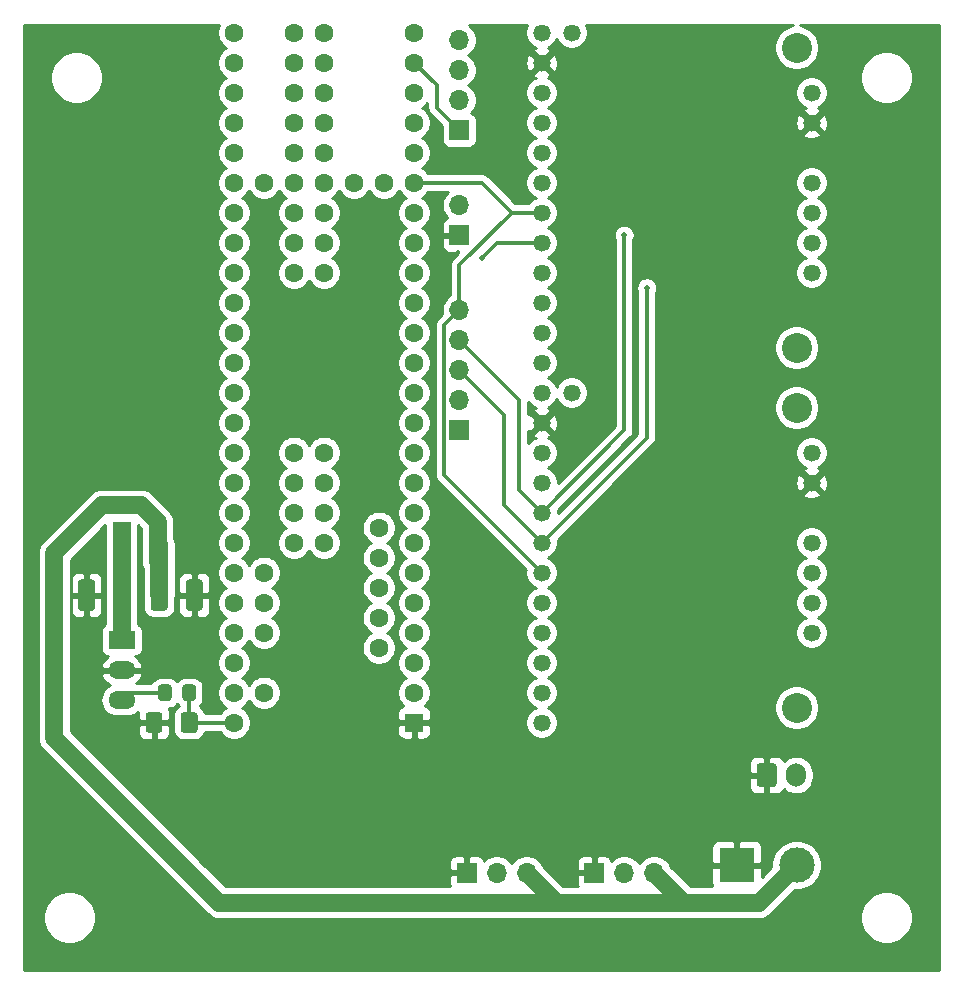
<source format=gbl>
G04 #@! TF.GenerationSoftware,KiCad,Pcbnew,5.1.6*
G04 #@! TF.CreationDate,2020-08-31T22:31:01-05:00*
G04 #@! TF.ProjectId,shear_pcb,73686561-725f-4706-9362-2e6b69636164,rev?*
G04 #@! TF.SameCoordinates,Original*
G04 #@! TF.FileFunction,Copper,L2,Bot*
G04 #@! TF.FilePolarity,Positive*
%FSLAX46Y46*%
G04 Gerber Fmt 4.6, Leading zero omitted, Abs format (unit mm)*
G04 Created by KiCad (PCBNEW 5.1.6) date 2020-08-31 22:31:01*
%MOMM*%
%LPD*%
G01*
G04 APERTURE LIST*
G04 #@! TA.AperFunction,ComponentPad*
%ADD10O,1.700000X2.000000*%
G04 #@! TD*
G04 #@! TA.AperFunction,ComponentPad*
%ADD11C,2.540000*%
G04 #@! TD*
G04 #@! TA.AperFunction,ComponentPad*
%ADD12C,1.470000*%
G04 #@! TD*
G04 #@! TA.AperFunction,ComponentPad*
%ADD13O,1.700000X1.700000*%
G04 #@! TD*
G04 #@! TA.AperFunction,ComponentPad*
%ADD14R,1.700000X1.700000*%
G04 #@! TD*
G04 #@! TA.AperFunction,ComponentPad*
%ADD15C,1.600000*%
G04 #@! TD*
G04 #@! TA.AperFunction,ComponentPad*
%ADD16R,1.600000X1.600000*%
G04 #@! TD*
G04 #@! TA.AperFunction,ComponentPad*
%ADD17O,2.300000X1.500000*%
G04 #@! TD*
G04 #@! TA.AperFunction,ComponentPad*
%ADD18R,2.300000X1.500000*%
G04 #@! TD*
G04 #@! TA.AperFunction,SMDPad,CuDef*
%ADD19R,1.500000X3.600000*%
G04 #@! TD*
G04 #@! TA.AperFunction,ComponentPad*
%ADD20C,3.000000*%
G04 #@! TD*
G04 #@! TA.AperFunction,ComponentPad*
%ADD21R,3.000000X3.000000*%
G04 #@! TD*
G04 #@! TA.AperFunction,ViaPad*
%ADD22C,0.500000*%
G04 #@! TD*
G04 #@! TA.AperFunction,Conductor*
%ADD23C,0.300000*%
G04 #@! TD*
G04 #@! TA.AperFunction,Conductor*
%ADD24C,1.500000*%
G04 #@! TD*
G04 #@! TA.AperFunction,Conductor*
%ADD25C,0.254000*%
G04 #@! TD*
G04 APERTURE END LIST*
D10*
X184745000Y-110490000D03*
G04 #@! TA.AperFunction,ComponentPad*
G36*
G01*
X181395000Y-111240000D02*
X181395000Y-109740000D01*
G75*
G02*
X181645000Y-109490000I250000J0D01*
G01*
X182845000Y-109490000D01*
G75*
G02*
X183095000Y-109740000I0J-250000D01*
G01*
X183095000Y-111240000D01*
G75*
G02*
X182845000Y-111490000I-250000J0D01*
G01*
X181645000Y-111490000D01*
G75*
G02*
X181395000Y-111240000I0J250000D01*
G01*
G37*
G04 #@! TD.AperFunction*
D11*
X184785000Y-79375000D03*
X184785000Y-104775000D03*
D12*
X165735000Y-78105000D03*
X163195000Y-78105000D03*
X163195000Y-80645000D03*
X163195000Y-83185000D03*
X163195000Y-85725000D03*
X163195000Y-88265000D03*
X163195000Y-90805000D03*
X163195000Y-93345000D03*
X163195000Y-95885000D03*
X163195000Y-98425000D03*
X163195000Y-100965000D03*
X163195000Y-103505000D03*
X163195000Y-106045000D03*
X186055000Y-83185000D03*
X186055000Y-85725000D03*
X186055000Y-90805000D03*
X186055000Y-93345000D03*
X186055000Y-95885000D03*
X186055000Y-98425000D03*
D13*
X172720000Y-118745000D03*
X170180000Y-118745000D03*
D14*
X167640000Y-118745000D03*
D13*
X161925000Y-118745000D03*
X159385000Y-118745000D03*
D14*
X156845000Y-118745000D03*
D13*
X156210000Y-71120000D03*
X156210000Y-73660000D03*
X156210000Y-76200000D03*
X156210000Y-78740000D03*
D14*
X156210000Y-81280000D03*
D13*
X156210000Y-48260000D03*
X156210000Y-50800000D03*
X156210000Y-53340000D03*
D14*
X156210000Y-55880000D03*
D13*
X156210000Y-62230000D03*
D14*
X156210000Y-64770000D03*
G04 #@! TA.AperFunction,SMDPad,CuDef*
G36*
G01*
X125372500Y-94175000D02*
X125372500Y-96325000D01*
G75*
G02*
X125122500Y-96575000I-250000J0D01*
G01*
X124197500Y-96575000D01*
G75*
G02*
X123947500Y-96325000I0J250000D01*
G01*
X123947500Y-94175000D01*
G75*
G02*
X124197500Y-93925000I250000J0D01*
G01*
X125122500Y-93925000D01*
G75*
G02*
X125372500Y-94175000I0J-250000D01*
G01*
G37*
G04 #@! TD.AperFunction*
G04 #@! TA.AperFunction,SMDPad,CuDef*
G36*
G01*
X128347500Y-94175000D02*
X128347500Y-96325000D01*
G75*
G02*
X128097500Y-96575000I-250000J0D01*
G01*
X127172500Y-96575000D01*
G75*
G02*
X126922500Y-96325000I0J250000D01*
G01*
X126922500Y-94175000D01*
G75*
G02*
X127172500Y-93925000I250000J0D01*
G01*
X128097500Y-93925000D01*
G75*
G02*
X128347500Y-94175000I0J-250000D01*
G01*
G37*
G04 #@! TD.AperFunction*
G04 #@! TA.AperFunction,SMDPad,CuDef*
G36*
G01*
X133072500Y-96325000D02*
X133072500Y-94175000D01*
G75*
G02*
X133322500Y-93925000I250000J0D01*
G01*
X134247500Y-93925000D01*
G75*
G02*
X134497500Y-94175000I0J-250000D01*
G01*
X134497500Y-96325000D01*
G75*
G02*
X134247500Y-96575000I-250000J0D01*
G01*
X133322500Y-96575000D01*
G75*
G02*
X133072500Y-96325000I0J250000D01*
G01*
G37*
G04 #@! TD.AperFunction*
G04 #@! TA.AperFunction,SMDPad,CuDef*
G36*
G01*
X130097500Y-96325000D02*
X130097500Y-94175000D01*
G75*
G02*
X130347500Y-93925000I250000J0D01*
G01*
X131272500Y-93925000D01*
G75*
G02*
X131522500Y-94175000I0J-250000D01*
G01*
X131522500Y-96325000D01*
G75*
G02*
X131272500Y-96575000I-250000J0D01*
G01*
X130347500Y-96575000D01*
G75*
G02*
X130097500Y-96325000I0J250000D01*
G01*
G37*
G04 #@! TD.AperFunction*
G04 #@! TA.AperFunction,SMDPad,CuDef*
G36*
G01*
X131087500Y-105420000D02*
X131087500Y-106670000D01*
G75*
G02*
X130837500Y-106920000I-250000J0D01*
G01*
X129912500Y-106920000D01*
G75*
G02*
X129662500Y-106670000I0J250000D01*
G01*
X129662500Y-105420000D01*
G75*
G02*
X129912500Y-105170000I250000J0D01*
G01*
X130837500Y-105170000D01*
G75*
G02*
X131087500Y-105420000I0J-250000D01*
G01*
G37*
G04 #@! TD.AperFunction*
G04 #@! TA.AperFunction,SMDPad,CuDef*
G36*
G01*
X134062500Y-105420000D02*
X134062500Y-106670000D01*
G75*
G02*
X133812500Y-106920000I-250000J0D01*
G01*
X132887500Y-106920000D01*
G75*
G02*
X132637500Y-106670000I0J250000D01*
G01*
X132637500Y-105420000D01*
G75*
G02*
X132887500Y-105170000I250000J0D01*
G01*
X133812500Y-105170000D01*
G75*
G02*
X134062500Y-105420000I0J-250000D01*
G01*
G37*
G04 #@! TD.AperFunction*
D15*
X152400000Y-65405000D03*
X152400000Y-62865000D03*
X152400000Y-60325000D03*
X152400000Y-57785000D03*
X152400000Y-67945000D03*
X152400000Y-70485000D03*
X152400000Y-73025000D03*
X152400000Y-55245000D03*
X152400000Y-52705000D03*
X152400000Y-50165000D03*
X152400000Y-47625000D03*
X149860000Y-60325000D03*
X147320000Y-60325000D03*
X144780000Y-60325000D03*
X142240000Y-60325000D03*
X139700000Y-60325000D03*
X137160000Y-47625000D03*
X137160000Y-50165000D03*
X137160000Y-52705000D03*
X137160000Y-55245000D03*
X137160000Y-57785000D03*
X137160000Y-60325000D03*
X137160000Y-62865000D03*
X137160000Y-65405000D03*
X152400000Y-75565000D03*
X152400000Y-78105000D03*
X152400000Y-80645000D03*
X152400000Y-83185000D03*
X152400000Y-85725000D03*
X152400000Y-88265000D03*
X152400000Y-90805000D03*
X152400000Y-93345000D03*
X152400000Y-95885000D03*
X152400000Y-98425000D03*
X152400000Y-100965000D03*
X152400000Y-103505000D03*
D16*
X152400000Y-106045000D03*
D15*
X137160000Y-67945000D03*
X137160000Y-70485000D03*
X137160000Y-73025000D03*
X137160000Y-75565000D03*
X137160000Y-78105000D03*
X137160000Y-80645000D03*
X137160000Y-83185000D03*
X137160000Y-85725000D03*
X137160000Y-88265000D03*
X137160000Y-90805000D03*
X137160000Y-93345000D03*
X137160000Y-95885000D03*
X137160000Y-98425000D03*
X137160000Y-100965000D03*
X137160000Y-103505000D03*
X137160000Y-106045000D03*
X139700000Y-103505000D03*
X139700000Y-98425000D03*
X139700000Y-95885000D03*
X139700000Y-93345000D03*
X144780000Y-90805000D03*
X144780000Y-88265000D03*
X144780000Y-85725000D03*
X144780000Y-83185000D03*
X144780000Y-67945000D03*
X144780000Y-65405000D03*
X144780000Y-62865000D03*
X144780000Y-57785000D03*
X144780000Y-55245000D03*
X144780000Y-52705000D03*
X144780000Y-50165000D03*
X144780000Y-47625000D03*
X142240000Y-47625000D03*
X142240000Y-50165000D03*
X142240000Y-52705000D03*
X142240000Y-55245000D03*
X142240000Y-57785000D03*
X142240000Y-62865000D03*
X142240000Y-65405000D03*
X142240000Y-67945000D03*
X142240000Y-83185000D03*
X142240000Y-85725000D03*
X142240000Y-88265000D03*
X142240000Y-90805000D03*
X149400000Y-99695000D03*
X149400000Y-97155000D03*
X149400000Y-94615000D03*
X149400000Y-92075000D03*
X149400000Y-89535000D03*
D17*
X127635000Y-104140000D03*
X127635000Y-101600000D03*
D18*
X127635000Y-99060000D03*
D19*
X127635000Y-90805000D03*
X130685000Y-90805000D03*
G04 #@! TA.AperFunction,SMDPad,CuDef*
G36*
G01*
X131875000Y-103054999D02*
X131875000Y-103955001D01*
G75*
G02*
X131625001Y-104205000I-249999J0D01*
G01*
X130974999Y-104205000D01*
G75*
G02*
X130725000Y-103955001I0J249999D01*
G01*
X130725000Y-103054999D01*
G75*
G02*
X130974999Y-102805000I249999J0D01*
G01*
X131625001Y-102805000D01*
G75*
G02*
X131875000Y-103054999I0J-249999D01*
G01*
G37*
G04 #@! TD.AperFunction*
G04 #@! TA.AperFunction,SMDPad,CuDef*
G36*
G01*
X133925000Y-103054999D02*
X133925000Y-103955001D01*
G75*
G02*
X133675001Y-104205000I-249999J0D01*
G01*
X133024999Y-104205000D01*
G75*
G02*
X132775000Y-103955001I0J249999D01*
G01*
X132775000Y-103054999D01*
G75*
G02*
X133024999Y-102805000I249999J0D01*
G01*
X133675001Y-102805000D01*
G75*
G02*
X133925000Y-103054999I0J-249999D01*
G01*
G37*
G04 #@! TD.AperFunction*
D20*
X184785000Y-118110000D03*
D21*
X179705000Y-118110000D03*
D12*
X186055000Y-67945000D03*
X186055000Y-65405000D03*
X186055000Y-62865000D03*
X186055000Y-60325000D03*
X186055000Y-55245000D03*
X186055000Y-52705000D03*
X163195000Y-75565000D03*
X163195000Y-73025000D03*
X163195000Y-70485000D03*
X163195000Y-67945000D03*
X163195000Y-65405000D03*
X163195000Y-62865000D03*
X163195000Y-60325000D03*
X163195000Y-57785000D03*
X163195000Y-55245000D03*
X163195000Y-52705000D03*
X163195000Y-50165000D03*
X163195000Y-47625000D03*
X165735000Y-47625000D03*
D11*
X184785000Y-74295000D03*
X184785000Y-48895000D03*
D22*
X191770000Y-57785000D03*
X191770000Y-57150000D03*
X191770000Y-56515000D03*
X191770000Y-55880000D03*
X193040000Y-55880000D03*
X193040000Y-56515000D03*
X193040000Y-57150000D03*
X193040000Y-57785000D03*
X193040000Y-71755000D03*
X193040000Y-72390000D03*
X193040000Y-73025000D03*
X191770000Y-73025000D03*
X191770000Y-72390000D03*
X191770000Y-71755000D03*
X191770000Y-71120000D03*
X193040000Y-71120000D03*
X193040000Y-86360000D03*
X191770000Y-86360000D03*
X191770000Y-86995000D03*
X193040000Y-86995000D03*
X193040000Y-87630000D03*
X191770000Y-87630000D03*
X191770000Y-88265000D03*
X193040000Y-88265000D03*
X193040000Y-102235000D03*
X193040000Y-102870000D03*
X193040000Y-103505000D03*
X191770000Y-103505000D03*
X191770000Y-102870000D03*
X191770000Y-102235000D03*
X191770000Y-101600000D03*
X193040000Y-101600000D03*
X192405000Y-102870000D03*
X192405000Y-102235000D03*
X192405000Y-87630000D03*
X192405000Y-86995000D03*
X192405000Y-72390000D03*
X192405000Y-71755000D03*
X192405000Y-57150000D03*
X192405000Y-56515000D03*
X192405000Y-103505000D03*
X192405000Y-101600000D03*
X192405000Y-86360000D03*
X192405000Y-88265000D03*
X192405000Y-73025000D03*
X192405000Y-71120000D03*
X192405000Y-57785000D03*
X192405000Y-55880000D03*
X172085000Y-69215000D03*
X170180000Y-64770000D03*
X158114996Y-66675004D03*
D23*
X160020000Y-87630000D02*
X163195000Y-90805000D01*
X156210000Y-76200000D02*
X160020000Y-80010000D01*
X160020000Y-80010000D02*
X160020000Y-87630000D01*
X172085000Y-81915000D02*
X172085000Y-69215000D01*
X163195000Y-90805000D02*
X172085000Y-81915000D01*
X156210000Y-73660000D02*
X161290000Y-78740000D01*
X161290000Y-86360000D02*
X163195000Y-88265000D01*
X161290000Y-78740000D02*
X161290000Y-86360000D01*
X163195000Y-88265000D02*
X170180000Y-81280000D01*
X170180000Y-81280000D02*
X170180000Y-64770000D01*
X154940000Y-85090000D02*
X163195000Y-93345000D01*
X156210000Y-71120000D02*
X154940000Y-72390000D01*
X154940000Y-72390000D02*
X154940000Y-85090000D01*
X163195000Y-62865000D02*
X160655000Y-62865000D01*
X158115000Y-60325000D02*
X160655000Y-62865000D01*
X152400000Y-60325000D02*
X158115000Y-60325000D01*
X156210000Y-67310000D02*
X156210000Y-71120000D01*
X160655000Y-62865000D02*
X156210000Y-67310000D01*
X159385000Y-65405000D02*
X158114996Y-66675004D01*
X163195000Y-65405000D02*
X159385000Y-65405000D01*
D24*
X184745000Y-110490000D02*
X184785000Y-110490000D01*
X184785000Y-118110000D02*
X181610000Y-121285000D01*
X175260000Y-121285000D02*
X172720000Y-118745000D01*
X181610000Y-121285000D02*
X175260000Y-121285000D01*
X164465000Y-121285000D02*
X161925000Y-118745000D01*
X175260000Y-121285000D02*
X164465000Y-121285000D01*
X130810000Y-90930000D02*
X130685000Y-90805000D01*
X130810000Y-95250000D02*
X130810000Y-90930000D01*
X130685000Y-89054998D02*
X130685000Y-90805000D01*
X129260002Y-87630000D02*
X130685000Y-89054998D01*
X164465000Y-121285000D02*
X135890000Y-121285000D01*
X121920000Y-107315000D02*
X121920000Y-91719998D01*
X121920000Y-91719998D02*
X126009998Y-87630000D01*
X135890000Y-121285000D02*
X121920000Y-107315000D01*
X126009998Y-87630000D02*
X129260002Y-87630000D01*
D23*
X154305000Y-53975000D02*
X156210000Y-55880000D01*
X152400000Y-50165000D02*
X154305000Y-52070000D01*
X154305000Y-52070000D02*
X154305000Y-53975000D01*
X133350000Y-106045000D02*
X137160000Y-106045000D01*
X133350000Y-106045000D02*
X133350000Y-103505000D01*
D24*
X127635000Y-90805000D02*
X127635000Y-95250000D01*
X127635000Y-95250000D02*
X127635000Y-99060000D01*
D23*
X128270000Y-103505000D02*
X127635000Y-104140000D01*
X131300000Y-103505000D02*
X128270000Y-103505000D01*
D25*
G36*
X135780147Y-47206426D02*
G01*
X135725000Y-47483665D01*
X135725000Y-47766335D01*
X135780147Y-48043574D01*
X135888320Y-48304727D01*
X136045363Y-48539759D01*
X136245241Y-48739637D01*
X136477759Y-48895000D01*
X136245241Y-49050363D01*
X136045363Y-49250241D01*
X135888320Y-49485273D01*
X135780147Y-49746426D01*
X135725000Y-50023665D01*
X135725000Y-50306335D01*
X135780147Y-50583574D01*
X135888320Y-50844727D01*
X136045363Y-51079759D01*
X136245241Y-51279637D01*
X136477759Y-51435000D01*
X136245241Y-51590363D01*
X136045363Y-51790241D01*
X135888320Y-52025273D01*
X135780147Y-52286426D01*
X135725000Y-52563665D01*
X135725000Y-52846335D01*
X135780147Y-53123574D01*
X135888320Y-53384727D01*
X136045363Y-53619759D01*
X136245241Y-53819637D01*
X136477759Y-53975000D01*
X136245241Y-54130363D01*
X136045363Y-54330241D01*
X135888320Y-54565273D01*
X135780147Y-54826426D01*
X135725000Y-55103665D01*
X135725000Y-55386335D01*
X135780147Y-55663574D01*
X135888320Y-55924727D01*
X136045363Y-56159759D01*
X136245241Y-56359637D01*
X136477759Y-56515000D01*
X136245241Y-56670363D01*
X136045363Y-56870241D01*
X135888320Y-57105273D01*
X135780147Y-57366426D01*
X135725000Y-57643665D01*
X135725000Y-57926335D01*
X135780147Y-58203574D01*
X135888320Y-58464727D01*
X136045363Y-58699759D01*
X136245241Y-58899637D01*
X136477759Y-59055000D01*
X136245241Y-59210363D01*
X136045363Y-59410241D01*
X135888320Y-59645273D01*
X135780147Y-59906426D01*
X135725000Y-60183665D01*
X135725000Y-60466335D01*
X135780147Y-60743574D01*
X135888320Y-61004727D01*
X136045363Y-61239759D01*
X136245241Y-61439637D01*
X136477759Y-61595000D01*
X136245241Y-61750363D01*
X136045363Y-61950241D01*
X135888320Y-62185273D01*
X135780147Y-62446426D01*
X135725000Y-62723665D01*
X135725000Y-63006335D01*
X135780147Y-63283574D01*
X135888320Y-63544727D01*
X136045363Y-63779759D01*
X136245241Y-63979637D01*
X136477759Y-64135000D01*
X136245241Y-64290363D01*
X136045363Y-64490241D01*
X135888320Y-64725273D01*
X135780147Y-64986426D01*
X135725000Y-65263665D01*
X135725000Y-65546335D01*
X135780147Y-65823574D01*
X135888320Y-66084727D01*
X136045363Y-66319759D01*
X136245241Y-66519637D01*
X136477759Y-66675000D01*
X136245241Y-66830363D01*
X136045363Y-67030241D01*
X135888320Y-67265273D01*
X135780147Y-67526426D01*
X135725000Y-67803665D01*
X135725000Y-68086335D01*
X135780147Y-68363574D01*
X135888320Y-68624727D01*
X136045363Y-68859759D01*
X136245241Y-69059637D01*
X136477759Y-69215000D01*
X136245241Y-69370363D01*
X136045363Y-69570241D01*
X135888320Y-69805273D01*
X135780147Y-70066426D01*
X135725000Y-70343665D01*
X135725000Y-70626335D01*
X135780147Y-70903574D01*
X135888320Y-71164727D01*
X136045363Y-71399759D01*
X136245241Y-71599637D01*
X136477759Y-71755000D01*
X136245241Y-71910363D01*
X136045363Y-72110241D01*
X135888320Y-72345273D01*
X135780147Y-72606426D01*
X135725000Y-72883665D01*
X135725000Y-73166335D01*
X135780147Y-73443574D01*
X135888320Y-73704727D01*
X136045363Y-73939759D01*
X136245241Y-74139637D01*
X136477759Y-74295000D01*
X136245241Y-74450363D01*
X136045363Y-74650241D01*
X135888320Y-74885273D01*
X135780147Y-75146426D01*
X135725000Y-75423665D01*
X135725000Y-75706335D01*
X135780147Y-75983574D01*
X135888320Y-76244727D01*
X136045363Y-76479759D01*
X136245241Y-76679637D01*
X136477759Y-76835000D01*
X136245241Y-76990363D01*
X136045363Y-77190241D01*
X135888320Y-77425273D01*
X135780147Y-77686426D01*
X135725000Y-77963665D01*
X135725000Y-78246335D01*
X135780147Y-78523574D01*
X135888320Y-78784727D01*
X136045363Y-79019759D01*
X136245241Y-79219637D01*
X136477759Y-79375000D01*
X136245241Y-79530363D01*
X136045363Y-79730241D01*
X135888320Y-79965273D01*
X135780147Y-80226426D01*
X135725000Y-80503665D01*
X135725000Y-80786335D01*
X135780147Y-81063574D01*
X135888320Y-81324727D01*
X136045363Y-81559759D01*
X136245241Y-81759637D01*
X136477759Y-81915000D01*
X136245241Y-82070363D01*
X136045363Y-82270241D01*
X135888320Y-82505273D01*
X135780147Y-82766426D01*
X135725000Y-83043665D01*
X135725000Y-83326335D01*
X135780147Y-83603574D01*
X135888320Y-83864727D01*
X136045363Y-84099759D01*
X136245241Y-84299637D01*
X136477759Y-84455000D01*
X136245241Y-84610363D01*
X136045363Y-84810241D01*
X135888320Y-85045273D01*
X135780147Y-85306426D01*
X135725000Y-85583665D01*
X135725000Y-85866335D01*
X135780147Y-86143574D01*
X135888320Y-86404727D01*
X136045363Y-86639759D01*
X136245241Y-86839637D01*
X136477759Y-86995000D01*
X136245241Y-87150363D01*
X136045363Y-87350241D01*
X135888320Y-87585273D01*
X135780147Y-87846426D01*
X135725000Y-88123665D01*
X135725000Y-88406335D01*
X135780147Y-88683574D01*
X135888320Y-88944727D01*
X136045363Y-89179759D01*
X136245241Y-89379637D01*
X136477759Y-89535000D01*
X136245241Y-89690363D01*
X136045363Y-89890241D01*
X135888320Y-90125273D01*
X135780147Y-90386426D01*
X135725000Y-90663665D01*
X135725000Y-90946335D01*
X135780147Y-91223574D01*
X135888320Y-91484727D01*
X136045363Y-91719759D01*
X136245241Y-91919637D01*
X136477759Y-92075000D01*
X136245241Y-92230363D01*
X136045363Y-92430241D01*
X135888320Y-92665273D01*
X135780147Y-92926426D01*
X135725000Y-93203665D01*
X135725000Y-93486335D01*
X135780147Y-93763574D01*
X135888320Y-94024727D01*
X136045363Y-94259759D01*
X136245241Y-94459637D01*
X136477759Y-94615000D01*
X136245241Y-94770363D01*
X136045363Y-94970241D01*
X135888320Y-95205273D01*
X135780147Y-95466426D01*
X135725000Y-95743665D01*
X135725000Y-96026335D01*
X135780147Y-96303574D01*
X135888320Y-96564727D01*
X136045363Y-96799759D01*
X136245241Y-96999637D01*
X136477759Y-97155000D01*
X136245241Y-97310363D01*
X136045363Y-97510241D01*
X135888320Y-97745273D01*
X135780147Y-98006426D01*
X135725000Y-98283665D01*
X135725000Y-98566335D01*
X135780147Y-98843574D01*
X135888320Y-99104727D01*
X136045363Y-99339759D01*
X136245241Y-99539637D01*
X136477759Y-99695000D01*
X136245241Y-99850363D01*
X136045363Y-100050241D01*
X135888320Y-100285273D01*
X135780147Y-100546426D01*
X135725000Y-100823665D01*
X135725000Y-101106335D01*
X135780147Y-101383574D01*
X135888320Y-101644727D01*
X136045363Y-101879759D01*
X136245241Y-102079637D01*
X136477759Y-102235000D01*
X136245241Y-102390363D01*
X136045363Y-102590241D01*
X135888320Y-102825273D01*
X135780147Y-103086426D01*
X135725000Y-103363665D01*
X135725000Y-103646335D01*
X135780147Y-103923574D01*
X135888320Y-104184727D01*
X136045363Y-104419759D01*
X136245241Y-104619637D01*
X136477759Y-104775000D01*
X136245241Y-104930363D01*
X136045363Y-105130241D01*
X135958661Y-105260000D01*
X134684813Y-105260000D01*
X134683508Y-105246746D01*
X134632972Y-105080150D01*
X134550905Y-104926614D01*
X134440462Y-104792038D01*
X134305886Y-104681595D01*
X134231334Y-104641746D01*
X134302962Y-104582962D01*
X134413405Y-104448387D01*
X134495472Y-104294851D01*
X134546008Y-104128255D01*
X134563072Y-103955001D01*
X134563072Y-103054999D01*
X134546008Y-102881745D01*
X134495472Y-102715149D01*
X134413405Y-102561613D01*
X134302962Y-102427038D01*
X134168387Y-102316595D01*
X134014851Y-102234528D01*
X133848255Y-102183992D01*
X133675001Y-102166928D01*
X133024999Y-102166928D01*
X132851745Y-102183992D01*
X132685149Y-102234528D01*
X132531613Y-102316595D01*
X132397038Y-102427038D01*
X132325000Y-102514816D01*
X132252962Y-102427038D01*
X132118387Y-102316595D01*
X131964851Y-102234528D01*
X131798255Y-102183992D01*
X131625001Y-102166928D01*
X130974999Y-102166928D01*
X130801745Y-102183992D01*
X130635149Y-102234528D01*
X130481613Y-102316595D01*
X130347038Y-102427038D01*
X130236595Y-102561613D01*
X130154528Y-102715149D01*
X130153056Y-102720000D01*
X128850876Y-102720000D01*
X128910061Y-102681028D01*
X129104145Y-102489540D01*
X129257142Y-102263868D01*
X129363173Y-102012684D01*
X129377318Y-101941185D01*
X129254656Y-101727000D01*
X127762000Y-101727000D01*
X127762000Y-101747000D01*
X127508000Y-101747000D01*
X127508000Y-101727000D01*
X126015344Y-101727000D01*
X125892682Y-101941185D01*
X125906827Y-102012684D01*
X126012858Y-102263868D01*
X126165855Y-102489540D01*
X126359939Y-102681028D01*
X126587651Y-102830972D01*
X126677578Y-102867514D01*
X126461812Y-102982843D01*
X126250919Y-103155919D01*
X126077843Y-103366812D01*
X125949236Y-103607419D01*
X125870040Y-103868493D01*
X125843299Y-104140000D01*
X125870040Y-104411507D01*
X125949236Y-104672581D01*
X126077843Y-104913188D01*
X126250919Y-105124081D01*
X126461812Y-105297157D01*
X126702419Y-105425764D01*
X126963493Y-105504960D01*
X127166963Y-105525000D01*
X128103037Y-105525000D01*
X128306507Y-105504960D01*
X128567581Y-105425764D01*
X128808188Y-105297157D01*
X129019081Y-105124081D01*
X129030296Y-105110415D01*
X129024428Y-105170000D01*
X129027500Y-105759250D01*
X129186250Y-105918000D01*
X130248000Y-105918000D01*
X130248000Y-105898000D01*
X130502000Y-105898000D01*
X130502000Y-105918000D01*
X131563750Y-105918000D01*
X131722500Y-105759250D01*
X131725572Y-105170000D01*
X131713312Y-105045518D01*
X131677002Y-104925820D01*
X131632383Y-104842345D01*
X131798255Y-104826008D01*
X131964851Y-104775472D01*
X132118387Y-104693405D01*
X132252962Y-104582962D01*
X132325000Y-104495184D01*
X132397038Y-104582962D01*
X132468666Y-104641746D01*
X132394114Y-104681595D01*
X132259538Y-104792038D01*
X132149095Y-104926614D01*
X132067028Y-105080150D01*
X132016492Y-105246746D01*
X131999428Y-105420000D01*
X131999428Y-106670000D01*
X132016492Y-106843254D01*
X132067028Y-107009850D01*
X132149095Y-107163386D01*
X132259538Y-107297962D01*
X132394114Y-107408405D01*
X132547650Y-107490472D01*
X132714246Y-107541008D01*
X132887500Y-107558072D01*
X133812500Y-107558072D01*
X133985754Y-107541008D01*
X134152350Y-107490472D01*
X134305886Y-107408405D01*
X134440462Y-107297962D01*
X134550905Y-107163386D01*
X134632972Y-107009850D01*
X134683508Y-106843254D01*
X134684813Y-106830000D01*
X135958661Y-106830000D01*
X136045363Y-106959759D01*
X136245241Y-107159637D01*
X136480273Y-107316680D01*
X136741426Y-107424853D01*
X137018665Y-107480000D01*
X137301335Y-107480000D01*
X137578574Y-107424853D01*
X137839727Y-107316680D01*
X138074759Y-107159637D01*
X138274637Y-106959759D01*
X138351316Y-106845000D01*
X150961928Y-106845000D01*
X150974188Y-106969482D01*
X151010498Y-107089180D01*
X151069463Y-107199494D01*
X151148815Y-107296185D01*
X151245506Y-107375537D01*
X151355820Y-107434502D01*
X151475518Y-107470812D01*
X151600000Y-107483072D01*
X152114250Y-107480000D01*
X152273000Y-107321250D01*
X152273000Y-106172000D01*
X152527000Y-106172000D01*
X152527000Y-107321250D01*
X152685750Y-107480000D01*
X153200000Y-107483072D01*
X153324482Y-107470812D01*
X153444180Y-107434502D01*
X153554494Y-107375537D01*
X153651185Y-107296185D01*
X153730537Y-107199494D01*
X153789502Y-107089180D01*
X153825812Y-106969482D01*
X153838072Y-106845000D01*
X153835000Y-106330750D01*
X153676250Y-106172000D01*
X152527000Y-106172000D01*
X152273000Y-106172000D01*
X151123750Y-106172000D01*
X150965000Y-106330750D01*
X150961928Y-106845000D01*
X138351316Y-106845000D01*
X138431680Y-106724727D01*
X138539853Y-106463574D01*
X138595000Y-106186335D01*
X138595000Y-105903665D01*
X138539853Y-105626426D01*
X138431680Y-105365273D01*
X138274637Y-105130241D01*
X138074759Y-104930363D01*
X137842241Y-104775000D01*
X138074759Y-104619637D01*
X138274637Y-104419759D01*
X138430000Y-104187241D01*
X138585363Y-104419759D01*
X138785241Y-104619637D01*
X139020273Y-104776680D01*
X139281426Y-104884853D01*
X139558665Y-104940000D01*
X139841335Y-104940000D01*
X140118574Y-104884853D01*
X140379727Y-104776680D01*
X140614759Y-104619637D01*
X140814637Y-104419759D01*
X140971680Y-104184727D01*
X141079853Y-103923574D01*
X141135000Y-103646335D01*
X141135000Y-103363665D01*
X141079853Y-103086426D01*
X140971680Y-102825273D01*
X140814637Y-102590241D01*
X140614759Y-102390363D01*
X140379727Y-102233320D01*
X140118574Y-102125147D01*
X139841335Y-102070000D01*
X139558665Y-102070000D01*
X139281426Y-102125147D01*
X139020273Y-102233320D01*
X138785241Y-102390363D01*
X138585363Y-102590241D01*
X138430000Y-102822759D01*
X138274637Y-102590241D01*
X138074759Y-102390363D01*
X137842241Y-102235000D01*
X138074759Y-102079637D01*
X138274637Y-101879759D01*
X138431680Y-101644727D01*
X138539853Y-101383574D01*
X138595000Y-101106335D01*
X138595000Y-100823665D01*
X138539853Y-100546426D01*
X138431680Y-100285273D01*
X138274637Y-100050241D01*
X138074759Y-99850363D01*
X137842241Y-99695000D01*
X138074759Y-99539637D01*
X138274637Y-99339759D01*
X138430000Y-99107241D01*
X138585363Y-99339759D01*
X138785241Y-99539637D01*
X139020273Y-99696680D01*
X139281426Y-99804853D01*
X139558665Y-99860000D01*
X139841335Y-99860000D01*
X140118574Y-99804853D01*
X140379727Y-99696680D01*
X140614759Y-99539637D01*
X140814637Y-99339759D01*
X140971680Y-99104727D01*
X141079853Y-98843574D01*
X141135000Y-98566335D01*
X141135000Y-98283665D01*
X141079853Y-98006426D01*
X140971680Y-97745273D01*
X140814637Y-97510241D01*
X140614759Y-97310363D01*
X140382241Y-97155000D01*
X140614759Y-96999637D01*
X140814637Y-96799759D01*
X140971680Y-96564727D01*
X141079853Y-96303574D01*
X141135000Y-96026335D01*
X141135000Y-95743665D01*
X141079853Y-95466426D01*
X140971680Y-95205273D01*
X140814637Y-94970241D01*
X140614759Y-94770363D01*
X140382241Y-94615000D01*
X140614759Y-94459637D01*
X140814637Y-94259759D01*
X140971680Y-94024727D01*
X141079853Y-93763574D01*
X141135000Y-93486335D01*
X141135000Y-93203665D01*
X141079853Y-92926426D01*
X140971680Y-92665273D01*
X140814637Y-92430241D01*
X140614759Y-92230363D01*
X140379727Y-92073320D01*
X140118574Y-91965147D01*
X139841335Y-91910000D01*
X139558665Y-91910000D01*
X139281426Y-91965147D01*
X139020273Y-92073320D01*
X138785241Y-92230363D01*
X138585363Y-92430241D01*
X138430000Y-92662759D01*
X138274637Y-92430241D01*
X138074759Y-92230363D01*
X137842241Y-92075000D01*
X138074759Y-91919637D01*
X138274637Y-91719759D01*
X138431680Y-91484727D01*
X138539853Y-91223574D01*
X138595000Y-90946335D01*
X138595000Y-90663665D01*
X138539853Y-90386426D01*
X138431680Y-90125273D01*
X138274637Y-89890241D01*
X138074759Y-89690363D01*
X137842241Y-89535000D01*
X138074759Y-89379637D01*
X138274637Y-89179759D01*
X138431680Y-88944727D01*
X138539853Y-88683574D01*
X138595000Y-88406335D01*
X138595000Y-88123665D01*
X138539853Y-87846426D01*
X138431680Y-87585273D01*
X138274637Y-87350241D01*
X138074759Y-87150363D01*
X137842241Y-86995000D01*
X138074759Y-86839637D01*
X138274637Y-86639759D01*
X138431680Y-86404727D01*
X138539853Y-86143574D01*
X138595000Y-85866335D01*
X138595000Y-85583665D01*
X138539853Y-85306426D01*
X138431680Y-85045273D01*
X138274637Y-84810241D01*
X138074759Y-84610363D01*
X137842241Y-84455000D01*
X138074759Y-84299637D01*
X138274637Y-84099759D01*
X138431680Y-83864727D01*
X138539853Y-83603574D01*
X138595000Y-83326335D01*
X138595000Y-83043665D01*
X140805000Y-83043665D01*
X140805000Y-83326335D01*
X140860147Y-83603574D01*
X140968320Y-83864727D01*
X141125363Y-84099759D01*
X141325241Y-84299637D01*
X141557759Y-84455000D01*
X141325241Y-84610363D01*
X141125363Y-84810241D01*
X140968320Y-85045273D01*
X140860147Y-85306426D01*
X140805000Y-85583665D01*
X140805000Y-85866335D01*
X140860147Y-86143574D01*
X140968320Y-86404727D01*
X141125363Y-86639759D01*
X141325241Y-86839637D01*
X141557759Y-86995000D01*
X141325241Y-87150363D01*
X141125363Y-87350241D01*
X140968320Y-87585273D01*
X140860147Y-87846426D01*
X140805000Y-88123665D01*
X140805000Y-88406335D01*
X140860147Y-88683574D01*
X140968320Y-88944727D01*
X141125363Y-89179759D01*
X141325241Y-89379637D01*
X141557759Y-89535000D01*
X141325241Y-89690363D01*
X141125363Y-89890241D01*
X140968320Y-90125273D01*
X140860147Y-90386426D01*
X140805000Y-90663665D01*
X140805000Y-90946335D01*
X140860147Y-91223574D01*
X140968320Y-91484727D01*
X141125363Y-91719759D01*
X141325241Y-91919637D01*
X141560273Y-92076680D01*
X141821426Y-92184853D01*
X142098665Y-92240000D01*
X142381335Y-92240000D01*
X142658574Y-92184853D01*
X142919727Y-92076680D01*
X143154759Y-91919637D01*
X143354637Y-91719759D01*
X143510000Y-91487241D01*
X143665363Y-91719759D01*
X143865241Y-91919637D01*
X144100273Y-92076680D01*
X144361426Y-92184853D01*
X144638665Y-92240000D01*
X144921335Y-92240000D01*
X145198574Y-92184853D01*
X145459727Y-92076680D01*
X145694759Y-91919637D01*
X145894637Y-91719759D01*
X146051680Y-91484727D01*
X146159853Y-91223574D01*
X146215000Y-90946335D01*
X146215000Y-90663665D01*
X146159853Y-90386426D01*
X146051680Y-90125273D01*
X145894637Y-89890241D01*
X145694759Y-89690363D01*
X145462241Y-89535000D01*
X145673764Y-89393665D01*
X147965000Y-89393665D01*
X147965000Y-89676335D01*
X148020147Y-89953574D01*
X148128320Y-90214727D01*
X148285363Y-90449759D01*
X148485241Y-90649637D01*
X148717759Y-90805000D01*
X148485241Y-90960363D01*
X148285363Y-91160241D01*
X148128320Y-91395273D01*
X148020147Y-91656426D01*
X147965000Y-91933665D01*
X147965000Y-92216335D01*
X148020147Y-92493574D01*
X148128320Y-92754727D01*
X148285363Y-92989759D01*
X148485241Y-93189637D01*
X148717759Y-93345000D01*
X148485241Y-93500363D01*
X148285363Y-93700241D01*
X148128320Y-93935273D01*
X148020147Y-94196426D01*
X147965000Y-94473665D01*
X147965000Y-94756335D01*
X148020147Y-95033574D01*
X148128320Y-95294727D01*
X148285363Y-95529759D01*
X148485241Y-95729637D01*
X148717759Y-95885000D01*
X148485241Y-96040363D01*
X148285363Y-96240241D01*
X148128320Y-96475273D01*
X148020147Y-96736426D01*
X147965000Y-97013665D01*
X147965000Y-97296335D01*
X148020147Y-97573574D01*
X148128320Y-97834727D01*
X148285363Y-98069759D01*
X148485241Y-98269637D01*
X148717759Y-98425000D01*
X148485241Y-98580363D01*
X148285363Y-98780241D01*
X148128320Y-99015273D01*
X148020147Y-99276426D01*
X147965000Y-99553665D01*
X147965000Y-99836335D01*
X148020147Y-100113574D01*
X148128320Y-100374727D01*
X148285363Y-100609759D01*
X148485241Y-100809637D01*
X148720273Y-100966680D01*
X148981426Y-101074853D01*
X149258665Y-101130000D01*
X149541335Y-101130000D01*
X149818574Y-101074853D01*
X150079727Y-100966680D01*
X150314759Y-100809637D01*
X150514637Y-100609759D01*
X150671680Y-100374727D01*
X150779853Y-100113574D01*
X150835000Y-99836335D01*
X150835000Y-99553665D01*
X150779853Y-99276426D01*
X150671680Y-99015273D01*
X150514637Y-98780241D01*
X150314759Y-98580363D01*
X150082241Y-98425000D01*
X150314759Y-98269637D01*
X150514637Y-98069759D01*
X150671680Y-97834727D01*
X150779853Y-97573574D01*
X150835000Y-97296335D01*
X150835000Y-97013665D01*
X150779853Y-96736426D01*
X150671680Y-96475273D01*
X150514637Y-96240241D01*
X150314759Y-96040363D01*
X150082241Y-95885000D01*
X150314759Y-95729637D01*
X150514637Y-95529759D01*
X150671680Y-95294727D01*
X150779853Y-95033574D01*
X150835000Y-94756335D01*
X150835000Y-94473665D01*
X150779853Y-94196426D01*
X150671680Y-93935273D01*
X150514637Y-93700241D01*
X150314759Y-93500363D01*
X150082241Y-93345000D01*
X150314759Y-93189637D01*
X150514637Y-92989759D01*
X150671680Y-92754727D01*
X150779853Y-92493574D01*
X150835000Y-92216335D01*
X150835000Y-91933665D01*
X150779853Y-91656426D01*
X150671680Y-91395273D01*
X150514637Y-91160241D01*
X150314759Y-90960363D01*
X150082241Y-90805000D01*
X150314759Y-90649637D01*
X150514637Y-90449759D01*
X150671680Y-90214727D01*
X150779853Y-89953574D01*
X150835000Y-89676335D01*
X150835000Y-89393665D01*
X150779853Y-89116426D01*
X150671680Y-88855273D01*
X150514637Y-88620241D01*
X150314759Y-88420363D01*
X150079727Y-88263320D01*
X149818574Y-88155147D01*
X149541335Y-88100000D01*
X149258665Y-88100000D01*
X148981426Y-88155147D01*
X148720273Y-88263320D01*
X148485241Y-88420363D01*
X148285363Y-88620241D01*
X148128320Y-88855273D01*
X148020147Y-89116426D01*
X147965000Y-89393665D01*
X145673764Y-89393665D01*
X145694759Y-89379637D01*
X145894637Y-89179759D01*
X146051680Y-88944727D01*
X146159853Y-88683574D01*
X146215000Y-88406335D01*
X146215000Y-88123665D01*
X146159853Y-87846426D01*
X146051680Y-87585273D01*
X145894637Y-87350241D01*
X145694759Y-87150363D01*
X145462241Y-86995000D01*
X145694759Y-86839637D01*
X145894637Y-86639759D01*
X146051680Y-86404727D01*
X146159853Y-86143574D01*
X146215000Y-85866335D01*
X146215000Y-85583665D01*
X146159853Y-85306426D01*
X146051680Y-85045273D01*
X145894637Y-84810241D01*
X145694759Y-84610363D01*
X145462241Y-84455000D01*
X145694759Y-84299637D01*
X145894637Y-84099759D01*
X146051680Y-83864727D01*
X146159853Y-83603574D01*
X146215000Y-83326335D01*
X146215000Y-83043665D01*
X146159853Y-82766426D01*
X146051680Y-82505273D01*
X145894637Y-82270241D01*
X145694759Y-82070363D01*
X145459727Y-81913320D01*
X145198574Y-81805147D01*
X144921335Y-81750000D01*
X144638665Y-81750000D01*
X144361426Y-81805147D01*
X144100273Y-81913320D01*
X143865241Y-82070363D01*
X143665363Y-82270241D01*
X143510000Y-82502759D01*
X143354637Y-82270241D01*
X143154759Y-82070363D01*
X142919727Y-81913320D01*
X142658574Y-81805147D01*
X142381335Y-81750000D01*
X142098665Y-81750000D01*
X141821426Y-81805147D01*
X141560273Y-81913320D01*
X141325241Y-82070363D01*
X141125363Y-82270241D01*
X140968320Y-82505273D01*
X140860147Y-82766426D01*
X140805000Y-83043665D01*
X138595000Y-83043665D01*
X138539853Y-82766426D01*
X138431680Y-82505273D01*
X138274637Y-82270241D01*
X138074759Y-82070363D01*
X137842241Y-81915000D01*
X138074759Y-81759637D01*
X138274637Y-81559759D01*
X138431680Y-81324727D01*
X138539853Y-81063574D01*
X138595000Y-80786335D01*
X138595000Y-80503665D01*
X138539853Y-80226426D01*
X138431680Y-79965273D01*
X138274637Y-79730241D01*
X138074759Y-79530363D01*
X137842241Y-79375000D01*
X138074759Y-79219637D01*
X138274637Y-79019759D01*
X138431680Y-78784727D01*
X138539853Y-78523574D01*
X138595000Y-78246335D01*
X138595000Y-77963665D01*
X138539853Y-77686426D01*
X138431680Y-77425273D01*
X138274637Y-77190241D01*
X138074759Y-76990363D01*
X137842241Y-76835000D01*
X138074759Y-76679637D01*
X138274637Y-76479759D01*
X138431680Y-76244727D01*
X138539853Y-75983574D01*
X138595000Y-75706335D01*
X138595000Y-75423665D01*
X138539853Y-75146426D01*
X138431680Y-74885273D01*
X138274637Y-74650241D01*
X138074759Y-74450363D01*
X137842241Y-74295000D01*
X138074759Y-74139637D01*
X138274637Y-73939759D01*
X138431680Y-73704727D01*
X138539853Y-73443574D01*
X138595000Y-73166335D01*
X138595000Y-72883665D01*
X138539853Y-72606426D01*
X138431680Y-72345273D01*
X138274637Y-72110241D01*
X138074759Y-71910363D01*
X137842241Y-71755000D01*
X138074759Y-71599637D01*
X138274637Y-71399759D01*
X138431680Y-71164727D01*
X138539853Y-70903574D01*
X138595000Y-70626335D01*
X138595000Y-70343665D01*
X138539853Y-70066426D01*
X138431680Y-69805273D01*
X138274637Y-69570241D01*
X138074759Y-69370363D01*
X137842241Y-69215000D01*
X138074759Y-69059637D01*
X138274637Y-68859759D01*
X138431680Y-68624727D01*
X138539853Y-68363574D01*
X138595000Y-68086335D01*
X138595000Y-67803665D01*
X138539853Y-67526426D01*
X138431680Y-67265273D01*
X138274637Y-67030241D01*
X138074759Y-66830363D01*
X137842241Y-66675000D01*
X138074759Y-66519637D01*
X138274637Y-66319759D01*
X138431680Y-66084727D01*
X138539853Y-65823574D01*
X138595000Y-65546335D01*
X138595000Y-65263665D01*
X138539853Y-64986426D01*
X138431680Y-64725273D01*
X138274637Y-64490241D01*
X138074759Y-64290363D01*
X137842241Y-64135000D01*
X138074759Y-63979637D01*
X138274637Y-63779759D01*
X138431680Y-63544727D01*
X138539853Y-63283574D01*
X138595000Y-63006335D01*
X138595000Y-62723665D01*
X138539853Y-62446426D01*
X138431680Y-62185273D01*
X138274637Y-61950241D01*
X138074759Y-61750363D01*
X137842241Y-61595000D01*
X138074759Y-61439637D01*
X138274637Y-61239759D01*
X138430000Y-61007241D01*
X138585363Y-61239759D01*
X138785241Y-61439637D01*
X139020273Y-61596680D01*
X139281426Y-61704853D01*
X139558665Y-61760000D01*
X139841335Y-61760000D01*
X140118574Y-61704853D01*
X140379727Y-61596680D01*
X140614759Y-61439637D01*
X140814637Y-61239759D01*
X140970000Y-61007241D01*
X141125363Y-61239759D01*
X141325241Y-61439637D01*
X141557759Y-61595000D01*
X141325241Y-61750363D01*
X141125363Y-61950241D01*
X140968320Y-62185273D01*
X140860147Y-62446426D01*
X140805000Y-62723665D01*
X140805000Y-63006335D01*
X140860147Y-63283574D01*
X140968320Y-63544727D01*
X141125363Y-63779759D01*
X141325241Y-63979637D01*
X141557759Y-64135000D01*
X141325241Y-64290363D01*
X141125363Y-64490241D01*
X140968320Y-64725273D01*
X140860147Y-64986426D01*
X140805000Y-65263665D01*
X140805000Y-65546335D01*
X140860147Y-65823574D01*
X140968320Y-66084727D01*
X141125363Y-66319759D01*
X141325241Y-66519637D01*
X141557759Y-66675000D01*
X141325241Y-66830363D01*
X141125363Y-67030241D01*
X140968320Y-67265273D01*
X140860147Y-67526426D01*
X140805000Y-67803665D01*
X140805000Y-68086335D01*
X140860147Y-68363574D01*
X140968320Y-68624727D01*
X141125363Y-68859759D01*
X141325241Y-69059637D01*
X141560273Y-69216680D01*
X141821426Y-69324853D01*
X142098665Y-69380000D01*
X142381335Y-69380000D01*
X142658574Y-69324853D01*
X142919727Y-69216680D01*
X143154759Y-69059637D01*
X143354637Y-68859759D01*
X143510000Y-68627241D01*
X143665363Y-68859759D01*
X143865241Y-69059637D01*
X144100273Y-69216680D01*
X144361426Y-69324853D01*
X144638665Y-69380000D01*
X144921335Y-69380000D01*
X145198574Y-69324853D01*
X145459727Y-69216680D01*
X145694759Y-69059637D01*
X145894637Y-68859759D01*
X146051680Y-68624727D01*
X146159853Y-68363574D01*
X146215000Y-68086335D01*
X146215000Y-67803665D01*
X146159853Y-67526426D01*
X146051680Y-67265273D01*
X145894637Y-67030241D01*
X145694759Y-66830363D01*
X145462241Y-66675000D01*
X145694759Y-66519637D01*
X145894637Y-66319759D01*
X146051680Y-66084727D01*
X146159853Y-65823574D01*
X146215000Y-65546335D01*
X146215000Y-65263665D01*
X146159853Y-64986426D01*
X146051680Y-64725273D01*
X145894637Y-64490241D01*
X145694759Y-64290363D01*
X145462241Y-64135000D01*
X145694759Y-63979637D01*
X145894637Y-63779759D01*
X146051680Y-63544727D01*
X146159853Y-63283574D01*
X146215000Y-63006335D01*
X146215000Y-62723665D01*
X146159853Y-62446426D01*
X146051680Y-62185273D01*
X145894637Y-61950241D01*
X145694759Y-61750363D01*
X145462241Y-61595000D01*
X145694759Y-61439637D01*
X145894637Y-61239759D01*
X146050000Y-61007241D01*
X146205363Y-61239759D01*
X146405241Y-61439637D01*
X146640273Y-61596680D01*
X146901426Y-61704853D01*
X147178665Y-61760000D01*
X147461335Y-61760000D01*
X147738574Y-61704853D01*
X147999727Y-61596680D01*
X148234759Y-61439637D01*
X148434637Y-61239759D01*
X148590000Y-61007241D01*
X148745363Y-61239759D01*
X148945241Y-61439637D01*
X149180273Y-61596680D01*
X149441426Y-61704853D01*
X149718665Y-61760000D01*
X150001335Y-61760000D01*
X150278574Y-61704853D01*
X150539727Y-61596680D01*
X150774759Y-61439637D01*
X150974637Y-61239759D01*
X151130000Y-61007241D01*
X151285363Y-61239759D01*
X151485241Y-61439637D01*
X151717759Y-61595000D01*
X151485241Y-61750363D01*
X151285363Y-61950241D01*
X151128320Y-62185273D01*
X151020147Y-62446426D01*
X150965000Y-62723665D01*
X150965000Y-63006335D01*
X151020147Y-63283574D01*
X151128320Y-63544727D01*
X151285363Y-63779759D01*
X151485241Y-63979637D01*
X151717759Y-64135000D01*
X151485241Y-64290363D01*
X151285363Y-64490241D01*
X151128320Y-64725273D01*
X151020147Y-64986426D01*
X150965000Y-65263665D01*
X150965000Y-65546335D01*
X151020147Y-65823574D01*
X151128320Y-66084727D01*
X151285363Y-66319759D01*
X151485241Y-66519637D01*
X151717759Y-66675000D01*
X151485241Y-66830363D01*
X151285363Y-67030241D01*
X151128320Y-67265273D01*
X151020147Y-67526426D01*
X150965000Y-67803665D01*
X150965000Y-68086335D01*
X151020147Y-68363574D01*
X151128320Y-68624727D01*
X151285363Y-68859759D01*
X151485241Y-69059637D01*
X151717759Y-69215000D01*
X151485241Y-69370363D01*
X151285363Y-69570241D01*
X151128320Y-69805273D01*
X151020147Y-70066426D01*
X150965000Y-70343665D01*
X150965000Y-70626335D01*
X151020147Y-70903574D01*
X151128320Y-71164727D01*
X151285363Y-71399759D01*
X151485241Y-71599637D01*
X151717759Y-71755000D01*
X151485241Y-71910363D01*
X151285363Y-72110241D01*
X151128320Y-72345273D01*
X151020147Y-72606426D01*
X150965000Y-72883665D01*
X150965000Y-73166335D01*
X151020147Y-73443574D01*
X151128320Y-73704727D01*
X151285363Y-73939759D01*
X151485241Y-74139637D01*
X151717759Y-74295000D01*
X151485241Y-74450363D01*
X151285363Y-74650241D01*
X151128320Y-74885273D01*
X151020147Y-75146426D01*
X150965000Y-75423665D01*
X150965000Y-75706335D01*
X151020147Y-75983574D01*
X151128320Y-76244727D01*
X151285363Y-76479759D01*
X151485241Y-76679637D01*
X151717759Y-76835000D01*
X151485241Y-76990363D01*
X151285363Y-77190241D01*
X151128320Y-77425273D01*
X151020147Y-77686426D01*
X150965000Y-77963665D01*
X150965000Y-78246335D01*
X151020147Y-78523574D01*
X151128320Y-78784727D01*
X151285363Y-79019759D01*
X151485241Y-79219637D01*
X151717759Y-79375000D01*
X151485241Y-79530363D01*
X151285363Y-79730241D01*
X151128320Y-79965273D01*
X151020147Y-80226426D01*
X150965000Y-80503665D01*
X150965000Y-80786335D01*
X151020147Y-81063574D01*
X151128320Y-81324727D01*
X151285363Y-81559759D01*
X151485241Y-81759637D01*
X151717759Y-81915000D01*
X151485241Y-82070363D01*
X151285363Y-82270241D01*
X151128320Y-82505273D01*
X151020147Y-82766426D01*
X150965000Y-83043665D01*
X150965000Y-83326335D01*
X151020147Y-83603574D01*
X151128320Y-83864727D01*
X151285363Y-84099759D01*
X151485241Y-84299637D01*
X151717759Y-84455000D01*
X151485241Y-84610363D01*
X151285363Y-84810241D01*
X151128320Y-85045273D01*
X151020147Y-85306426D01*
X150965000Y-85583665D01*
X150965000Y-85866335D01*
X151020147Y-86143574D01*
X151128320Y-86404727D01*
X151285363Y-86639759D01*
X151485241Y-86839637D01*
X151717759Y-86995000D01*
X151485241Y-87150363D01*
X151285363Y-87350241D01*
X151128320Y-87585273D01*
X151020147Y-87846426D01*
X150965000Y-88123665D01*
X150965000Y-88406335D01*
X151020147Y-88683574D01*
X151128320Y-88944727D01*
X151285363Y-89179759D01*
X151485241Y-89379637D01*
X151717759Y-89535000D01*
X151485241Y-89690363D01*
X151285363Y-89890241D01*
X151128320Y-90125273D01*
X151020147Y-90386426D01*
X150965000Y-90663665D01*
X150965000Y-90946335D01*
X151020147Y-91223574D01*
X151128320Y-91484727D01*
X151285363Y-91719759D01*
X151485241Y-91919637D01*
X151717759Y-92075000D01*
X151485241Y-92230363D01*
X151285363Y-92430241D01*
X151128320Y-92665273D01*
X151020147Y-92926426D01*
X150965000Y-93203665D01*
X150965000Y-93486335D01*
X151020147Y-93763574D01*
X151128320Y-94024727D01*
X151285363Y-94259759D01*
X151485241Y-94459637D01*
X151717759Y-94615000D01*
X151485241Y-94770363D01*
X151285363Y-94970241D01*
X151128320Y-95205273D01*
X151020147Y-95466426D01*
X150965000Y-95743665D01*
X150965000Y-96026335D01*
X151020147Y-96303574D01*
X151128320Y-96564727D01*
X151285363Y-96799759D01*
X151485241Y-96999637D01*
X151717759Y-97155000D01*
X151485241Y-97310363D01*
X151285363Y-97510241D01*
X151128320Y-97745273D01*
X151020147Y-98006426D01*
X150965000Y-98283665D01*
X150965000Y-98566335D01*
X151020147Y-98843574D01*
X151128320Y-99104727D01*
X151285363Y-99339759D01*
X151485241Y-99539637D01*
X151717759Y-99695000D01*
X151485241Y-99850363D01*
X151285363Y-100050241D01*
X151128320Y-100285273D01*
X151020147Y-100546426D01*
X150965000Y-100823665D01*
X150965000Y-101106335D01*
X151020147Y-101383574D01*
X151128320Y-101644727D01*
X151285363Y-101879759D01*
X151485241Y-102079637D01*
X151717759Y-102235000D01*
X151485241Y-102390363D01*
X151285363Y-102590241D01*
X151128320Y-102825273D01*
X151020147Y-103086426D01*
X150965000Y-103363665D01*
X150965000Y-103646335D01*
X151020147Y-103923574D01*
X151128320Y-104184727D01*
X151285363Y-104419759D01*
X151483961Y-104618357D01*
X151475518Y-104619188D01*
X151355820Y-104655498D01*
X151245506Y-104714463D01*
X151148815Y-104793815D01*
X151069463Y-104890506D01*
X151010498Y-105000820D01*
X150974188Y-105120518D01*
X150961928Y-105245000D01*
X150965000Y-105759250D01*
X151123750Y-105918000D01*
X152273000Y-105918000D01*
X152273000Y-105898000D01*
X152527000Y-105898000D01*
X152527000Y-105918000D01*
X153676250Y-105918000D01*
X153835000Y-105759250D01*
X153838072Y-105245000D01*
X153825812Y-105120518D01*
X153789502Y-105000820D01*
X153730537Y-104890506D01*
X153651185Y-104793815D01*
X153554494Y-104714463D01*
X153444180Y-104655498D01*
X153324482Y-104619188D01*
X153316039Y-104618357D01*
X153514637Y-104419759D01*
X153671680Y-104184727D01*
X153779853Y-103923574D01*
X153835000Y-103646335D01*
X153835000Y-103363665D01*
X153779853Y-103086426D01*
X153671680Y-102825273D01*
X153514637Y-102590241D01*
X153314759Y-102390363D01*
X153082241Y-102235000D01*
X153314759Y-102079637D01*
X153514637Y-101879759D01*
X153671680Y-101644727D01*
X153779853Y-101383574D01*
X153835000Y-101106335D01*
X153835000Y-100823665D01*
X153779853Y-100546426D01*
X153671680Y-100285273D01*
X153514637Y-100050241D01*
X153314759Y-99850363D01*
X153082241Y-99695000D01*
X153314759Y-99539637D01*
X153514637Y-99339759D01*
X153671680Y-99104727D01*
X153779853Y-98843574D01*
X153835000Y-98566335D01*
X153835000Y-98283665D01*
X153779853Y-98006426D01*
X153671680Y-97745273D01*
X153514637Y-97510241D01*
X153314759Y-97310363D01*
X153082241Y-97155000D01*
X153314759Y-96999637D01*
X153514637Y-96799759D01*
X153671680Y-96564727D01*
X153779853Y-96303574D01*
X153835000Y-96026335D01*
X153835000Y-95743665D01*
X153779853Y-95466426D01*
X153671680Y-95205273D01*
X153514637Y-94970241D01*
X153314759Y-94770363D01*
X153082241Y-94615000D01*
X153314759Y-94459637D01*
X153514637Y-94259759D01*
X153671680Y-94024727D01*
X153779853Y-93763574D01*
X153835000Y-93486335D01*
X153835000Y-93203665D01*
X153779853Y-92926426D01*
X153671680Y-92665273D01*
X153514637Y-92430241D01*
X153314759Y-92230363D01*
X153082241Y-92075000D01*
X153314759Y-91919637D01*
X153514637Y-91719759D01*
X153671680Y-91484727D01*
X153779853Y-91223574D01*
X153835000Y-90946335D01*
X153835000Y-90663665D01*
X153779853Y-90386426D01*
X153671680Y-90125273D01*
X153514637Y-89890241D01*
X153314759Y-89690363D01*
X153082241Y-89535000D01*
X153314759Y-89379637D01*
X153514637Y-89179759D01*
X153671680Y-88944727D01*
X153779853Y-88683574D01*
X153835000Y-88406335D01*
X153835000Y-88123665D01*
X153779853Y-87846426D01*
X153671680Y-87585273D01*
X153514637Y-87350241D01*
X153314759Y-87150363D01*
X153082241Y-86995000D01*
X153314759Y-86839637D01*
X153514637Y-86639759D01*
X153671680Y-86404727D01*
X153779853Y-86143574D01*
X153835000Y-85866335D01*
X153835000Y-85583665D01*
X153779853Y-85306426D01*
X153671680Y-85045273D01*
X153514637Y-84810241D01*
X153314759Y-84610363D01*
X153082241Y-84455000D01*
X153314759Y-84299637D01*
X153514637Y-84099759D01*
X153671680Y-83864727D01*
X153779853Y-83603574D01*
X153835000Y-83326335D01*
X153835000Y-83043665D01*
X153779853Y-82766426D01*
X153671680Y-82505273D01*
X153514637Y-82270241D01*
X153314759Y-82070363D01*
X153082241Y-81915000D01*
X153314759Y-81759637D01*
X153514637Y-81559759D01*
X153671680Y-81324727D01*
X153779853Y-81063574D01*
X153835000Y-80786335D01*
X153835000Y-80503665D01*
X153779853Y-80226426D01*
X153671680Y-79965273D01*
X153514637Y-79730241D01*
X153314759Y-79530363D01*
X153082241Y-79375000D01*
X153314759Y-79219637D01*
X153514637Y-79019759D01*
X153671680Y-78784727D01*
X153779853Y-78523574D01*
X153835000Y-78246335D01*
X153835000Y-77963665D01*
X153779853Y-77686426D01*
X153671680Y-77425273D01*
X153514637Y-77190241D01*
X153314759Y-76990363D01*
X153082241Y-76835000D01*
X153314759Y-76679637D01*
X153514637Y-76479759D01*
X153671680Y-76244727D01*
X153779853Y-75983574D01*
X153835000Y-75706335D01*
X153835000Y-75423665D01*
X153779853Y-75146426D01*
X153671680Y-74885273D01*
X153514637Y-74650241D01*
X153314759Y-74450363D01*
X153082241Y-74295000D01*
X153314759Y-74139637D01*
X153514637Y-73939759D01*
X153671680Y-73704727D01*
X153779853Y-73443574D01*
X153835000Y-73166335D01*
X153835000Y-72883665D01*
X153779853Y-72606426D01*
X153671680Y-72345273D01*
X153514637Y-72110241D01*
X153314759Y-71910363D01*
X153082241Y-71755000D01*
X153314759Y-71599637D01*
X153514637Y-71399759D01*
X153671680Y-71164727D01*
X153779853Y-70903574D01*
X153835000Y-70626335D01*
X153835000Y-70343665D01*
X153779853Y-70066426D01*
X153671680Y-69805273D01*
X153514637Y-69570241D01*
X153314759Y-69370363D01*
X153082241Y-69215000D01*
X153314759Y-69059637D01*
X153514637Y-68859759D01*
X153671680Y-68624727D01*
X153779853Y-68363574D01*
X153835000Y-68086335D01*
X153835000Y-67803665D01*
X153779853Y-67526426D01*
X153671680Y-67265273D01*
X153514637Y-67030241D01*
X153314759Y-66830363D01*
X153082241Y-66675000D01*
X153314759Y-66519637D01*
X153514637Y-66319759D01*
X153671680Y-66084727D01*
X153779853Y-65823574D01*
X153835000Y-65546335D01*
X153835000Y-65263665D01*
X153779853Y-64986426D01*
X153671680Y-64725273D01*
X153514637Y-64490241D01*
X153314759Y-64290363D01*
X153082241Y-64135000D01*
X153314759Y-63979637D01*
X153514637Y-63779759D01*
X153671680Y-63544727D01*
X153779853Y-63283574D01*
X153835000Y-63006335D01*
X153835000Y-62723665D01*
X153779853Y-62446426D01*
X153671680Y-62185273D01*
X153514637Y-61950241D01*
X153314759Y-61750363D01*
X153082241Y-61595000D01*
X153314759Y-61439637D01*
X153514637Y-61239759D01*
X153601339Y-61110000D01*
X155229893Y-61110000D01*
X155056525Y-61283368D01*
X154894010Y-61526589D01*
X154782068Y-61796842D01*
X154725000Y-62083740D01*
X154725000Y-62376260D01*
X154782068Y-62663158D01*
X154894010Y-62933411D01*
X155056525Y-63176632D01*
X155188380Y-63308487D01*
X155115820Y-63330498D01*
X155005506Y-63389463D01*
X154908815Y-63468815D01*
X154829463Y-63565506D01*
X154770498Y-63675820D01*
X154734188Y-63795518D01*
X154721928Y-63920000D01*
X154725000Y-64484250D01*
X154883750Y-64643000D01*
X156083000Y-64643000D01*
X156083000Y-64623000D01*
X156337000Y-64623000D01*
X156337000Y-64643000D01*
X156357000Y-64643000D01*
X156357000Y-64897000D01*
X156337000Y-64897000D01*
X156337000Y-64917000D01*
X156083000Y-64917000D01*
X156083000Y-64897000D01*
X154883750Y-64897000D01*
X154725000Y-65055750D01*
X154721928Y-65620000D01*
X154734188Y-65744482D01*
X154770498Y-65864180D01*
X154829463Y-65974494D01*
X154908815Y-66071185D01*
X155005506Y-66150537D01*
X155115820Y-66209502D01*
X155235518Y-66245812D01*
X155360000Y-66258072D01*
X155924250Y-66255000D01*
X156082998Y-66096252D01*
X156082998Y-66255000D01*
X156154843Y-66255000D01*
X155682190Y-66727653D01*
X155652236Y-66752236D01*
X155554138Y-66871768D01*
X155481246Y-67008141D01*
X155436359Y-67156114D01*
X155425000Y-67271440D01*
X155425000Y-67271447D01*
X155421203Y-67310000D01*
X155425000Y-67348553D01*
X155425001Y-69858526D01*
X155263368Y-69966525D01*
X155056525Y-70173368D01*
X154894010Y-70416589D01*
X154782068Y-70686842D01*
X154725000Y-70973740D01*
X154725000Y-71266260D01*
X154762925Y-71456918D01*
X154412190Y-71807653D01*
X154382236Y-71832236D01*
X154284138Y-71951768D01*
X154211246Y-72088141D01*
X154166359Y-72236114D01*
X154155000Y-72351440D01*
X154155000Y-72351447D01*
X154151203Y-72390000D01*
X154155000Y-72428553D01*
X154155001Y-85051437D01*
X154151203Y-85090000D01*
X154166359Y-85243886D01*
X154211246Y-85391859D01*
X154211247Y-85391860D01*
X154284139Y-85528233D01*
X154298224Y-85545395D01*
X154357655Y-85617812D01*
X154357659Y-85617816D01*
X154382237Y-85647764D01*
X154412185Y-85672342D01*
X161845724Y-93105882D01*
X161825000Y-93210067D01*
X161825000Y-93479933D01*
X161877648Y-93744614D01*
X161980922Y-93993938D01*
X162130851Y-94218324D01*
X162321676Y-94409149D01*
X162546062Y-94559078D01*
X162681069Y-94615000D01*
X162546062Y-94670922D01*
X162321676Y-94820851D01*
X162130851Y-95011676D01*
X161980922Y-95236062D01*
X161877648Y-95485386D01*
X161825000Y-95750067D01*
X161825000Y-96019933D01*
X161877648Y-96284614D01*
X161980922Y-96533938D01*
X162130851Y-96758324D01*
X162321676Y-96949149D01*
X162546062Y-97099078D01*
X162681069Y-97155000D01*
X162546062Y-97210922D01*
X162321676Y-97360851D01*
X162130851Y-97551676D01*
X161980922Y-97776062D01*
X161877648Y-98025386D01*
X161825000Y-98290067D01*
X161825000Y-98559933D01*
X161877648Y-98824614D01*
X161980922Y-99073938D01*
X162130851Y-99298324D01*
X162321676Y-99489149D01*
X162546062Y-99639078D01*
X162681069Y-99695000D01*
X162546062Y-99750922D01*
X162321676Y-99900851D01*
X162130851Y-100091676D01*
X161980922Y-100316062D01*
X161877648Y-100565386D01*
X161825000Y-100830067D01*
X161825000Y-101099933D01*
X161877648Y-101364614D01*
X161980922Y-101613938D01*
X162130851Y-101838324D01*
X162321676Y-102029149D01*
X162546062Y-102179078D01*
X162681069Y-102235000D01*
X162546062Y-102290922D01*
X162321676Y-102440851D01*
X162130851Y-102631676D01*
X161980922Y-102856062D01*
X161877648Y-103105386D01*
X161825000Y-103370067D01*
X161825000Y-103639933D01*
X161877648Y-103904614D01*
X161980922Y-104153938D01*
X162130851Y-104378324D01*
X162321676Y-104569149D01*
X162546062Y-104719078D01*
X162681069Y-104775000D01*
X162546062Y-104830922D01*
X162321676Y-104980851D01*
X162130851Y-105171676D01*
X161980922Y-105396062D01*
X161877648Y-105645386D01*
X161825000Y-105910067D01*
X161825000Y-106179933D01*
X161877648Y-106444614D01*
X161980922Y-106693938D01*
X162130851Y-106918324D01*
X162321676Y-107109149D01*
X162546062Y-107259078D01*
X162795386Y-107362352D01*
X163060067Y-107415000D01*
X163329933Y-107415000D01*
X163594614Y-107362352D01*
X163843938Y-107259078D01*
X164068324Y-107109149D01*
X164259149Y-106918324D01*
X164409078Y-106693938D01*
X164512352Y-106444614D01*
X164565000Y-106179933D01*
X164565000Y-105910067D01*
X164512352Y-105645386D01*
X164409078Y-105396062D01*
X164259149Y-105171676D01*
X164068324Y-104980851D01*
X163843938Y-104830922D01*
X163708931Y-104775000D01*
X163843938Y-104719078D01*
X164041048Y-104587374D01*
X182880000Y-104587374D01*
X182880000Y-104962626D01*
X182953209Y-105330668D01*
X183096811Y-105677356D01*
X183305290Y-105989366D01*
X183570634Y-106254710D01*
X183882644Y-106463189D01*
X184229332Y-106606791D01*
X184597374Y-106680000D01*
X184972626Y-106680000D01*
X185340668Y-106606791D01*
X185687356Y-106463189D01*
X185999366Y-106254710D01*
X186264710Y-105989366D01*
X186473189Y-105677356D01*
X186616791Y-105330668D01*
X186690000Y-104962626D01*
X186690000Y-104587374D01*
X186616791Y-104219332D01*
X186473189Y-103872644D01*
X186264710Y-103560634D01*
X185999366Y-103295290D01*
X185687356Y-103086811D01*
X185340668Y-102943209D01*
X184972626Y-102870000D01*
X184597374Y-102870000D01*
X184229332Y-102943209D01*
X183882644Y-103086811D01*
X183570634Y-103295290D01*
X183305290Y-103560634D01*
X183096811Y-103872644D01*
X182953209Y-104219332D01*
X182880000Y-104587374D01*
X164041048Y-104587374D01*
X164068324Y-104569149D01*
X164259149Y-104378324D01*
X164409078Y-104153938D01*
X164512352Y-103904614D01*
X164565000Y-103639933D01*
X164565000Y-103370067D01*
X164512352Y-103105386D01*
X164409078Y-102856062D01*
X164259149Y-102631676D01*
X164068324Y-102440851D01*
X163843938Y-102290922D01*
X163708931Y-102235000D01*
X163843938Y-102179078D01*
X164068324Y-102029149D01*
X164259149Y-101838324D01*
X164409078Y-101613938D01*
X164512352Y-101364614D01*
X164565000Y-101099933D01*
X164565000Y-100830067D01*
X164512352Y-100565386D01*
X164409078Y-100316062D01*
X164259149Y-100091676D01*
X164068324Y-99900851D01*
X163843938Y-99750922D01*
X163708931Y-99695000D01*
X163843938Y-99639078D01*
X164068324Y-99489149D01*
X164259149Y-99298324D01*
X164409078Y-99073938D01*
X164512352Y-98824614D01*
X164565000Y-98559933D01*
X164565000Y-98290067D01*
X164512352Y-98025386D01*
X164409078Y-97776062D01*
X164259149Y-97551676D01*
X164068324Y-97360851D01*
X163843938Y-97210922D01*
X163708931Y-97155000D01*
X163843938Y-97099078D01*
X164068324Y-96949149D01*
X164259149Y-96758324D01*
X164409078Y-96533938D01*
X164512352Y-96284614D01*
X164565000Y-96019933D01*
X164565000Y-95750067D01*
X164512352Y-95485386D01*
X164409078Y-95236062D01*
X164259149Y-95011676D01*
X164068324Y-94820851D01*
X163843938Y-94670922D01*
X163708931Y-94615000D01*
X163843938Y-94559078D01*
X164068324Y-94409149D01*
X164259149Y-94218324D01*
X164409078Y-93993938D01*
X164512352Y-93744614D01*
X164565000Y-93479933D01*
X164565000Y-93210067D01*
X164512352Y-92945386D01*
X164409078Y-92696062D01*
X164259149Y-92471676D01*
X164068324Y-92280851D01*
X163843938Y-92130922D01*
X163708931Y-92075000D01*
X163843938Y-92019078D01*
X164068324Y-91869149D01*
X164259149Y-91678324D01*
X164409078Y-91453938D01*
X164512352Y-91204614D01*
X164565000Y-90939933D01*
X164565000Y-90670067D01*
X184685000Y-90670067D01*
X184685000Y-90939933D01*
X184737648Y-91204614D01*
X184840922Y-91453938D01*
X184990851Y-91678324D01*
X185181676Y-91869149D01*
X185406062Y-92019078D01*
X185541069Y-92075000D01*
X185406062Y-92130922D01*
X185181676Y-92280851D01*
X184990851Y-92471676D01*
X184840922Y-92696062D01*
X184737648Y-92945386D01*
X184685000Y-93210067D01*
X184685000Y-93479933D01*
X184737648Y-93744614D01*
X184840922Y-93993938D01*
X184990851Y-94218324D01*
X185181676Y-94409149D01*
X185406062Y-94559078D01*
X185541069Y-94615000D01*
X185406062Y-94670922D01*
X185181676Y-94820851D01*
X184990851Y-95011676D01*
X184840922Y-95236062D01*
X184737648Y-95485386D01*
X184685000Y-95750067D01*
X184685000Y-96019933D01*
X184737648Y-96284614D01*
X184840922Y-96533938D01*
X184990851Y-96758324D01*
X185181676Y-96949149D01*
X185406062Y-97099078D01*
X185541069Y-97155000D01*
X185406062Y-97210922D01*
X185181676Y-97360851D01*
X184990851Y-97551676D01*
X184840922Y-97776062D01*
X184737648Y-98025386D01*
X184685000Y-98290067D01*
X184685000Y-98559933D01*
X184737648Y-98824614D01*
X184840922Y-99073938D01*
X184990851Y-99298324D01*
X185181676Y-99489149D01*
X185406062Y-99639078D01*
X185655386Y-99742352D01*
X185920067Y-99795000D01*
X186189933Y-99795000D01*
X186454614Y-99742352D01*
X186703938Y-99639078D01*
X186928324Y-99489149D01*
X187119149Y-99298324D01*
X187269078Y-99073938D01*
X187372352Y-98824614D01*
X187425000Y-98559933D01*
X187425000Y-98290067D01*
X187372352Y-98025386D01*
X187269078Y-97776062D01*
X187119149Y-97551676D01*
X186928324Y-97360851D01*
X186703938Y-97210922D01*
X186568931Y-97155000D01*
X186703938Y-97099078D01*
X186928324Y-96949149D01*
X187119149Y-96758324D01*
X187269078Y-96533938D01*
X187372352Y-96284614D01*
X187425000Y-96019933D01*
X187425000Y-95750067D01*
X187372352Y-95485386D01*
X187269078Y-95236062D01*
X187119149Y-95011676D01*
X186928324Y-94820851D01*
X186703938Y-94670922D01*
X186568931Y-94615000D01*
X186703938Y-94559078D01*
X186928324Y-94409149D01*
X187119149Y-94218324D01*
X187269078Y-93993938D01*
X187372352Y-93744614D01*
X187425000Y-93479933D01*
X187425000Y-93210067D01*
X187372352Y-92945386D01*
X187269078Y-92696062D01*
X187119149Y-92471676D01*
X186928324Y-92280851D01*
X186703938Y-92130922D01*
X186568931Y-92075000D01*
X186703938Y-92019078D01*
X186928324Y-91869149D01*
X187119149Y-91678324D01*
X187269078Y-91453938D01*
X187372352Y-91204614D01*
X187425000Y-90939933D01*
X187425000Y-90670067D01*
X187372352Y-90405386D01*
X187269078Y-90156062D01*
X187119149Y-89931676D01*
X186928324Y-89740851D01*
X186703938Y-89590922D01*
X186454614Y-89487648D01*
X186189933Y-89435000D01*
X185920067Y-89435000D01*
X185655386Y-89487648D01*
X185406062Y-89590922D01*
X185181676Y-89740851D01*
X184990851Y-89931676D01*
X184840922Y-90156062D01*
X184737648Y-90405386D01*
X184685000Y-90670067D01*
X164565000Y-90670067D01*
X164544276Y-90565881D01*
X168438879Y-86671278D01*
X185288327Y-86671278D01*
X185352033Y-86908615D01*
X185596453Y-87023015D01*
X185858493Y-87087532D01*
X186128085Y-87099688D01*
X186394869Y-87059015D01*
X186648592Y-86967077D01*
X186757967Y-86908615D01*
X186821673Y-86671278D01*
X186055000Y-85904605D01*
X185288327Y-86671278D01*
X168438879Y-86671278D01*
X169312072Y-85798085D01*
X184680312Y-85798085D01*
X184720985Y-86064869D01*
X184812923Y-86318592D01*
X184871385Y-86427967D01*
X185108722Y-86491673D01*
X185875395Y-85725000D01*
X186234605Y-85725000D01*
X187001278Y-86491673D01*
X187238615Y-86427967D01*
X187353015Y-86183547D01*
X187417532Y-85921507D01*
X187429688Y-85651915D01*
X187389015Y-85385131D01*
X187297077Y-85131408D01*
X187238615Y-85022033D01*
X187001278Y-84958327D01*
X186234605Y-85725000D01*
X185875395Y-85725000D01*
X185108722Y-84958327D01*
X184871385Y-85022033D01*
X184756985Y-85266453D01*
X184692468Y-85528493D01*
X184680312Y-85798085D01*
X169312072Y-85798085D01*
X172060090Y-83050067D01*
X184685000Y-83050067D01*
X184685000Y-83319933D01*
X184737648Y-83584614D01*
X184840922Y-83833938D01*
X184990851Y-84058324D01*
X185181676Y-84249149D01*
X185406062Y-84399078D01*
X185539855Y-84454497D01*
X185461408Y-84482923D01*
X185352033Y-84541385D01*
X185288327Y-84778722D01*
X186055000Y-85545395D01*
X186821673Y-84778722D01*
X186757967Y-84541385D01*
X186571303Y-84454018D01*
X186703938Y-84399078D01*
X186928324Y-84249149D01*
X187119149Y-84058324D01*
X187269078Y-83833938D01*
X187372352Y-83584614D01*
X187425000Y-83319933D01*
X187425000Y-83050067D01*
X187372352Y-82785386D01*
X187269078Y-82536062D01*
X187119149Y-82311676D01*
X186928324Y-82120851D01*
X186703938Y-81970922D01*
X186454614Y-81867648D01*
X186189933Y-81815000D01*
X185920067Y-81815000D01*
X185655386Y-81867648D01*
X185406062Y-81970922D01*
X185181676Y-82120851D01*
X184990851Y-82311676D01*
X184840922Y-82536062D01*
X184737648Y-82785386D01*
X184685000Y-83050067D01*
X172060090Y-83050067D01*
X172612811Y-82497346D01*
X172642764Y-82472764D01*
X172740862Y-82353233D01*
X172813754Y-82216860D01*
X172840103Y-82130000D01*
X172858642Y-82068887D01*
X172868290Y-81970922D01*
X172870000Y-81953561D01*
X172870000Y-81953556D01*
X172873797Y-81915000D01*
X172870000Y-81876444D01*
X172870000Y-79187374D01*
X182880000Y-79187374D01*
X182880000Y-79562626D01*
X182953209Y-79930668D01*
X183096811Y-80277356D01*
X183305290Y-80589366D01*
X183570634Y-80854710D01*
X183882644Y-81063189D01*
X184229332Y-81206791D01*
X184597374Y-81280000D01*
X184972626Y-81280000D01*
X185340668Y-81206791D01*
X185687356Y-81063189D01*
X185999366Y-80854710D01*
X186264710Y-80589366D01*
X186473189Y-80277356D01*
X186616791Y-79930668D01*
X186690000Y-79562626D01*
X186690000Y-79187374D01*
X186616791Y-78819332D01*
X186473189Y-78472644D01*
X186264710Y-78160634D01*
X185999366Y-77895290D01*
X185687356Y-77686811D01*
X185340668Y-77543209D01*
X184972626Y-77470000D01*
X184597374Y-77470000D01*
X184229332Y-77543209D01*
X183882644Y-77686811D01*
X183570634Y-77895290D01*
X183305290Y-78160634D01*
X183096811Y-78472644D01*
X182953209Y-78819332D01*
X182880000Y-79187374D01*
X172870000Y-79187374D01*
X172870000Y-74107374D01*
X182880000Y-74107374D01*
X182880000Y-74482626D01*
X182953209Y-74850668D01*
X183096811Y-75197356D01*
X183305290Y-75509366D01*
X183570634Y-75774710D01*
X183882644Y-75983189D01*
X184229332Y-76126791D01*
X184597374Y-76200000D01*
X184972626Y-76200000D01*
X185340668Y-76126791D01*
X185687356Y-75983189D01*
X185999366Y-75774710D01*
X186264710Y-75509366D01*
X186473189Y-75197356D01*
X186616791Y-74850668D01*
X186690000Y-74482626D01*
X186690000Y-74107374D01*
X186616791Y-73739332D01*
X186473189Y-73392644D01*
X186264710Y-73080634D01*
X185999366Y-72815290D01*
X185687356Y-72606811D01*
X185340668Y-72463209D01*
X184972626Y-72390000D01*
X184597374Y-72390000D01*
X184229332Y-72463209D01*
X183882644Y-72606811D01*
X183570634Y-72815290D01*
X183305290Y-73080634D01*
X183096811Y-73392644D01*
X182953209Y-73739332D01*
X182880000Y-74107374D01*
X172870000Y-74107374D01*
X172870000Y-69632460D01*
X172935990Y-69473145D01*
X172970000Y-69302165D01*
X172970000Y-69127835D01*
X172935990Y-68956855D01*
X172869277Y-68795795D01*
X172772424Y-68650845D01*
X172649155Y-68527576D01*
X172504205Y-68430723D01*
X172343145Y-68364010D01*
X172172165Y-68330000D01*
X171997835Y-68330000D01*
X171826855Y-68364010D01*
X171665795Y-68430723D01*
X171520845Y-68527576D01*
X171397576Y-68650845D01*
X171300723Y-68795795D01*
X171234010Y-68956855D01*
X171200000Y-69127835D01*
X171200000Y-69302165D01*
X171234010Y-69473145D01*
X171300001Y-69632462D01*
X171300000Y-81589843D01*
X164565000Y-88324843D01*
X164565000Y-88130067D01*
X164544276Y-88025881D01*
X170707811Y-81862346D01*
X170737764Y-81837764D01*
X170835862Y-81718233D01*
X170908754Y-81581860D01*
X170915458Y-81559759D01*
X170953642Y-81433887D01*
X170962104Y-81347967D01*
X170965000Y-81318561D01*
X170965000Y-81318556D01*
X170968797Y-81280000D01*
X170965000Y-81241444D01*
X170965000Y-65187460D01*
X171030990Y-65028145D01*
X171065000Y-64857165D01*
X171065000Y-64682835D01*
X171030990Y-64511855D01*
X170964277Y-64350795D01*
X170867424Y-64205845D01*
X170744155Y-64082576D01*
X170599205Y-63985723D01*
X170438145Y-63919010D01*
X170267165Y-63885000D01*
X170092835Y-63885000D01*
X169921855Y-63919010D01*
X169760795Y-63985723D01*
X169615845Y-64082576D01*
X169492576Y-64205845D01*
X169395723Y-64350795D01*
X169329010Y-64511855D01*
X169295000Y-64682835D01*
X169295000Y-64857165D01*
X169329010Y-65028145D01*
X169395001Y-65187462D01*
X169395000Y-80954843D01*
X164565000Y-85784843D01*
X164565000Y-85590067D01*
X164512352Y-85325386D01*
X164409078Y-85076062D01*
X164259149Y-84851676D01*
X164068324Y-84660851D01*
X163843938Y-84510922D01*
X163708931Y-84455000D01*
X163843938Y-84399078D01*
X164068324Y-84249149D01*
X164259149Y-84058324D01*
X164409078Y-83833938D01*
X164512352Y-83584614D01*
X164565000Y-83319933D01*
X164565000Y-83050067D01*
X164512352Y-82785386D01*
X164409078Y-82536062D01*
X164259149Y-82311676D01*
X164068324Y-82120851D01*
X163843938Y-81970922D01*
X163710145Y-81915503D01*
X163788592Y-81887077D01*
X163897967Y-81828615D01*
X163961673Y-81591278D01*
X163195000Y-80824605D01*
X162428327Y-81591278D01*
X162492033Y-81828615D01*
X162678697Y-81915982D01*
X162546062Y-81970922D01*
X162321676Y-82120851D01*
X162130851Y-82311676D01*
X162075000Y-82395263D01*
X162075000Y-81365043D01*
X162248722Y-81411673D01*
X163015395Y-80645000D01*
X163374605Y-80645000D01*
X164141278Y-81411673D01*
X164378615Y-81347967D01*
X164493015Y-81103547D01*
X164557532Y-80841507D01*
X164569688Y-80571915D01*
X164529015Y-80305131D01*
X164437077Y-80051408D01*
X164378615Y-79942033D01*
X164141278Y-79878327D01*
X163374605Y-80645000D01*
X163015395Y-80645000D01*
X162248722Y-79878327D01*
X162075000Y-79924957D01*
X162075000Y-78894737D01*
X162130851Y-78978324D01*
X162321676Y-79169149D01*
X162546062Y-79319078D01*
X162679855Y-79374497D01*
X162601408Y-79402923D01*
X162492033Y-79461385D01*
X162428327Y-79698722D01*
X163195000Y-80465395D01*
X163961673Y-79698722D01*
X163897967Y-79461385D01*
X163711303Y-79374018D01*
X163843938Y-79319078D01*
X164068324Y-79169149D01*
X164259149Y-78978324D01*
X164409078Y-78753938D01*
X164465000Y-78618931D01*
X164520922Y-78753938D01*
X164670851Y-78978324D01*
X164861676Y-79169149D01*
X165086062Y-79319078D01*
X165335386Y-79422352D01*
X165600067Y-79475000D01*
X165869933Y-79475000D01*
X166134614Y-79422352D01*
X166383938Y-79319078D01*
X166608324Y-79169149D01*
X166799149Y-78978324D01*
X166949078Y-78753938D01*
X167052352Y-78504614D01*
X167105000Y-78239933D01*
X167105000Y-77970067D01*
X167052352Y-77705386D01*
X166949078Y-77456062D01*
X166799149Y-77231676D01*
X166608324Y-77040851D01*
X166383938Y-76890922D01*
X166134614Y-76787648D01*
X165869933Y-76735000D01*
X165600067Y-76735000D01*
X165335386Y-76787648D01*
X165086062Y-76890922D01*
X164861676Y-77040851D01*
X164670851Y-77231676D01*
X164520922Y-77456062D01*
X164465000Y-77591069D01*
X164409078Y-77456062D01*
X164259149Y-77231676D01*
X164068324Y-77040851D01*
X163843938Y-76890922D01*
X163708931Y-76835000D01*
X163843938Y-76779078D01*
X164068324Y-76629149D01*
X164259149Y-76438324D01*
X164409078Y-76213938D01*
X164512352Y-75964614D01*
X164565000Y-75699933D01*
X164565000Y-75430067D01*
X164512352Y-75165386D01*
X164409078Y-74916062D01*
X164259149Y-74691676D01*
X164068324Y-74500851D01*
X163843938Y-74350922D01*
X163708931Y-74295000D01*
X163843938Y-74239078D01*
X164068324Y-74089149D01*
X164259149Y-73898324D01*
X164409078Y-73673938D01*
X164512352Y-73424614D01*
X164565000Y-73159933D01*
X164565000Y-72890067D01*
X164512352Y-72625386D01*
X164409078Y-72376062D01*
X164259149Y-72151676D01*
X164068324Y-71960851D01*
X163843938Y-71810922D01*
X163708931Y-71755000D01*
X163843938Y-71699078D01*
X164068324Y-71549149D01*
X164259149Y-71358324D01*
X164409078Y-71133938D01*
X164512352Y-70884614D01*
X164565000Y-70619933D01*
X164565000Y-70350067D01*
X164512352Y-70085386D01*
X164409078Y-69836062D01*
X164259149Y-69611676D01*
X164068324Y-69420851D01*
X163843938Y-69270922D01*
X163708931Y-69215000D01*
X163843938Y-69159078D01*
X164068324Y-69009149D01*
X164259149Y-68818324D01*
X164409078Y-68593938D01*
X164512352Y-68344614D01*
X164565000Y-68079933D01*
X164565000Y-67810067D01*
X164512352Y-67545386D01*
X164409078Y-67296062D01*
X164259149Y-67071676D01*
X164068324Y-66880851D01*
X163843938Y-66730922D01*
X163708931Y-66675000D01*
X163843938Y-66619078D01*
X164068324Y-66469149D01*
X164259149Y-66278324D01*
X164409078Y-66053938D01*
X164512352Y-65804614D01*
X164565000Y-65539933D01*
X164565000Y-65270067D01*
X164512352Y-65005386D01*
X164409078Y-64756062D01*
X164259149Y-64531676D01*
X164068324Y-64340851D01*
X163843938Y-64190922D01*
X163708931Y-64135000D01*
X163843938Y-64079078D01*
X164068324Y-63929149D01*
X164259149Y-63738324D01*
X164409078Y-63513938D01*
X164512352Y-63264614D01*
X164565000Y-62999933D01*
X164565000Y-62730067D01*
X164512352Y-62465386D01*
X164409078Y-62216062D01*
X164259149Y-61991676D01*
X164068324Y-61800851D01*
X163843938Y-61650922D01*
X163708931Y-61595000D01*
X163843938Y-61539078D01*
X164068324Y-61389149D01*
X164259149Y-61198324D01*
X164409078Y-60973938D01*
X164512352Y-60724614D01*
X164565000Y-60459933D01*
X164565000Y-60190067D01*
X184685000Y-60190067D01*
X184685000Y-60459933D01*
X184737648Y-60724614D01*
X184840922Y-60973938D01*
X184990851Y-61198324D01*
X185181676Y-61389149D01*
X185406062Y-61539078D01*
X185541069Y-61595000D01*
X185406062Y-61650922D01*
X185181676Y-61800851D01*
X184990851Y-61991676D01*
X184840922Y-62216062D01*
X184737648Y-62465386D01*
X184685000Y-62730067D01*
X184685000Y-62999933D01*
X184737648Y-63264614D01*
X184840922Y-63513938D01*
X184990851Y-63738324D01*
X185181676Y-63929149D01*
X185406062Y-64079078D01*
X185541069Y-64135000D01*
X185406062Y-64190922D01*
X185181676Y-64340851D01*
X184990851Y-64531676D01*
X184840922Y-64756062D01*
X184737648Y-65005386D01*
X184685000Y-65270067D01*
X184685000Y-65539933D01*
X184737648Y-65804614D01*
X184840922Y-66053938D01*
X184990851Y-66278324D01*
X185181676Y-66469149D01*
X185406062Y-66619078D01*
X185541069Y-66675000D01*
X185406062Y-66730922D01*
X185181676Y-66880851D01*
X184990851Y-67071676D01*
X184840922Y-67296062D01*
X184737648Y-67545386D01*
X184685000Y-67810067D01*
X184685000Y-68079933D01*
X184737648Y-68344614D01*
X184840922Y-68593938D01*
X184990851Y-68818324D01*
X185181676Y-69009149D01*
X185406062Y-69159078D01*
X185655386Y-69262352D01*
X185920067Y-69315000D01*
X186189933Y-69315000D01*
X186454614Y-69262352D01*
X186703938Y-69159078D01*
X186928324Y-69009149D01*
X187119149Y-68818324D01*
X187269078Y-68593938D01*
X187372352Y-68344614D01*
X187425000Y-68079933D01*
X187425000Y-67810067D01*
X187372352Y-67545386D01*
X187269078Y-67296062D01*
X187119149Y-67071676D01*
X186928324Y-66880851D01*
X186703938Y-66730922D01*
X186568931Y-66675000D01*
X186703938Y-66619078D01*
X186928324Y-66469149D01*
X187119149Y-66278324D01*
X187269078Y-66053938D01*
X187372352Y-65804614D01*
X187425000Y-65539933D01*
X187425000Y-65270067D01*
X187372352Y-65005386D01*
X187269078Y-64756062D01*
X187119149Y-64531676D01*
X186928324Y-64340851D01*
X186703938Y-64190922D01*
X186568931Y-64135000D01*
X186703938Y-64079078D01*
X186928324Y-63929149D01*
X187119149Y-63738324D01*
X187269078Y-63513938D01*
X187372352Y-63264614D01*
X187425000Y-62999933D01*
X187425000Y-62730067D01*
X187372352Y-62465386D01*
X187269078Y-62216062D01*
X187119149Y-61991676D01*
X186928324Y-61800851D01*
X186703938Y-61650922D01*
X186568931Y-61595000D01*
X186703938Y-61539078D01*
X186928324Y-61389149D01*
X187119149Y-61198324D01*
X187269078Y-60973938D01*
X187372352Y-60724614D01*
X187425000Y-60459933D01*
X187425000Y-60190067D01*
X187372352Y-59925386D01*
X187269078Y-59676062D01*
X187119149Y-59451676D01*
X186928324Y-59260851D01*
X186703938Y-59110922D01*
X186454614Y-59007648D01*
X186189933Y-58955000D01*
X185920067Y-58955000D01*
X185655386Y-59007648D01*
X185406062Y-59110922D01*
X185181676Y-59260851D01*
X184990851Y-59451676D01*
X184840922Y-59676062D01*
X184737648Y-59925386D01*
X184685000Y-60190067D01*
X164565000Y-60190067D01*
X164512352Y-59925386D01*
X164409078Y-59676062D01*
X164259149Y-59451676D01*
X164068324Y-59260851D01*
X163843938Y-59110922D01*
X163708931Y-59055000D01*
X163843938Y-58999078D01*
X164068324Y-58849149D01*
X164259149Y-58658324D01*
X164409078Y-58433938D01*
X164512352Y-58184614D01*
X164565000Y-57919933D01*
X164565000Y-57650067D01*
X164512352Y-57385386D01*
X164409078Y-57136062D01*
X164259149Y-56911676D01*
X164068324Y-56720851D01*
X163843938Y-56570922D01*
X163708931Y-56515000D01*
X163843938Y-56459078D01*
X164068324Y-56309149D01*
X164186195Y-56191278D01*
X185288327Y-56191278D01*
X185352033Y-56428615D01*
X185596453Y-56543015D01*
X185858493Y-56607532D01*
X186128085Y-56619688D01*
X186394869Y-56579015D01*
X186648592Y-56487077D01*
X186757967Y-56428615D01*
X186821673Y-56191278D01*
X186055000Y-55424605D01*
X185288327Y-56191278D01*
X164186195Y-56191278D01*
X164259149Y-56118324D01*
X164409078Y-55893938D01*
X164512352Y-55644614D01*
X164565000Y-55379933D01*
X164565000Y-55318085D01*
X184680312Y-55318085D01*
X184720985Y-55584869D01*
X184812923Y-55838592D01*
X184871385Y-55947967D01*
X185108722Y-56011673D01*
X185875395Y-55245000D01*
X186234605Y-55245000D01*
X187001278Y-56011673D01*
X187238615Y-55947967D01*
X187353015Y-55703547D01*
X187417532Y-55441507D01*
X187429688Y-55171915D01*
X187389015Y-54905131D01*
X187297077Y-54651408D01*
X187238615Y-54542033D01*
X187001278Y-54478327D01*
X186234605Y-55245000D01*
X185875395Y-55245000D01*
X185108722Y-54478327D01*
X184871385Y-54542033D01*
X184756985Y-54786453D01*
X184692468Y-55048493D01*
X184680312Y-55318085D01*
X164565000Y-55318085D01*
X164565000Y-55110067D01*
X164512352Y-54845386D01*
X164409078Y-54596062D01*
X164259149Y-54371676D01*
X164068324Y-54180851D01*
X163843938Y-54030922D01*
X163708931Y-53975000D01*
X163843938Y-53919078D01*
X164068324Y-53769149D01*
X164259149Y-53578324D01*
X164409078Y-53353938D01*
X164512352Y-53104614D01*
X164565000Y-52839933D01*
X164565000Y-52570067D01*
X184685000Y-52570067D01*
X184685000Y-52839933D01*
X184737648Y-53104614D01*
X184840922Y-53353938D01*
X184990851Y-53578324D01*
X185181676Y-53769149D01*
X185406062Y-53919078D01*
X185539855Y-53974497D01*
X185461408Y-54002923D01*
X185352033Y-54061385D01*
X185288327Y-54298722D01*
X186055000Y-55065395D01*
X186821673Y-54298722D01*
X186757967Y-54061385D01*
X186571303Y-53974018D01*
X186703938Y-53919078D01*
X186928324Y-53769149D01*
X187119149Y-53578324D01*
X187269078Y-53353938D01*
X187372352Y-53104614D01*
X187425000Y-52839933D01*
X187425000Y-52570067D01*
X187372352Y-52305386D01*
X187269078Y-52056062D01*
X187119149Y-51831676D01*
X186928324Y-51640851D01*
X186703938Y-51490922D01*
X186454614Y-51387648D01*
X186189933Y-51335000D01*
X185920067Y-51335000D01*
X185655386Y-51387648D01*
X185406062Y-51490922D01*
X185181676Y-51640851D01*
X184990851Y-51831676D01*
X184840922Y-52056062D01*
X184737648Y-52305386D01*
X184685000Y-52570067D01*
X164565000Y-52570067D01*
X164512352Y-52305386D01*
X164409078Y-52056062D01*
X164259149Y-51831676D01*
X164068324Y-51640851D01*
X163843938Y-51490922D01*
X163710145Y-51435503D01*
X163788592Y-51407077D01*
X163897967Y-51348615D01*
X163933866Y-51214872D01*
X190170000Y-51214872D01*
X190170000Y-51655128D01*
X190255890Y-52086925D01*
X190424369Y-52493669D01*
X190668962Y-52859729D01*
X190980271Y-53171038D01*
X191346331Y-53415631D01*
X191753075Y-53584110D01*
X192184872Y-53670000D01*
X192625128Y-53670000D01*
X193056925Y-53584110D01*
X193463669Y-53415631D01*
X193829729Y-53171038D01*
X194141038Y-52859729D01*
X194385631Y-52493669D01*
X194554110Y-52086925D01*
X194640000Y-51655128D01*
X194640000Y-51214872D01*
X194554110Y-50783075D01*
X194385631Y-50376331D01*
X194141038Y-50010271D01*
X193829729Y-49698962D01*
X193463669Y-49454369D01*
X193056925Y-49285890D01*
X192625128Y-49200000D01*
X192184872Y-49200000D01*
X191753075Y-49285890D01*
X191346331Y-49454369D01*
X190980271Y-49698962D01*
X190668962Y-50010271D01*
X190424369Y-50376331D01*
X190255890Y-50783075D01*
X190170000Y-51214872D01*
X163933866Y-51214872D01*
X163961673Y-51111278D01*
X163195000Y-50344605D01*
X162428327Y-51111278D01*
X162492033Y-51348615D01*
X162678697Y-51435982D01*
X162546062Y-51490922D01*
X162321676Y-51640851D01*
X162130851Y-51831676D01*
X161980922Y-52056062D01*
X161877648Y-52305386D01*
X161825000Y-52570067D01*
X161825000Y-52839933D01*
X161877648Y-53104614D01*
X161980922Y-53353938D01*
X162130851Y-53578324D01*
X162321676Y-53769149D01*
X162546062Y-53919078D01*
X162681069Y-53975000D01*
X162546062Y-54030922D01*
X162321676Y-54180851D01*
X162130851Y-54371676D01*
X161980922Y-54596062D01*
X161877648Y-54845386D01*
X161825000Y-55110067D01*
X161825000Y-55379933D01*
X161877648Y-55644614D01*
X161980922Y-55893938D01*
X162130851Y-56118324D01*
X162321676Y-56309149D01*
X162546062Y-56459078D01*
X162681069Y-56515000D01*
X162546062Y-56570922D01*
X162321676Y-56720851D01*
X162130851Y-56911676D01*
X161980922Y-57136062D01*
X161877648Y-57385386D01*
X161825000Y-57650067D01*
X161825000Y-57919933D01*
X161877648Y-58184614D01*
X161980922Y-58433938D01*
X162130851Y-58658324D01*
X162321676Y-58849149D01*
X162546062Y-58999078D01*
X162681069Y-59055000D01*
X162546062Y-59110922D01*
X162321676Y-59260851D01*
X162130851Y-59451676D01*
X161980922Y-59676062D01*
X161877648Y-59925386D01*
X161825000Y-60190067D01*
X161825000Y-60459933D01*
X161877648Y-60724614D01*
X161980922Y-60973938D01*
X162130851Y-61198324D01*
X162321676Y-61389149D01*
X162546062Y-61539078D01*
X162681069Y-61595000D01*
X162546062Y-61650922D01*
X162321676Y-61800851D01*
X162130851Y-61991676D01*
X162071835Y-62080000D01*
X160980158Y-62080000D01*
X158697347Y-59797190D01*
X158672764Y-59767236D01*
X158553233Y-59669138D01*
X158416860Y-59596246D01*
X158268887Y-59551359D01*
X158153561Y-59540000D01*
X158153553Y-59540000D01*
X158115000Y-59536203D01*
X158076447Y-59540000D01*
X153601339Y-59540000D01*
X153514637Y-59410241D01*
X153314759Y-59210363D01*
X153082241Y-59055000D01*
X153314759Y-58899637D01*
X153514637Y-58699759D01*
X153671680Y-58464727D01*
X153779853Y-58203574D01*
X153835000Y-57926335D01*
X153835000Y-57643665D01*
X153779853Y-57366426D01*
X153671680Y-57105273D01*
X153514637Y-56870241D01*
X153314759Y-56670363D01*
X153082241Y-56515000D01*
X153314759Y-56359637D01*
X153514637Y-56159759D01*
X153671680Y-55924727D01*
X153779853Y-55663574D01*
X153835000Y-55386335D01*
X153835000Y-55103665D01*
X153779853Y-54826426D01*
X153671680Y-54565273D01*
X153514637Y-54330241D01*
X153314759Y-54130363D01*
X153082241Y-53975000D01*
X153314759Y-53819637D01*
X153514637Y-53619759D01*
X153520001Y-53611731D01*
X153520001Y-53936438D01*
X153516203Y-53975000D01*
X153531359Y-54128886D01*
X153576246Y-54276859D01*
X153576247Y-54276860D01*
X153649139Y-54413233D01*
X153689690Y-54462644D01*
X153722655Y-54502812D01*
X153722659Y-54502816D01*
X153747237Y-54532764D01*
X153777185Y-54557342D01*
X154721928Y-55502085D01*
X154721928Y-56730000D01*
X154734188Y-56854482D01*
X154770498Y-56974180D01*
X154829463Y-57084494D01*
X154908815Y-57181185D01*
X155005506Y-57260537D01*
X155115820Y-57319502D01*
X155235518Y-57355812D01*
X155360000Y-57368072D01*
X157060000Y-57368072D01*
X157184482Y-57355812D01*
X157304180Y-57319502D01*
X157414494Y-57260537D01*
X157511185Y-57181185D01*
X157590537Y-57084494D01*
X157649502Y-56974180D01*
X157685812Y-56854482D01*
X157698072Y-56730000D01*
X157698072Y-55030000D01*
X157685812Y-54905518D01*
X157649502Y-54785820D01*
X157590537Y-54675506D01*
X157511185Y-54578815D01*
X157414494Y-54499463D01*
X157304180Y-54440498D01*
X157231620Y-54418487D01*
X157363475Y-54286632D01*
X157525990Y-54043411D01*
X157637932Y-53773158D01*
X157695000Y-53486260D01*
X157695000Y-53193740D01*
X157637932Y-52906842D01*
X157525990Y-52636589D01*
X157363475Y-52393368D01*
X157156632Y-52186525D01*
X156982240Y-52070000D01*
X157156632Y-51953475D01*
X157363475Y-51746632D01*
X157525990Y-51503411D01*
X157637932Y-51233158D01*
X157695000Y-50946260D01*
X157695000Y-50653740D01*
X157637932Y-50366842D01*
X157584600Y-50238085D01*
X161820312Y-50238085D01*
X161860985Y-50504869D01*
X161952923Y-50758592D01*
X162011385Y-50867967D01*
X162248722Y-50931673D01*
X163015395Y-50165000D01*
X163374605Y-50165000D01*
X164141278Y-50931673D01*
X164378615Y-50867967D01*
X164493015Y-50623547D01*
X164557532Y-50361507D01*
X164569688Y-50091915D01*
X164529015Y-49825131D01*
X164437077Y-49571408D01*
X164378615Y-49462033D01*
X164141278Y-49398327D01*
X163374605Y-50165000D01*
X163015395Y-50165000D01*
X162248722Y-49398327D01*
X162011385Y-49462033D01*
X161896985Y-49706453D01*
X161832468Y-49968493D01*
X161820312Y-50238085D01*
X157584600Y-50238085D01*
X157525990Y-50096589D01*
X157363475Y-49853368D01*
X157156632Y-49646525D01*
X156982240Y-49530000D01*
X157156632Y-49413475D01*
X157363475Y-49206632D01*
X157525990Y-48963411D01*
X157637932Y-48693158D01*
X157695000Y-48406260D01*
X157695000Y-48113740D01*
X157637932Y-47826842D01*
X157525990Y-47556589D01*
X157363475Y-47313368D01*
X157156632Y-47106525D01*
X157019655Y-47015000D01*
X161964793Y-47015000D01*
X161877648Y-47225386D01*
X161825000Y-47490067D01*
X161825000Y-47759933D01*
X161877648Y-48024614D01*
X161980922Y-48273938D01*
X162130851Y-48498324D01*
X162321676Y-48689149D01*
X162546062Y-48839078D01*
X162679855Y-48894497D01*
X162601408Y-48922923D01*
X162492033Y-48981385D01*
X162428327Y-49218722D01*
X163195000Y-49985395D01*
X163961673Y-49218722D01*
X163897967Y-48981385D01*
X163711303Y-48894018D01*
X163843938Y-48839078D01*
X164068324Y-48689149D01*
X164259149Y-48498324D01*
X164409078Y-48273938D01*
X164465000Y-48138931D01*
X164520922Y-48273938D01*
X164670851Y-48498324D01*
X164861676Y-48689149D01*
X165086062Y-48839078D01*
X165335386Y-48942352D01*
X165600067Y-48995000D01*
X165869933Y-48995000D01*
X166134614Y-48942352D01*
X166383938Y-48839078D01*
X166608324Y-48689149D01*
X166799149Y-48498324D01*
X166949078Y-48273938D01*
X167052352Y-48024614D01*
X167105000Y-47759933D01*
X167105000Y-47490067D01*
X167052352Y-47225386D01*
X166965207Y-47015000D01*
X184471692Y-47015000D01*
X184229332Y-47063209D01*
X183882644Y-47206811D01*
X183570634Y-47415290D01*
X183305290Y-47680634D01*
X183096811Y-47992644D01*
X182953209Y-48339332D01*
X182880000Y-48707374D01*
X182880000Y-49082626D01*
X182953209Y-49450668D01*
X183096811Y-49797356D01*
X183305290Y-50109366D01*
X183570634Y-50374710D01*
X183882644Y-50583189D01*
X184229332Y-50726791D01*
X184597374Y-50800000D01*
X184972626Y-50800000D01*
X185340668Y-50726791D01*
X185687356Y-50583189D01*
X185999366Y-50374710D01*
X186264710Y-50109366D01*
X186473189Y-49797356D01*
X186616791Y-49450668D01*
X186690000Y-49082626D01*
X186690000Y-48707374D01*
X186616791Y-48339332D01*
X186473189Y-47992644D01*
X186264710Y-47680634D01*
X185999366Y-47415290D01*
X185687356Y-47206811D01*
X185340668Y-47063209D01*
X185098308Y-47015000D01*
X196825000Y-47015000D01*
X196825001Y-126975000D01*
X119405000Y-126975000D01*
X119405000Y-122334872D01*
X120955000Y-122334872D01*
X120955000Y-122775128D01*
X121040890Y-123206925D01*
X121209369Y-123613669D01*
X121453962Y-123979729D01*
X121765271Y-124291038D01*
X122131331Y-124535631D01*
X122538075Y-124704110D01*
X122969872Y-124790000D01*
X123410128Y-124790000D01*
X123841925Y-124704110D01*
X124248669Y-124535631D01*
X124614729Y-124291038D01*
X124926038Y-123979729D01*
X125170631Y-123613669D01*
X125339110Y-123206925D01*
X125425000Y-122775128D01*
X125425000Y-122334872D01*
X125339110Y-121903075D01*
X125170631Y-121496331D01*
X124926038Y-121130271D01*
X124614729Y-120818962D01*
X124248669Y-120574369D01*
X123841925Y-120405890D01*
X123410128Y-120320000D01*
X122969872Y-120320000D01*
X122538075Y-120405890D01*
X122131331Y-120574369D01*
X121765271Y-120818962D01*
X121453962Y-121130271D01*
X121209369Y-121496331D01*
X121040890Y-121903075D01*
X120955000Y-122334872D01*
X119405000Y-122334872D01*
X119405000Y-91719998D01*
X120528300Y-91719998D01*
X120535001Y-91788037D01*
X120535000Y-107246971D01*
X120528300Y-107315000D01*
X120535000Y-107383029D01*
X120535000Y-107383036D01*
X120555040Y-107586506D01*
X120634236Y-107847580D01*
X120762843Y-108088187D01*
X120935919Y-108299080D01*
X120988765Y-108342450D01*
X134862546Y-122216231D01*
X134905919Y-122269081D01*
X135116812Y-122442157D01*
X135357419Y-122570764D01*
X135618493Y-122649960D01*
X135821963Y-122670000D01*
X135821972Y-122670000D01*
X135889999Y-122676700D01*
X135958026Y-122670000D01*
X164396972Y-122670000D01*
X164464999Y-122676700D01*
X164533026Y-122670000D01*
X175191972Y-122670000D01*
X175259999Y-122676700D01*
X175328026Y-122670000D01*
X181541971Y-122670000D01*
X181610000Y-122676700D01*
X181678029Y-122670000D01*
X181678037Y-122670000D01*
X181881507Y-122649960D01*
X182142581Y-122570764D01*
X182383188Y-122442157D01*
X182513914Y-122334872D01*
X190170000Y-122334872D01*
X190170000Y-122775128D01*
X190255890Y-123206925D01*
X190424369Y-123613669D01*
X190668962Y-123979729D01*
X190980271Y-124291038D01*
X191346331Y-124535631D01*
X191753075Y-124704110D01*
X192184872Y-124790000D01*
X192625128Y-124790000D01*
X193056925Y-124704110D01*
X193463669Y-124535631D01*
X193829729Y-124291038D01*
X194141038Y-123979729D01*
X194385631Y-123613669D01*
X194554110Y-123206925D01*
X194640000Y-122775128D01*
X194640000Y-122334872D01*
X194554110Y-121903075D01*
X194385631Y-121496331D01*
X194141038Y-121130271D01*
X193829729Y-120818962D01*
X193463669Y-120574369D01*
X193056925Y-120405890D01*
X192625128Y-120320000D01*
X192184872Y-120320000D01*
X191753075Y-120405890D01*
X191346331Y-120574369D01*
X190980271Y-120818962D01*
X190668962Y-121130271D01*
X190424369Y-121496331D01*
X190255890Y-121903075D01*
X190170000Y-122334872D01*
X182513914Y-122334872D01*
X182594081Y-122269081D01*
X182637454Y-122216231D01*
X184608686Y-120245000D01*
X184995279Y-120245000D01*
X185407756Y-120162953D01*
X185796302Y-120002012D01*
X186145983Y-119768363D01*
X186443363Y-119470983D01*
X186677012Y-119121302D01*
X186837953Y-118732756D01*
X186920000Y-118320279D01*
X186920000Y-117899721D01*
X186837953Y-117487244D01*
X186677012Y-117098698D01*
X186443363Y-116749017D01*
X186145983Y-116451637D01*
X185796302Y-116217988D01*
X185407756Y-116057047D01*
X184995279Y-115975000D01*
X184574721Y-115975000D01*
X184162244Y-116057047D01*
X183773698Y-116217988D01*
X183424017Y-116451637D01*
X183126637Y-116749017D01*
X182892988Y-117098698D01*
X182732047Y-117487244D01*
X182650000Y-117899721D01*
X182650000Y-118286314D01*
X181841768Y-119094547D01*
X181840000Y-118395750D01*
X181681250Y-118237000D01*
X179832000Y-118237000D01*
X179832000Y-118257000D01*
X179578000Y-118257000D01*
X179578000Y-118237000D01*
X177728750Y-118237000D01*
X177570000Y-118395750D01*
X177566928Y-119610000D01*
X177579188Y-119734482D01*
X177615498Y-119854180D01*
X177639990Y-119900000D01*
X175833685Y-119900000D01*
X174078922Y-118145237D01*
X174035990Y-118041589D01*
X173873475Y-117798368D01*
X173666632Y-117591525D01*
X173423411Y-117429010D01*
X173153158Y-117317068D01*
X172866260Y-117260000D01*
X172573740Y-117260000D01*
X172286842Y-117317068D01*
X172016589Y-117429010D01*
X171773368Y-117591525D01*
X171566525Y-117798368D01*
X171450000Y-117972760D01*
X171333475Y-117798368D01*
X171126632Y-117591525D01*
X170883411Y-117429010D01*
X170613158Y-117317068D01*
X170326260Y-117260000D01*
X170033740Y-117260000D01*
X169746842Y-117317068D01*
X169476589Y-117429010D01*
X169233368Y-117591525D01*
X169101513Y-117723380D01*
X169079502Y-117650820D01*
X169020537Y-117540506D01*
X168941185Y-117443815D01*
X168844494Y-117364463D01*
X168734180Y-117305498D01*
X168614482Y-117269188D01*
X168490000Y-117256928D01*
X167925750Y-117260000D01*
X167767000Y-117418750D01*
X167767000Y-118618000D01*
X167787000Y-118618000D01*
X167787000Y-118872000D01*
X167767000Y-118872000D01*
X167767000Y-118892000D01*
X167513000Y-118892000D01*
X167513000Y-118872000D01*
X166313750Y-118872000D01*
X166155000Y-119030750D01*
X166151928Y-119595000D01*
X166164188Y-119719482D01*
X166200498Y-119839180D01*
X166233007Y-119900000D01*
X165038685Y-119900000D01*
X163283922Y-118145237D01*
X163240990Y-118041589D01*
X163143043Y-117895000D01*
X166151928Y-117895000D01*
X166155000Y-118459250D01*
X166313750Y-118618000D01*
X167513000Y-118618000D01*
X167513000Y-117418750D01*
X167354250Y-117260000D01*
X166790000Y-117256928D01*
X166665518Y-117269188D01*
X166545820Y-117305498D01*
X166435506Y-117364463D01*
X166338815Y-117443815D01*
X166259463Y-117540506D01*
X166200498Y-117650820D01*
X166164188Y-117770518D01*
X166151928Y-117895000D01*
X163143043Y-117895000D01*
X163078475Y-117798368D01*
X162871632Y-117591525D01*
X162628411Y-117429010D01*
X162358158Y-117317068D01*
X162071260Y-117260000D01*
X161778740Y-117260000D01*
X161491842Y-117317068D01*
X161221589Y-117429010D01*
X160978368Y-117591525D01*
X160771525Y-117798368D01*
X160655000Y-117972760D01*
X160538475Y-117798368D01*
X160331632Y-117591525D01*
X160088411Y-117429010D01*
X159818158Y-117317068D01*
X159531260Y-117260000D01*
X159238740Y-117260000D01*
X158951842Y-117317068D01*
X158681589Y-117429010D01*
X158438368Y-117591525D01*
X158306513Y-117723380D01*
X158284502Y-117650820D01*
X158225537Y-117540506D01*
X158146185Y-117443815D01*
X158049494Y-117364463D01*
X157939180Y-117305498D01*
X157819482Y-117269188D01*
X157695000Y-117256928D01*
X157130750Y-117260000D01*
X156972000Y-117418750D01*
X156972000Y-118618000D01*
X156992000Y-118618000D01*
X156992000Y-118872000D01*
X156972000Y-118872000D01*
X156972000Y-118892000D01*
X156718000Y-118892000D01*
X156718000Y-118872000D01*
X155518750Y-118872000D01*
X155360000Y-119030750D01*
X155356928Y-119595000D01*
X155369188Y-119719482D01*
X155405498Y-119839180D01*
X155438007Y-119900000D01*
X136463685Y-119900000D01*
X134458685Y-117895000D01*
X155356928Y-117895000D01*
X155360000Y-118459250D01*
X155518750Y-118618000D01*
X156718000Y-118618000D01*
X156718000Y-117418750D01*
X156559250Y-117260000D01*
X155995000Y-117256928D01*
X155870518Y-117269188D01*
X155750820Y-117305498D01*
X155640506Y-117364463D01*
X155543815Y-117443815D01*
X155464463Y-117540506D01*
X155405498Y-117650820D01*
X155369188Y-117770518D01*
X155356928Y-117895000D01*
X134458685Y-117895000D01*
X133173685Y-116610000D01*
X177566928Y-116610000D01*
X177570000Y-117824250D01*
X177728750Y-117983000D01*
X179578000Y-117983000D01*
X179578000Y-116133750D01*
X179832000Y-116133750D01*
X179832000Y-117983000D01*
X181681250Y-117983000D01*
X181840000Y-117824250D01*
X181843072Y-116610000D01*
X181830812Y-116485518D01*
X181794502Y-116365820D01*
X181735537Y-116255506D01*
X181656185Y-116158815D01*
X181559494Y-116079463D01*
X181449180Y-116020498D01*
X181329482Y-115984188D01*
X181205000Y-115971928D01*
X179990750Y-115975000D01*
X179832000Y-116133750D01*
X179578000Y-116133750D01*
X179419250Y-115975000D01*
X178205000Y-115971928D01*
X178080518Y-115984188D01*
X177960820Y-116020498D01*
X177850506Y-116079463D01*
X177753815Y-116158815D01*
X177674463Y-116255506D01*
X177615498Y-116365820D01*
X177579188Y-116485518D01*
X177566928Y-116610000D01*
X133173685Y-116610000D01*
X128053685Y-111490000D01*
X180756928Y-111490000D01*
X180769188Y-111614482D01*
X180805498Y-111734180D01*
X180864463Y-111844494D01*
X180943815Y-111941185D01*
X181040506Y-112020537D01*
X181150820Y-112079502D01*
X181270518Y-112115812D01*
X181395000Y-112128072D01*
X181959250Y-112125000D01*
X182118000Y-111966250D01*
X182118000Y-110617000D01*
X180918750Y-110617000D01*
X180760000Y-110775750D01*
X180756928Y-111490000D01*
X128053685Y-111490000D01*
X126053685Y-109490000D01*
X180756928Y-109490000D01*
X180760000Y-110204250D01*
X180918750Y-110363000D01*
X182118000Y-110363000D01*
X182118000Y-109013750D01*
X182372000Y-109013750D01*
X182372000Y-110363000D01*
X182392000Y-110363000D01*
X182392000Y-110617000D01*
X182372000Y-110617000D01*
X182372000Y-111966250D01*
X182530750Y-112125000D01*
X183095000Y-112128072D01*
X183219482Y-112115812D01*
X183339180Y-112079502D01*
X183449494Y-112020537D01*
X183546185Y-111941185D01*
X183625537Y-111844494D01*
X183684502Y-111734180D01*
X183695055Y-111699392D01*
X183915987Y-111880706D01*
X184173967Y-112018599D01*
X184453890Y-112103513D01*
X184745000Y-112132185D01*
X185036111Y-112103513D01*
X185316034Y-112018599D01*
X185574014Y-111880706D01*
X185800134Y-111695134D01*
X185985706Y-111469014D01*
X186123599Y-111211033D01*
X186208513Y-110931110D01*
X186230000Y-110712949D01*
X186230000Y-110267050D01*
X186208513Y-110048889D01*
X186123599Y-109768966D01*
X185985706Y-109510986D01*
X185800134Y-109284866D01*
X185574013Y-109099294D01*
X185316033Y-108961401D01*
X185036110Y-108876487D01*
X184745000Y-108847815D01*
X184453889Y-108876487D01*
X184173966Y-108961401D01*
X183915986Y-109099294D01*
X183695055Y-109280608D01*
X183684502Y-109245820D01*
X183625537Y-109135506D01*
X183546185Y-109038815D01*
X183449494Y-108959463D01*
X183339180Y-108900498D01*
X183219482Y-108864188D01*
X183095000Y-108851928D01*
X182530750Y-108855000D01*
X182372000Y-109013750D01*
X182118000Y-109013750D01*
X181959250Y-108855000D01*
X181395000Y-108851928D01*
X181270518Y-108864188D01*
X181150820Y-108900498D01*
X181040506Y-108959463D01*
X180943815Y-109038815D01*
X180864463Y-109135506D01*
X180805498Y-109245820D01*
X180769188Y-109365518D01*
X180756928Y-109490000D01*
X126053685Y-109490000D01*
X123483685Y-106920000D01*
X129024428Y-106920000D01*
X129036688Y-107044482D01*
X129072998Y-107164180D01*
X129131963Y-107274494D01*
X129211315Y-107371185D01*
X129308006Y-107450537D01*
X129418320Y-107509502D01*
X129538018Y-107545812D01*
X129662500Y-107558072D01*
X130089250Y-107555000D01*
X130248000Y-107396250D01*
X130248000Y-106172000D01*
X130502000Y-106172000D01*
X130502000Y-107396250D01*
X130660750Y-107555000D01*
X131087500Y-107558072D01*
X131211982Y-107545812D01*
X131331680Y-107509502D01*
X131441994Y-107450537D01*
X131538685Y-107371185D01*
X131618037Y-107274494D01*
X131677002Y-107164180D01*
X131713312Y-107044482D01*
X131725572Y-106920000D01*
X131722500Y-106330750D01*
X131563750Y-106172000D01*
X130502000Y-106172000D01*
X130248000Y-106172000D01*
X129186250Y-106172000D01*
X129027500Y-106330750D01*
X129024428Y-106920000D01*
X123483685Y-106920000D01*
X123305000Y-106741315D01*
X123305000Y-96575000D01*
X123309428Y-96575000D01*
X123321688Y-96699482D01*
X123357998Y-96819180D01*
X123416963Y-96929494D01*
X123496315Y-97026185D01*
X123593006Y-97105537D01*
X123703320Y-97164502D01*
X123823018Y-97200812D01*
X123947500Y-97213072D01*
X124374250Y-97210000D01*
X124533000Y-97051250D01*
X124533000Y-95377000D01*
X124787000Y-95377000D01*
X124787000Y-97051250D01*
X124945750Y-97210000D01*
X125372500Y-97213072D01*
X125496982Y-97200812D01*
X125616680Y-97164502D01*
X125726994Y-97105537D01*
X125823685Y-97026185D01*
X125903037Y-96929494D01*
X125962002Y-96819180D01*
X125998312Y-96699482D01*
X126010572Y-96575000D01*
X126007500Y-95535750D01*
X125848750Y-95377000D01*
X124787000Y-95377000D01*
X124533000Y-95377000D01*
X123471250Y-95377000D01*
X123312500Y-95535750D01*
X123309428Y-96575000D01*
X123305000Y-96575000D01*
X123305000Y-93925000D01*
X123309428Y-93925000D01*
X123312500Y-94964250D01*
X123471250Y-95123000D01*
X124533000Y-95123000D01*
X124533000Y-93448750D01*
X124787000Y-93448750D01*
X124787000Y-95123000D01*
X125848750Y-95123000D01*
X126007500Y-94964250D01*
X126010572Y-93925000D01*
X125998312Y-93800518D01*
X125962002Y-93680820D01*
X125903037Y-93570506D01*
X125823685Y-93473815D01*
X125726994Y-93394463D01*
X125616680Y-93335498D01*
X125496982Y-93299188D01*
X125372500Y-93286928D01*
X124945750Y-93290000D01*
X124787000Y-93448750D01*
X124533000Y-93448750D01*
X124374250Y-93290000D01*
X123947500Y-93286928D01*
X123823018Y-93299188D01*
X123703320Y-93335498D01*
X123593006Y-93394463D01*
X123496315Y-93473815D01*
X123416963Y-93570506D01*
X123357998Y-93680820D01*
X123321688Y-93800518D01*
X123309428Y-93925000D01*
X123305000Y-93925000D01*
X123305000Y-92293683D01*
X126246928Y-89351756D01*
X126246928Y-92605000D01*
X126250000Y-92636196D01*
X126250001Y-95181954D01*
X126250000Y-95181964D01*
X126250001Y-97717713D01*
X126240820Y-97720498D01*
X126130506Y-97779463D01*
X126033815Y-97858815D01*
X125954463Y-97955506D01*
X125895498Y-98065820D01*
X125859188Y-98185518D01*
X125846928Y-98310000D01*
X125846928Y-99810000D01*
X125859188Y-99934482D01*
X125895498Y-100054180D01*
X125954463Y-100164494D01*
X126033815Y-100261185D01*
X126130506Y-100340537D01*
X126240820Y-100399502D01*
X126360518Y-100435812D01*
X126469874Y-100446582D01*
X126359939Y-100518972D01*
X126165855Y-100710460D01*
X126012858Y-100936132D01*
X125906827Y-101187316D01*
X125892682Y-101258815D01*
X126015344Y-101473000D01*
X127508000Y-101473000D01*
X127508000Y-101453000D01*
X127762000Y-101453000D01*
X127762000Y-101473000D01*
X129254656Y-101473000D01*
X129377318Y-101258815D01*
X129363173Y-101187316D01*
X129257142Y-100936132D01*
X129104145Y-100710460D01*
X128910061Y-100518972D01*
X128800126Y-100446582D01*
X128909482Y-100435812D01*
X129029180Y-100399502D01*
X129139494Y-100340537D01*
X129236185Y-100261185D01*
X129315537Y-100164494D01*
X129374502Y-100054180D01*
X129410812Y-99934482D01*
X129423072Y-99810000D01*
X129423072Y-98310000D01*
X129410812Y-98185518D01*
X129374502Y-98065820D01*
X129315537Y-97955506D01*
X129236185Y-97858815D01*
X129139494Y-97779463D01*
X129029180Y-97720498D01*
X129020000Y-97717713D01*
X129020000Y-92636192D01*
X129023072Y-92605000D01*
X129023072Y-89351755D01*
X129296928Y-89625611D01*
X129296928Y-90768163D01*
X129293300Y-90805000D01*
X129296928Y-90841837D01*
X129296928Y-92605000D01*
X129309188Y-92729482D01*
X129345498Y-92849180D01*
X129404463Y-92959494D01*
X129425001Y-92984519D01*
X129425000Y-95318036D01*
X129445040Y-95521506D01*
X129459428Y-95568937D01*
X129459428Y-96325000D01*
X129476492Y-96498254D01*
X129527028Y-96664850D01*
X129609095Y-96818386D01*
X129719538Y-96952962D01*
X129854114Y-97063405D01*
X130007650Y-97145472D01*
X130174246Y-97196008D01*
X130347500Y-97213072D01*
X131272500Y-97213072D01*
X131445754Y-97196008D01*
X131612350Y-97145472D01*
X131765886Y-97063405D01*
X131900462Y-96952962D01*
X132010905Y-96818386D01*
X132092972Y-96664850D01*
X132120227Y-96575000D01*
X132434428Y-96575000D01*
X132446688Y-96699482D01*
X132482998Y-96819180D01*
X132541963Y-96929494D01*
X132621315Y-97026185D01*
X132718006Y-97105537D01*
X132828320Y-97164502D01*
X132948018Y-97200812D01*
X133072500Y-97213072D01*
X133499250Y-97210000D01*
X133658000Y-97051250D01*
X133658000Y-95377000D01*
X133912000Y-95377000D01*
X133912000Y-97051250D01*
X134070750Y-97210000D01*
X134497500Y-97213072D01*
X134621982Y-97200812D01*
X134741680Y-97164502D01*
X134851994Y-97105537D01*
X134948685Y-97026185D01*
X135028037Y-96929494D01*
X135087002Y-96819180D01*
X135123312Y-96699482D01*
X135135572Y-96575000D01*
X135132500Y-95535750D01*
X134973750Y-95377000D01*
X133912000Y-95377000D01*
X133658000Y-95377000D01*
X132596250Y-95377000D01*
X132437500Y-95535750D01*
X132434428Y-96575000D01*
X132120227Y-96575000D01*
X132143508Y-96498254D01*
X132160572Y-96325000D01*
X132160572Y-95568938D01*
X132174960Y-95521507D01*
X132195000Y-95318037D01*
X132195000Y-93925000D01*
X132434428Y-93925000D01*
X132437500Y-94964250D01*
X132596250Y-95123000D01*
X133658000Y-95123000D01*
X133658000Y-93448750D01*
X133912000Y-93448750D01*
X133912000Y-95123000D01*
X134973750Y-95123000D01*
X135132500Y-94964250D01*
X135135572Y-93925000D01*
X135123312Y-93800518D01*
X135087002Y-93680820D01*
X135028037Y-93570506D01*
X134948685Y-93473815D01*
X134851994Y-93394463D01*
X134741680Y-93335498D01*
X134621982Y-93299188D01*
X134497500Y-93286928D01*
X134070750Y-93290000D01*
X133912000Y-93448750D01*
X133658000Y-93448750D01*
X133499250Y-93290000D01*
X133072500Y-93286928D01*
X132948018Y-93299188D01*
X132828320Y-93335498D01*
X132718006Y-93394463D01*
X132621315Y-93473815D01*
X132541963Y-93570506D01*
X132482998Y-93680820D01*
X132446688Y-93800518D01*
X132434428Y-93925000D01*
X132195000Y-93925000D01*
X132195000Y-90998029D01*
X132201700Y-90930000D01*
X132195000Y-90861971D01*
X132195000Y-90861963D01*
X132174960Y-90658493D01*
X132095764Y-90397419D01*
X132073072Y-90354965D01*
X132073072Y-89091833D01*
X132076700Y-89054997D01*
X132073072Y-89018161D01*
X132073072Y-89005000D01*
X132060812Y-88880518D01*
X132058893Y-88874193D01*
X132049960Y-88783491D01*
X131970764Y-88522417D01*
X131842157Y-88281810D01*
X131740394Y-88157812D01*
X131712451Y-88123764D01*
X131712450Y-88123763D01*
X131669080Y-88070917D01*
X131616235Y-88027548D01*
X130287456Y-86698769D01*
X130244083Y-86645919D01*
X130033190Y-86472843D01*
X129792583Y-86344236D01*
X129531509Y-86265040D01*
X129328039Y-86245000D01*
X129328031Y-86245000D01*
X129260002Y-86238300D01*
X129191973Y-86245000D01*
X126078027Y-86245000D01*
X126009998Y-86238300D01*
X125941969Y-86245000D01*
X125941961Y-86245000D01*
X125738491Y-86265040D01*
X125477417Y-86344236D01*
X125236810Y-86472843D01*
X125078764Y-86602548D01*
X125078762Y-86602550D01*
X125025917Y-86645919D01*
X124982548Y-86698764D01*
X120988764Y-90692549D01*
X120935920Y-90735917D01*
X120892551Y-90788762D01*
X120892548Y-90788765D01*
X120762844Y-90946810D01*
X120634236Y-91187418D01*
X120555040Y-91448491D01*
X120528300Y-91719998D01*
X119405000Y-91719998D01*
X119405000Y-51214872D01*
X121590000Y-51214872D01*
X121590000Y-51655128D01*
X121675890Y-52086925D01*
X121844369Y-52493669D01*
X122088962Y-52859729D01*
X122400271Y-53171038D01*
X122766331Y-53415631D01*
X123173075Y-53584110D01*
X123604872Y-53670000D01*
X124045128Y-53670000D01*
X124476925Y-53584110D01*
X124883669Y-53415631D01*
X125249729Y-53171038D01*
X125561038Y-52859729D01*
X125805631Y-52493669D01*
X125974110Y-52086925D01*
X126060000Y-51655128D01*
X126060000Y-51214872D01*
X125974110Y-50783075D01*
X125805631Y-50376331D01*
X125561038Y-50010271D01*
X125249729Y-49698962D01*
X124883669Y-49454369D01*
X124476925Y-49285890D01*
X124045128Y-49200000D01*
X123604872Y-49200000D01*
X123173075Y-49285890D01*
X122766331Y-49454369D01*
X122400271Y-49698962D01*
X122088962Y-50010271D01*
X121844369Y-50376331D01*
X121675890Y-50783075D01*
X121590000Y-51214872D01*
X119405000Y-51214872D01*
X119405000Y-47015000D01*
X135859438Y-47015000D01*
X135780147Y-47206426D01*
G37*
X135780147Y-47206426D02*
X135725000Y-47483665D01*
X135725000Y-47766335D01*
X135780147Y-48043574D01*
X135888320Y-48304727D01*
X136045363Y-48539759D01*
X136245241Y-48739637D01*
X136477759Y-48895000D01*
X136245241Y-49050363D01*
X136045363Y-49250241D01*
X135888320Y-49485273D01*
X135780147Y-49746426D01*
X135725000Y-50023665D01*
X135725000Y-50306335D01*
X135780147Y-50583574D01*
X135888320Y-50844727D01*
X136045363Y-51079759D01*
X136245241Y-51279637D01*
X136477759Y-51435000D01*
X136245241Y-51590363D01*
X136045363Y-51790241D01*
X135888320Y-52025273D01*
X135780147Y-52286426D01*
X135725000Y-52563665D01*
X135725000Y-52846335D01*
X135780147Y-53123574D01*
X135888320Y-53384727D01*
X136045363Y-53619759D01*
X136245241Y-53819637D01*
X136477759Y-53975000D01*
X136245241Y-54130363D01*
X136045363Y-54330241D01*
X135888320Y-54565273D01*
X135780147Y-54826426D01*
X135725000Y-55103665D01*
X135725000Y-55386335D01*
X135780147Y-55663574D01*
X135888320Y-55924727D01*
X136045363Y-56159759D01*
X136245241Y-56359637D01*
X136477759Y-56515000D01*
X136245241Y-56670363D01*
X136045363Y-56870241D01*
X135888320Y-57105273D01*
X135780147Y-57366426D01*
X135725000Y-57643665D01*
X135725000Y-57926335D01*
X135780147Y-58203574D01*
X135888320Y-58464727D01*
X136045363Y-58699759D01*
X136245241Y-58899637D01*
X136477759Y-59055000D01*
X136245241Y-59210363D01*
X136045363Y-59410241D01*
X135888320Y-59645273D01*
X135780147Y-59906426D01*
X135725000Y-60183665D01*
X135725000Y-60466335D01*
X135780147Y-60743574D01*
X135888320Y-61004727D01*
X136045363Y-61239759D01*
X136245241Y-61439637D01*
X136477759Y-61595000D01*
X136245241Y-61750363D01*
X136045363Y-61950241D01*
X135888320Y-62185273D01*
X135780147Y-62446426D01*
X135725000Y-62723665D01*
X135725000Y-63006335D01*
X135780147Y-63283574D01*
X135888320Y-63544727D01*
X136045363Y-63779759D01*
X136245241Y-63979637D01*
X136477759Y-64135000D01*
X136245241Y-64290363D01*
X136045363Y-64490241D01*
X135888320Y-64725273D01*
X135780147Y-64986426D01*
X135725000Y-65263665D01*
X135725000Y-65546335D01*
X135780147Y-65823574D01*
X135888320Y-66084727D01*
X136045363Y-66319759D01*
X136245241Y-66519637D01*
X136477759Y-66675000D01*
X136245241Y-66830363D01*
X136045363Y-67030241D01*
X135888320Y-67265273D01*
X135780147Y-67526426D01*
X135725000Y-67803665D01*
X135725000Y-68086335D01*
X135780147Y-68363574D01*
X135888320Y-68624727D01*
X136045363Y-68859759D01*
X136245241Y-69059637D01*
X136477759Y-69215000D01*
X136245241Y-69370363D01*
X136045363Y-69570241D01*
X135888320Y-69805273D01*
X135780147Y-70066426D01*
X135725000Y-70343665D01*
X135725000Y-70626335D01*
X135780147Y-70903574D01*
X135888320Y-71164727D01*
X136045363Y-71399759D01*
X136245241Y-71599637D01*
X136477759Y-71755000D01*
X136245241Y-71910363D01*
X136045363Y-72110241D01*
X135888320Y-72345273D01*
X135780147Y-72606426D01*
X135725000Y-72883665D01*
X135725000Y-73166335D01*
X135780147Y-73443574D01*
X135888320Y-73704727D01*
X136045363Y-73939759D01*
X136245241Y-74139637D01*
X136477759Y-74295000D01*
X136245241Y-74450363D01*
X136045363Y-74650241D01*
X135888320Y-74885273D01*
X135780147Y-75146426D01*
X135725000Y-75423665D01*
X135725000Y-75706335D01*
X135780147Y-75983574D01*
X135888320Y-76244727D01*
X136045363Y-76479759D01*
X136245241Y-76679637D01*
X136477759Y-76835000D01*
X136245241Y-76990363D01*
X136045363Y-77190241D01*
X135888320Y-77425273D01*
X135780147Y-77686426D01*
X135725000Y-77963665D01*
X135725000Y-78246335D01*
X135780147Y-78523574D01*
X135888320Y-78784727D01*
X136045363Y-79019759D01*
X136245241Y-79219637D01*
X136477759Y-79375000D01*
X136245241Y-79530363D01*
X136045363Y-79730241D01*
X135888320Y-79965273D01*
X135780147Y-80226426D01*
X135725000Y-80503665D01*
X135725000Y-80786335D01*
X135780147Y-81063574D01*
X135888320Y-81324727D01*
X136045363Y-81559759D01*
X136245241Y-81759637D01*
X136477759Y-81915000D01*
X136245241Y-82070363D01*
X136045363Y-82270241D01*
X135888320Y-82505273D01*
X135780147Y-82766426D01*
X135725000Y-83043665D01*
X135725000Y-83326335D01*
X135780147Y-83603574D01*
X135888320Y-83864727D01*
X136045363Y-84099759D01*
X136245241Y-84299637D01*
X136477759Y-84455000D01*
X136245241Y-84610363D01*
X136045363Y-84810241D01*
X135888320Y-85045273D01*
X135780147Y-85306426D01*
X135725000Y-85583665D01*
X135725000Y-85866335D01*
X135780147Y-86143574D01*
X135888320Y-86404727D01*
X136045363Y-86639759D01*
X136245241Y-86839637D01*
X136477759Y-86995000D01*
X136245241Y-87150363D01*
X136045363Y-87350241D01*
X135888320Y-87585273D01*
X135780147Y-87846426D01*
X135725000Y-88123665D01*
X135725000Y-88406335D01*
X135780147Y-88683574D01*
X135888320Y-88944727D01*
X136045363Y-89179759D01*
X136245241Y-89379637D01*
X136477759Y-89535000D01*
X136245241Y-89690363D01*
X136045363Y-89890241D01*
X135888320Y-90125273D01*
X135780147Y-90386426D01*
X135725000Y-90663665D01*
X135725000Y-90946335D01*
X135780147Y-91223574D01*
X135888320Y-91484727D01*
X136045363Y-91719759D01*
X136245241Y-91919637D01*
X136477759Y-92075000D01*
X136245241Y-92230363D01*
X136045363Y-92430241D01*
X135888320Y-92665273D01*
X135780147Y-92926426D01*
X135725000Y-93203665D01*
X135725000Y-93486335D01*
X135780147Y-93763574D01*
X135888320Y-94024727D01*
X136045363Y-94259759D01*
X136245241Y-94459637D01*
X136477759Y-94615000D01*
X136245241Y-94770363D01*
X136045363Y-94970241D01*
X135888320Y-95205273D01*
X135780147Y-95466426D01*
X135725000Y-95743665D01*
X135725000Y-96026335D01*
X135780147Y-96303574D01*
X135888320Y-96564727D01*
X136045363Y-96799759D01*
X136245241Y-96999637D01*
X136477759Y-97155000D01*
X136245241Y-97310363D01*
X136045363Y-97510241D01*
X135888320Y-97745273D01*
X135780147Y-98006426D01*
X135725000Y-98283665D01*
X135725000Y-98566335D01*
X135780147Y-98843574D01*
X135888320Y-99104727D01*
X136045363Y-99339759D01*
X136245241Y-99539637D01*
X136477759Y-99695000D01*
X136245241Y-99850363D01*
X136045363Y-100050241D01*
X135888320Y-100285273D01*
X135780147Y-100546426D01*
X135725000Y-100823665D01*
X135725000Y-101106335D01*
X135780147Y-101383574D01*
X135888320Y-101644727D01*
X136045363Y-101879759D01*
X136245241Y-102079637D01*
X136477759Y-102235000D01*
X136245241Y-102390363D01*
X136045363Y-102590241D01*
X135888320Y-102825273D01*
X135780147Y-103086426D01*
X135725000Y-103363665D01*
X135725000Y-103646335D01*
X135780147Y-103923574D01*
X135888320Y-104184727D01*
X136045363Y-104419759D01*
X136245241Y-104619637D01*
X136477759Y-104775000D01*
X136245241Y-104930363D01*
X136045363Y-105130241D01*
X135958661Y-105260000D01*
X134684813Y-105260000D01*
X134683508Y-105246746D01*
X134632972Y-105080150D01*
X134550905Y-104926614D01*
X134440462Y-104792038D01*
X134305886Y-104681595D01*
X134231334Y-104641746D01*
X134302962Y-104582962D01*
X134413405Y-104448387D01*
X134495472Y-104294851D01*
X134546008Y-104128255D01*
X134563072Y-103955001D01*
X134563072Y-103054999D01*
X134546008Y-102881745D01*
X134495472Y-102715149D01*
X134413405Y-102561613D01*
X134302962Y-102427038D01*
X134168387Y-102316595D01*
X134014851Y-102234528D01*
X133848255Y-102183992D01*
X133675001Y-102166928D01*
X133024999Y-102166928D01*
X132851745Y-102183992D01*
X132685149Y-102234528D01*
X132531613Y-102316595D01*
X132397038Y-102427038D01*
X132325000Y-102514816D01*
X132252962Y-102427038D01*
X132118387Y-102316595D01*
X131964851Y-102234528D01*
X131798255Y-102183992D01*
X131625001Y-102166928D01*
X130974999Y-102166928D01*
X130801745Y-102183992D01*
X130635149Y-102234528D01*
X130481613Y-102316595D01*
X130347038Y-102427038D01*
X130236595Y-102561613D01*
X130154528Y-102715149D01*
X130153056Y-102720000D01*
X128850876Y-102720000D01*
X128910061Y-102681028D01*
X129104145Y-102489540D01*
X129257142Y-102263868D01*
X129363173Y-102012684D01*
X129377318Y-101941185D01*
X129254656Y-101727000D01*
X127762000Y-101727000D01*
X127762000Y-101747000D01*
X127508000Y-101747000D01*
X127508000Y-101727000D01*
X126015344Y-101727000D01*
X125892682Y-101941185D01*
X125906827Y-102012684D01*
X126012858Y-102263868D01*
X126165855Y-102489540D01*
X126359939Y-102681028D01*
X126587651Y-102830972D01*
X126677578Y-102867514D01*
X126461812Y-102982843D01*
X126250919Y-103155919D01*
X126077843Y-103366812D01*
X125949236Y-103607419D01*
X125870040Y-103868493D01*
X125843299Y-104140000D01*
X125870040Y-104411507D01*
X125949236Y-104672581D01*
X126077843Y-104913188D01*
X126250919Y-105124081D01*
X126461812Y-105297157D01*
X126702419Y-105425764D01*
X126963493Y-105504960D01*
X127166963Y-105525000D01*
X128103037Y-105525000D01*
X128306507Y-105504960D01*
X128567581Y-105425764D01*
X128808188Y-105297157D01*
X129019081Y-105124081D01*
X129030296Y-105110415D01*
X129024428Y-105170000D01*
X129027500Y-105759250D01*
X129186250Y-105918000D01*
X130248000Y-105918000D01*
X130248000Y-105898000D01*
X130502000Y-105898000D01*
X130502000Y-105918000D01*
X131563750Y-105918000D01*
X131722500Y-105759250D01*
X131725572Y-105170000D01*
X131713312Y-105045518D01*
X131677002Y-104925820D01*
X131632383Y-104842345D01*
X131798255Y-104826008D01*
X131964851Y-104775472D01*
X132118387Y-104693405D01*
X132252962Y-104582962D01*
X132325000Y-104495184D01*
X132397038Y-104582962D01*
X132468666Y-104641746D01*
X132394114Y-104681595D01*
X132259538Y-104792038D01*
X132149095Y-104926614D01*
X132067028Y-105080150D01*
X132016492Y-105246746D01*
X131999428Y-105420000D01*
X131999428Y-106670000D01*
X132016492Y-106843254D01*
X132067028Y-107009850D01*
X132149095Y-107163386D01*
X132259538Y-107297962D01*
X132394114Y-107408405D01*
X132547650Y-107490472D01*
X132714246Y-107541008D01*
X132887500Y-107558072D01*
X133812500Y-107558072D01*
X133985754Y-107541008D01*
X134152350Y-107490472D01*
X134305886Y-107408405D01*
X134440462Y-107297962D01*
X134550905Y-107163386D01*
X134632972Y-107009850D01*
X134683508Y-106843254D01*
X134684813Y-106830000D01*
X135958661Y-106830000D01*
X136045363Y-106959759D01*
X136245241Y-107159637D01*
X136480273Y-107316680D01*
X136741426Y-107424853D01*
X137018665Y-107480000D01*
X137301335Y-107480000D01*
X137578574Y-107424853D01*
X137839727Y-107316680D01*
X138074759Y-107159637D01*
X138274637Y-106959759D01*
X138351316Y-106845000D01*
X150961928Y-106845000D01*
X150974188Y-106969482D01*
X151010498Y-107089180D01*
X151069463Y-107199494D01*
X151148815Y-107296185D01*
X151245506Y-107375537D01*
X151355820Y-107434502D01*
X151475518Y-107470812D01*
X151600000Y-107483072D01*
X152114250Y-107480000D01*
X152273000Y-107321250D01*
X152273000Y-106172000D01*
X152527000Y-106172000D01*
X152527000Y-107321250D01*
X152685750Y-107480000D01*
X153200000Y-107483072D01*
X153324482Y-107470812D01*
X153444180Y-107434502D01*
X153554494Y-107375537D01*
X153651185Y-107296185D01*
X153730537Y-107199494D01*
X153789502Y-107089180D01*
X153825812Y-106969482D01*
X153838072Y-106845000D01*
X153835000Y-106330750D01*
X153676250Y-106172000D01*
X152527000Y-106172000D01*
X152273000Y-106172000D01*
X151123750Y-106172000D01*
X150965000Y-106330750D01*
X150961928Y-106845000D01*
X138351316Y-106845000D01*
X138431680Y-106724727D01*
X138539853Y-106463574D01*
X138595000Y-106186335D01*
X138595000Y-105903665D01*
X138539853Y-105626426D01*
X138431680Y-105365273D01*
X138274637Y-105130241D01*
X138074759Y-104930363D01*
X137842241Y-104775000D01*
X138074759Y-104619637D01*
X138274637Y-104419759D01*
X138430000Y-104187241D01*
X138585363Y-104419759D01*
X138785241Y-104619637D01*
X139020273Y-104776680D01*
X139281426Y-104884853D01*
X139558665Y-104940000D01*
X139841335Y-104940000D01*
X140118574Y-104884853D01*
X140379727Y-104776680D01*
X140614759Y-104619637D01*
X140814637Y-104419759D01*
X140971680Y-104184727D01*
X141079853Y-103923574D01*
X141135000Y-103646335D01*
X141135000Y-103363665D01*
X141079853Y-103086426D01*
X140971680Y-102825273D01*
X140814637Y-102590241D01*
X140614759Y-102390363D01*
X140379727Y-102233320D01*
X140118574Y-102125147D01*
X139841335Y-102070000D01*
X139558665Y-102070000D01*
X139281426Y-102125147D01*
X139020273Y-102233320D01*
X138785241Y-102390363D01*
X138585363Y-102590241D01*
X138430000Y-102822759D01*
X138274637Y-102590241D01*
X138074759Y-102390363D01*
X137842241Y-102235000D01*
X138074759Y-102079637D01*
X138274637Y-101879759D01*
X138431680Y-101644727D01*
X138539853Y-101383574D01*
X138595000Y-101106335D01*
X138595000Y-100823665D01*
X138539853Y-100546426D01*
X138431680Y-100285273D01*
X138274637Y-100050241D01*
X138074759Y-99850363D01*
X137842241Y-99695000D01*
X138074759Y-99539637D01*
X138274637Y-99339759D01*
X138430000Y-99107241D01*
X138585363Y-99339759D01*
X138785241Y-99539637D01*
X139020273Y-99696680D01*
X139281426Y-99804853D01*
X139558665Y-99860000D01*
X139841335Y-99860000D01*
X140118574Y-99804853D01*
X140379727Y-99696680D01*
X140614759Y-99539637D01*
X140814637Y-99339759D01*
X140971680Y-99104727D01*
X141079853Y-98843574D01*
X141135000Y-98566335D01*
X141135000Y-98283665D01*
X141079853Y-98006426D01*
X140971680Y-97745273D01*
X140814637Y-97510241D01*
X140614759Y-97310363D01*
X140382241Y-97155000D01*
X140614759Y-96999637D01*
X140814637Y-96799759D01*
X140971680Y-96564727D01*
X141079853Y-96303574D01*
X141135000Y-96026335D01*
X141135000Y-95743665D01*
X141079853Y-95466426D01*
X140971680Y-95205273D01*
X140814637Y-94970241D01*
X140614759Y-94770363D01*
X140382241Y-94615000D01*
X140614759Y-94459637D01*
X140814637Y-94259759D01*
X140971680Y-94024727D01*
X141079853Y-93763574D01*
X141135000Y-93486335D01*
X141135000Y-93203665D01*
X141079853Y-92926426D01*
X140971680Y-92665273D01*
X140814637Y-92430241D01*
X140614759Y-92230363D01*
X140379727Y-92073320D01*
X140118574Y-91965147D01*
X139841335Y-91910000D01*
X139558665Y-91910000D01*
X139281426Y-91965147D01*
X139020273Y-92073320D01*
X138785241Y-92230363D01*
X138585363Y-92430241D01*
X138430000Y-92662759D01*
X138274637Y-92430241D01*
X138074759Y-92230363D01*
X137842241Y-92075000D01*
X138074759Y-91919637D01*
X138274637Y-91719759D01*
X138431680Y-91484727D01*
X138539853Y-91223574D01*
X138595000Y-90946335D01*
X138595000Y-90663665D01*
X138539853Y-90386426D01*
X138431680Y-90125273D01*
X138274637Y-89890241D01*
X138074759Y-89690363D01*
X137842241Y-89535000D01*
X138074759Y-89379637D01*
X138274637Y-89179759D01*
X138431680Y-88944727D01*
X138539853Y-88683574D01*
X138595000Y-88406335D01*
X138595000Y-88123665D01*
X138539853Y-87846426D01*
X138431680Y-87585273D01*
X138274637Y-87350241D01*
X138074759Y-87150363D01*
X137842241Y-86995000D01*
X138074759Y-86839637D01*
X138274637Y-86639759D01*
X138431680Y-86404727D01*
X138539853Y-86143574D01*
X138595000Y-85866335D01*
X138595000Y-85583665D01*
X138539853Y-85306426D01*
X138431680Y-85045273D01*
X138274637Y-84810241D01*
X138074759Y-84610363D01*
X137842241Y-84455000D01*
X138074759Y-84299637D01*
X138274637Y-84099759D01*
X138431680Y-83864727D01*
X138539853Y-83603574D01*
X138595000Y-83326335D01*
X138595000Y-83043665D01*
X140805000Y-83043665D01*
X140805000Y-83326335D01*
X140860147Y-83603574D01*
X140968320Y-83864727D01*
X141125363Y-84099759D01*
X141325241Y-84299637D01*
X141557759Y-84455000D01*
X141325241Y-84610363D01*
X141125363Y-84810241D01*
X140968320Y-85045273D01*
X140860147Y-85306426D01*
X140805000Y-85583665D01*
X140805000Y-85866335D01*
X140860147Y-86143574D01*
X140968320Y-86404727D01*
X141125363Y-86639759D01*
X141325241Y-86839637D01*
X141557759Y-86995000D01*
X141325241Y-87150363D01*
X141125363Y-87350241D01*
X140968320Y-87585273D01*
X140860147Y-87846426D01*
X140805000Y-88123665D01*
X140805000Y-88406335D01*
X140860147Y-88683574D01*
X140968320Y-88944727D01*
X141125363Y-89179759D01*
X141325241Y-89379637D01*
X141557759Y-89535000D01*
X141325241Y-89690363D01*
X141125363Y-89890241D01*
X140968320Y-90125273D01*
X140860147Y-90386426D01*
X140805000Y-90663665D01*
X140805000Y-90946335D01*
X140860147Y-91223574D01*
X140968320Y-91484727D01*
X141125363Y-91719759D01*
X141325241Y-91919637D01*
X141560273Y-92076680D01*
X141821426Y-92184853D01*
X142098665Y-92240000D01*
X142381335Y-92240000D01*
X142658574Y-92184853D01*
X142919727Y-92076680D01*
X143154759Y-91919637D01*
X143354637Y-91719759D01*
X143510000Y-91487241D01*
X143665363Y-91719759D01*
X143865241Y-91919637D01*
X144100273Y-92076680D01*
X144361426Y-92184853D01*
X144638665Y-92240000D01*
X144921335Y-92240000D01*
X145198574Y-92184853D01*
X145459727Y-92076680D01*
X145694759Y-91919637D01*
X145894637Y-91719759D01*
X146051680Y-91484727D01*
X146159853Y-91223574D01*
X146215000Y-90946335D01*
X146215000Y-90663665D01*
X146159853Y-90386426D01*
X146051680Y-90125273D01*
X145894637Y-89890241D01*
X145694759Y-89690363D01*
X145462241Y-89535000D01*
X145673764Y-89393665D01*
X147965000Y-89393665D01*
X147965000Y-89676335D01*
X148020147Y-89953574D01*
X148128320Y-90214727D01*
X148285363Y-90449759D01*
X148485241Y-90649637D01*
X148717759Y-90805000D01*
X148485241Y-90960363D01*
X148285363Y-91160241D01*
X148128320Y-91395273D01*
X148020147Y-91656426D01*
X147965000Y-91933665D01*
X147965000Y-92216335D01*
X148020147Y-92493574D01*
X148128320Y-92754727D01*
X148285363Y-92989759D01*
X148485241Y-93189637D01*
X148717759Y-93345000D01*
X148485241Y-93500363D01*
X148285363Y-93700241D01*
X148128320Y-93935273D01*
X148020147Y-94196426D01*
X147965000Y-94473665D01*
X147965000Y-94756335D01*
X148020147Y-95033574D01*
X148128320Y-95294727D01*
X148285363Y-95529759D01*
X148485241Y-95729637D01*
X148717759Y-95885000D01*
X148485241Y-96040363D01*
X148285363Y-96240241D01*
X148128320Y-96475273D01*
X148020147Y-96736426D01*
X147965000Y-97013665D01*
X147965000Y-97296335D01*
X148020147Y-97573574D01*
X148128320Y-97834727D01*
X148285363Y-98069759D01*
X148485241Y-98269637D01*
X148717759Y-98425000D01*
X148485241Y-98580363D01*
X148285363Y-98780241D01*
X148128320Y-99015273D01*
X148020147Y-99276426D01*
X147965000Y-99553665D01*
X147965000Y-99836335D01*
X148020147Y-100113574D01*
X148128320Y-100374727D01*
X148285363Y-100609759D01*
X148485241Y-100809637D01*
X148720273Y-100966680D01*
X148981426Y-101074853D01*
X149258665Y-101130000D01*
X149541335Y-101130000D01*
X149818574Y-101074853D01*
X150079727Y-100966680D01*
X150314759Y-100809637D01*
X150514637Y-100609759D01*
X150671680Y-100374727D01*
X150779853Y-100113574D01*
X150835000Y-99836335D01*
X150835000Y-99553665D01*
X150779853Y-99276426D01*
X150671680Y-99015273D01*
X150514637Y-98780241D01*
X150314759Y-98580363D01*
X150082241Y-98425000D01*
X150314759Y-98269637D01*
X150514637Y-98069759D01*
X150671680Y-97834727D01*
X150779853Y-97573574D01*
X150835000Y-97296335D01*
X150835000Y-97013665D01*
X150779853Y-96736426D01*
X150671680Y-96475273D01*
X150514637Y-96240241D01*
X150314759Y-96040363D01*
X150082241Y-95885000D01*
X150314759Y-95729637D01*
X150514637Y-95529759D01*
X150671680Y-95294727D01*
X150779853Y-95033574D01*
X150835000Y-94756335D01*
X150835000Y-94473665D01*
X150779853Y-94196426D01*
X150671680Y-93935273D01*
X150514637Y-93700241D01*
X150314759Y-93500363D01*
X150082241Y-93345000D01*
X150314759Y-93189637D01*
X150514637Y-92989759D01*
X150671680Y-92754727D01*
X150779853Y-92493574D01*
X150835000Y-92216335D01*
X150835000Y-91933665D01*
X150779853Y-91656426D01*
X150671680Y-91395273D01*
X150514637Y-91160241D01*
X150314759Y-90960363D01*
X150082241Y-90805000D01*
X150314759Y-90649637D01*
X150514637Y-90449759D01*
X150671680Y-90214727D01*
X150779853Y-89953574D01*
X150835000Y-89676335D01*
X150835000Y-89393665D01*
X150779853Y-89116426D01*
X150671680Y-88855273D01*
X150514637Y-88620241D01*
X150314759Y-88420363D01*
X150079727Y-88263320D01*
X149818574Y-88155147D01*
X149541335Y-88100000D01*
X149258665Y-88100000D01*
X148981426Y-88155147D01*
X148720273Y-88263320D01*
X148485241Y-88420363D01*
X148285363Y-88620241D01*
X148128320Y-88855273D01*
X148020147Y-89116426D01*
X147965000Y-89393665D01*
X145673764Y-89393665D01*
X145694759Y-89379637D01*
X145894637Y-89179759D01*
X146051680Y-88944727D01*
X146159853Y-88683574D01*
X146215000Y-88406335D01*
X146215000Y-88123665D01*
X146159853Y-87846426D01*
X146051680Y-87585273D01*
X145894637Y-87350241D01*
X145694759Y-87150363D01*
X145462241Y-86995000D01*
X145694759Y-86839637D01*
X145894637Y-86639759D01*
X146051680Y-86404727D01*
X146159853Y-86143574D01*
X146215000Y-85866335D01*
X146215000Y-85583665D01*
X146159853Y-85306426D01*
X146051680Y-85045273D01*
X145894637Y-84810241D01*
X145694759Y-84610363D01*
X145462241Y-84455000D01*
X145694759Y-84299637D01*
X145894637Y-84099759D01*
X146051680Y-83864727D01*
X146159853Y-83603574D01*
X146215000Y-83326335D01*
X146215000Y-83043665D01*
X146159853Y-82766426D01*
X146051680Y-82505273D01*
X145894637Y-82270241D01*
X145694759Y-82070363D01*
X145459727Y-81913320D01*
X145198574Y-81805147D01*
X144921335Y-81750000D01*
X144638665Y-81750000D01*
X144361426Y-81805147D01*
X144100273Y-81913320D01*
X143865241Y-82070363D01*
X143665363Y-82270241D01*
X143510000Y-82502759D01*
X143354637Y-82270241D01*
X143154759Y-82070363D01*
X142919727Y-81913320D01*
X142658574Y-81805147D01*
X142381335Y-81750000D01*
X142098665Y-81750000D01*
X141821426Y-81805147D01*
X141560273Y-81913320D01*
X141325241Y-82070363D01*
X141125363Y-82270241D01*
X140968320Y-82505273D01*
X140860147Y-82766426D01*
X140805000Y-83043665D01*
X138595000Y-83043665D01*
X138539853Y-82766426D01*
X138431680Y-82505273D01*
X138274637Y-82270241D01*
X138074759Y-82070363D01*
X137842241Y-81915000D01*
X138074759Y-81759637D01*
X138274637Y-81559759D01*
X138431680Y-81324727D01*
X138539853Y-81063574D01*
X138595000Y-80786335D01*
X138595000Y-80503665D01*
X138539853Y-80226426D01*
X138431680Y-79965273D01*
X138274637Y-79730241D01*
X138074759Y-79530363D01*
X137842241Y-79375000D01*
X138074759Y-79219637D01*
X138274637Y-79019759D01*
X138431680Y-78784727D01*
X138539853Y-78523574D01*
X138595000Y-78246335D01*
X138595000Y-77963665D01*
X138539853Y-77686426D01*
X138431680Y-77425273D01*
X138274637Y-77190241D01*
X138074759Y-76990363D01*
X137842241Y-76835000D01*
X138074759Y-76679637D01*
X138274637Y-76479759D01*
X138431680Y-76244727D01*
X138539853Y-75983574D01*
X138595000Y-75706335D01*
X138595000Y-75423665D01*
X138539853Y-75146426D01*
X138431680Y-74885273D01*
X138274637Y-74650241D01*
X138074759Y-74450363D01*
X137842241Y-74295000D01*
X138074759Y-74139637D01*
X138274637Y-73939759D01*
X138431680Y-73704727D01*
X138539853Y-73443574D01*
X138595000Y-73166335D01*
X138595000Y-72883665D01*
X138539853Y-72606426D01*
X138431680Y-72345273D01*
X138274637Y-72110241D01*
X138074759Y-71910363D01*
X137842241Y-71755000D01*
X138074759Y-71599637D01*
X138274637Y-71399759D01*
X138431680Y-71164727D01*
X138539853Y-70903574D01*
X138595000Y-70626335D01*
X138595000Y-70343665D01*
X138539853Y-70066426D01*
X138431680Y-69805273D01*
X138274637Y-69570241D01*
X138074759Y-69370363D01*
X137842241Y-69215000D01*
X138074759Y-69059637D01*
X138274637Y-68859759D01*
X138431680Y-68624727D01*
X138539853Y-68363574D01*
X138595000Y-68086335D01*
X138595000Y-67803665D01*
X138539853Y-67526426D01*
X138431680Y-67265273D01*
X138274637Y-67030241D01*
X138074759Y-66830363D01*
X137842241Y-66675000D01*
X138074759Y-66519637D01*
X138274637Y-66319759D01*
X138431680Y-66084727D01*
X138539853Y-65823574D01*
X138595000Y-65546335D01*
X138595000Y-65263665D01*
X138539853Y-64986426D01*
X138431680Y-64725273D01*
X138274637Y-64490241D01*
X138074759Y-64290363D01*
X137842241Y-64135000D01*
X138074759Y-63979637D01*
X138274637Y-63779759D01*
X138431680Y-63544727D01*
X138539853Y-63283574D01*
X138595000Y-63006335D01*
X138595000Y-62723665D01*
X138539853Y-62446426D01*
X138431680Y-62185273D01*
X138274637Y-61950241D01*
X138074759Y-61750363D01*
X137842241Y-61595000D01*
X138074759Y-61439637D01*
X138274637Y-61239759D01*
X138430000Y-61007241D01*
X138585363Y-61239759D01*
X138785241Y-61439637D01*
X139020273Y-61596680D01*
X139281426Y-61704853D01*
X139558665Y-61760000D01*
X139841335Y-61760000D01*
X140118574Y-61704853D01*
X140379727Y-61596680D01*
X140614759Y-61439637D01*
X140814637Y-61239759D01*
X140970000Y-61007241D01*
X141125363Y-61239759D01*
X141325241Y-61439637D01*
X141557759Y-61595000D01*
X141325241Y-61750363D01*
X141125363Y-61950241D01*
X140968320Y-62185273D01*
X140860147Y-62446426D01*
X140805000Y-62723665D01*
X140805000Y-63006335D01*
X140860147Y-63283574D01*
X140968320Y-63544727D01*
X141125363Y-63779759D01*
X141325241Y-63979637D01*
X141557759Y-64135000D01*
X141325241Y-64290363D01*
X141125363Y-64490241D01*
X140968320Y-64725273D01*
X140860147Y-64986426D01*
X140805000Y-65263665D01*
X140805000Y-65546335D01*
X140860147Y-65823574D01*
X140968320Y-66084727D01*
X141125363Y-66319759D01*
X141325241Y-66519637D01*
X141557759Y-66675000D01*
X141325241Y-66830363D01*
X141125363Y-67030241D01*
X140968320Y-67265273D01*
X140860147Y-67526426D01*
X140805000Y-67803665D01*
X140805000Y-68086335D01*
X140860147Y-68363574D01*
X140968320Y-68624727D01*
X141125363Y-68859759D01*
X141325241Y-69059637D01*
X141560273Y-69216680D01*
X141821426Y-69324853D01*
X142098665Y-69380000D01*
X142381335Y-69380000D01*
X142658574Y-69324853D01*
X142919727Y-69216680D01*
X143154759Y-69059637D01*
X143354637Y-68859759D01*
X143510000Y-68627241D01*
X143665363Y-68859759D01*
X143865241Y-69059637D01*
X144100273Y-69216680D01*
X144361426Y-69324853D01*
X144638665Y-69380000D01*
X144921335Y-69380000D01*
X145198574Y-69324853D01*
X145459727Y-69216680D01*
X145694759Y-69059637D01*
X145894637Y-68859759D01*
X146051680Y-68624727D01*
X146159853Y-68363574D01*
X146215000Y-68086335D01*
X146215000Y-67803665D01*
X146159853Y-67526426D01*
X146051680Y-67265273D01*
X145894637Y-67030241D01*
X145694759Y-66830363D01*
X145462241Y-66675000D01*
X145694759Y-66519637D01*
X145894637Y-66319759D01*
X146051680Y-66084727D01*
X146159853Y-65823574D01*
X146215000Y-65546335D01*
X146215000Y-65263665D01*
X146159853Y-64986426D01*
X146051680Y-64725273D01*
X145894637Y-64490241D01*
X145694759Y-64290363D01*
X145462241Y-64135000D01*
X145694759Y-63979637D01*
X145894637Y-63779759D01*
X146051680Y-63544727D01*
X146159853Y-63283574D01*
X146215000Y-63006335D01*
X146215000Y-62723665D01*
X146159853Y-62446426D01*
X146051680Y-62185273D01*
X145894637Y-61950241D01*
X145694759Y-61750363D01*
X145462241Y-61595000D01*
X145694759Y-61439637D01*
X145894637Y-61239759D01*
X146050000Y-61007241D01*
X146205363Y-61239759D01*
X146405241Y-61439637D01*
X146640273Y-61596680D01*
X146901426Y-61704853D01*
X147178665Y-61760000D01*
X147461335Y-61760000D01*
X147738574Y-61704853D01*
X147999727Y-61596680D01*
X148234759Y-61439637D01*
X148434637Y-61239759D01*
X148590000Y-61007241D01*
X148745363Y-61239759D01*
X148945241Y-61439637D01*
X149180273Y-61596680D01*
X149441426Y-61704853D01*
X149718665Y-61760000D01*
X150001335Y-61760000D01*
X150278574Y-61704853D01*
X150539727Y-61596680D01*
X150774759Y-61439637D01*
X150974637Y-61239759D01*
X151130000Y-61007241D01*
X151285363Y-61239759D01*
X151485241Y-61439637D01*
X151717759Y-61595000D01*
X151485241Y-61750363D01*
X151285363Y-61950241D01*
X151128320Y-62185273D01*
X151020147Y-62446426D01*
X150965000Y-62723665D01*
X150965000Y-63006335D01*
X151020147Y-63283574D01*
X151128320Y-63544727D01*
X151285363Y-63779759D01*
X151485241Y-63979637D01*
X151717759Y-64135000D01*
X151485241Y-64290363D01*
X151285363Y-64490241D01*
X151128320Y-64725273D01*
X151020147Y-64986426D01*
X150965000Y-65263665D01*
X150965000Y-65546335D01*
X151020147Y-65823574D01*
X151128320Y-66084727D01*
X151285363Y-66319759D01*
X151485241Y-66519637D01*
X151717759Y-66675000D01*
X151485241Y-66830363D01*
X151285363Y-67030241D01*
X151128320Y-67265273D01*
X151020147Y-67526426D01*
X150965000Y-67803665D01*
X150965000Y-68086335D01*
X151020147Y-68363574D01*
X151128320Y-68624727D01*
X151285363Y-68859759D01*
X151485241Y-69059637D01*
X151717759Y-69215000D01*
X151485241Y-69370363D01*
X151285363Y-69570241D01*
X151128320Y-69805273D01*
X151020147Y-70066426D01*
X150965000Y-70343665D01*
X150965000Y-70626335D01*
X151020147Y-70903574D01*
X151128320Y-71164727D01*
X151285363Y-71399759D01*
X151485241Y-71599637D01*
X151717759Y-71755000D01*
X151485241Y-71910363D01*
X151285363Y-72110241D01*
X151128320Y-72345273D01*
X151020147Y-72606426D01*
X150965000Y-72883665D01*
X150965000Y-73166335D01*
X151020147Y-73443574D01*
X151128320Y-73704727D01*
X151285363Y-73939759D01*
X151485241Y-74139637D01*
X151717759Y-74295000D01*
X151485241Y-74450363D01*
X151285363Y-74650241D01*
X151128320Y-74885273D01*
X151020147Y-75146426D01*
X150965000Y-75423665D01*
X150965000Y-75706335D01*
X151020147Y-75983574D01*
X151128320Y-76244727D01*
X151285363Y-76479759D01*
X151485241Y-76679637D01*
X151717759Y-76835000D01*
X151485241Y-76990363D01*
X151285363Y-77190241D01*
X151128320Y-77425273D01*
X151020147Y-77686426D01*
X150965000Y-77963665D01*
X150965000Y-78246335D01*
X151020147Y-78523574D01*
X151128320Y-78784727D01*
X151285363Y-79019759D01*
X151485241Y-79219637D01*
X151717759Y-79375000D01*
X151485241Y-79530363D01*
X151285363Y-79730241D01*
X151128320Y-79965273D01*
X151020147Y-80226426D01*
X150965000Y-80503665D01*
X150965000Y-80786335D01*
X151020147Y-81063574D01*
X151128320Y-81324727D01*
X151285363Y-81559759D01*
X151485241Y-81759637D01*
X151717759Y-81915000D01*
X151485241Y-82070363D01*
X151285363Y-82270241D01*
X151128320Y-82505273D01*
X151020147Y-82766426D01*
X150965000Y-83043665D01*
X150965000Y-83326335D01*
X151020147Y-83603574D01*
X151128320Y-83864727D01*
X151285363Y-84099759D01*
X151485241Y-84299637D01*
X151717759Y-84455000D01*
X151485241Y-84610363D01*
X151285363Y-84810241D01*
X151128320Y-85045273D01*
X151020147Y-85306426D01*
X150965000Y-85583665D01*
X150965000Y-85866335D01*
X151020147Y-86143574D01*
X151128320Y-86404727D01*
X151285363Y-86639759D01*
X151485241Y-86839637D01*
X151717759Y-86995000D01*
X151485241Y-87150363D01*
X151285363Y-87350241D01*
X151128320Y-87585273D01*
X151020147Y-87846426D01*
X150965000Y-88123665D01*
X150965000Y-88406335D01*
X151020147Y-88683574D01*
X151128320Y-88944727D01*
X151285363Y-89179759D01*
X151485241Y-89379637D01*
X151717759Y-89535000D01*
X151485241Y-89690363D01*
X151285363Y-89890241D01*
X151128320Y-90125273D01*
X151020147Y-90386426D01*
X150965000Y-90663665D01*
X150965000Y-90946335D01*
X151020147Y-91223574D01*
X151128320Y-91484727D01*
X151285363Y-91719759D01*
X151485241Y-91919637D01*
X151717759Y-92075000D01*
X151485241Y-92230363D01*
X151285363Y-92430241D01*
X151128320Y-92665273D01*
X151020147Y-92926426D01*
X150965000Y-93203665D01*
X150965000Y-93486335D01*
X151020147Y-93763574D01*
X151128320Y-94024727D01*
X151285363Y-94259759D01*
X151485241Y-94459637D01*
X151717759Y-94615000D01*
X151485241Y-94770363D01*
X151285363Y-94970241D01*
X151128320Y-95205273D01*
X151020147Y-95466426D01*
X150965000Y-95743665D01*
X150965000Y-96026335D01*
X151020147Y-96303574D01*
X151128320Y-96564727D01*
X151285363Y-96799759D01*
X151485241Y-96999637D01*
X151717759Y-97155000D01*
X151485241Y-97310363D01*
X151285363Y-97510241D01*
X151128320Y-97745273D01*
X151020147Y-98006426D01*
X150965000Y-98283665D01*
X150965000Y-98566335D01*
X151020147Y-98843574D01*
X151128320Y-99104727D01*
X151285363Y-99339759D01*
X151485241Y-99539637D01*
X151717759Y-99695000D01*
X151485241Y-99850363D01*
X151285363Y-100050241D01*
X151128320Y-100285273D01*
X151020147Y-100546426D01*
X150965000Y-100823665D01*
X150965000Y-101106335D01*
X151020147Y-101383574D01*
X151128320Y-101644727D01*
X151285363Y-101879759D01*
X151485241Y-102079637D01*
X151717759Y-102235000D01*
X151485241Y-102390363D01*
X151285363Y-102590241D01*
X151128320Y-102825273D01*
X151020147Y-103086426D01*
X150965000Y-103363665D01*
X150965000Y-103646335D01*
X151020147Y-103923574D01*
X151128320Y-104184727D01*
X151285363Y-104419759D01*
X151483961Y-104618357D01*
X151475518Y-104619188D01*
X151355820Y-104655498D01*
X151245506Y-104714463D01*
X151148815Y-104793815D01*
X151069463Y-104890506D01*
X151010498Y-105000820D01*
X150974188Y-105120518D01*
X150961928Y-105245000D01*
X150965000Y-105759250D01*
X151123750Y-105918000D01*
X152273000Y-105918000D01*
X152273000Y-105898000D01*
X152527000Y-105898000D01*
X152527000Y-105918000D01*
X153676250Y-105918000D01*
X153835000Y-105759250D01*
X153838072Y-105245000D01*
X153825812Y-105120518D01*
X153789502Y-105000820D01*
X153730537Y-104890506D01*
X153651185Y-104793815D01*
X153554494Y-104714463D01*
X153444180Y-104655498D01*
X153324482Y-104619188D01*
X153316039Y-104618357D01*
X153514637Y-104419759D01*
X153671680Y-104184727D01*
X153779853Y-103923574D01*
X153835000Y-103646335D01*
X153835000Y-103363665D01*
X153779853Y-103086426D01*
X153671680Y-102825273D01*
X153514637Y-102590241D01*
X153314759Y-102390363D01*
X153082241Y-102235000D01*
X153314759Y-102079637D01*
X153514637Y-101879759D01*
X153671680Y-101644727D01*
X153779853Y-101383574D01*
X153835000Y-101106335D01*
X153835000Y-100823665D01*
X153779853Y-100546426D01*
X153671680Y-100285273D01*
X153514637Y-100050241D01*
X153314759Y-99850363D01*
X153082241Y-99695000D01*
X153314759Y-99539637D01*
X153514637Y-99339759D01*
X153671680Y-99104727D01*
X153779853Y-98843574D01*
X153835000Y-98566335D01*
X153835000Y-98283665D01*
X153779853Y-98006426D01*
X153671680Y-97745273D01*
X153514637Y-97510241D01*
X153314759Y-97310363D01*
X153082241Y-97155000D01*
X153314759Y-96999637D01*
X153514637Y-96799759D01*
X153671680Y-96564727D01*
X153779853Y-96303574D01*
X153835000Y-96026335D01*
X153835000Y-95743665D01*
X153779853Y-95466426D01*
X153671680Y-95205273D01*
X153514637Y-94970241D01*
X153314759Y-94770363D01*
X153082241Y-94615000D01*
X153314759Y-94459637D01*
X153514637Y-94259759D01*
X153671680Y-94024727D01*
X153779853Y-93763574D01*
X153835000Y-93486335D01*
X153835000Y-93203665D01*
X153779853Y-92926426D01*
X153671680Y-92665273D01*
X153514637Y-92430241D01*
X153314759Y-92230363D01*
X153082241Y-92075000D01*
X153314759Y-91919637D01*
X153514637Y-91719759D01*
X153671680Y-91484727D01*
X153779853Y-91223574D01*
X153835000Y-90946335D01*
X153835000Y-90663665D01*
X153779853Y-90386426D01*
X153671680Y-90125273D01*
X153514637Y-89890241D01*
X153314759Y-89690363D01*
X153082241Y-89535000D01*
X153314759Y-89379637D01*
X153514637Y-89179759D01*
X153671680Y-88944727D01*
X153779853Y-88683574D01*
X153835000Y-88406335D01*
X153835000Y-88123665D01*
X153779853Y-87846426D01*
X153671680Y-87585273D01*
X153514637Y-87350241D01*
X153314759Y-87150363D01*
X153082241Y-86995000D01*
X153314759Y-86839637D01*
X153514637Y-86639759D01*
X153671680Y-86404727D01*
X153779853Y-86143574D01*
X153835000Y-85866335D01*
X153835000Y-85583665D01*
X153779853Y-85306426D01*
X153671680Y-85045273D01*
X153514637Y-84810241D01*
X153314759Y-84610363D01*
X153082241Y-84455000D01*
X153314759Y-84299637D01*
X153514637Y-84099759D01*
X153671680Y-83864727D01*
X153779853Y-83603574D01*
X153835000Y-83326335D01*
X153835000Y-83043665D01*
X153779853Y-82766426D01*
X153671680Y-82505273D01*
X153514637Y-82270241D01*
X153314759Y-82070363D01*
X153082241Y-81915000D01*
X153314759Y-81759637D01*
X153514637Y-81559759D01*
X153671680Y-81324727D01*
X153779853Y-81063574D01*
X153835000Y-80786335D01*
X153835000Y-80503665D01*
X153779853Y-80226426D01*
X153671680Y-79965273D01*
X153514637Y-79730241D01*
X153314759Y-79530363D01*
X153082241Y-79375000D01*
X153314759Y-79219637D01*
X153514637Y-79019759D01*
X153671680Y-78784727D01*
X153779853Y-78523574D01*
X153835000Y-78246335D01*
X153835000Y-77963665D01*
X153779853Y-77686426D01*
X153671680Y-77425273D01*
X153514637Y-77190241D01*
X153314759Y-76990363D01*
X153082241Y-76835000D01*
X153314759Y-76679637D01*
X153514637Y-76479759D01*
X153671680Y-76244727D01*
X153779853Y-75983574D01*
X153835000Y-75706335D01*
X153835000Y-75423665D01*
X153779853Y-75146426D01*
X153671680Y-74885273D01*
X153514637Y-74650241D01*
X153314759Y-74450363D01*
X153082241Y-74295000D01*
X153314759Y-74139637D01*
X153514637Y-73939759D01*
X153671680Y-73704727D01*
X153779853Y-73443574D01*
X153835000Y-73166335D01*
X153835000Y-72883665D01*
X153779853Y-72606426D01*
X153671680Y-72345273D01*
X153514637Y-72110241D01*
X153314759Y-71910363D01*
X153082241Y-71755000D01*
X153314759Y-71599637D01*
X153514637Y-71399759D01*
X153671680Y-71164727D01*
X153779853Y-70903574D01*
X153835000Y-70626335D01*
X153835000Y-70343665D01*
X153779853Y-70066426D01*
X153671680Y-69805273D01*
X153514637Y-69570241D01*
X153314759Y-69370363D01*
X153082241Y-69215000D01*
X153314759Y-69059637D01*
X153514637Y-68859759D01*
X153671680Y-68624727D01*
X153779853Y-68363574D01*
X153835000Y-68086335D01*
X153835000Y-67803665D01*
X153779853Y-67526426D01*
X153671680Y-67265273D01*
X153514637Y-67030241D01*
X153314759Y-66830363D01*
X153082241Y-66675000D01*
X153314759Y-66519637D01*
X153514637Y-66319759D01*
X153671680Y-66084727D01*
X153779853Y-65823574D01*
X153835000Y-65546335D01*
X153835000Y-65263665D01*
X153779853Y-64986426D01*
X153671680Y-64725273D01*
X153514637Y-64490241D01*
X153314759Y-64290363D01*
X153082241Y-64135000D01*
X153314759Y-63979637D01*
X153514637Y-63779759D01*
X153671680Y-63544727D01*
X153779853Y-63283574D01*
X153835000Y-63006335D01*
X153835000Y-62723665D01*
X153779853Y-62446426D01*
X153671680Y-62185273D01*
X153514637Y-61950241D01*
X153314759Y-61750363D01*
X153082241Y-61595000D01*
X153314759Y-61439637D01*
X153514637Y-61239759D01*
X153601339Y-61110000D01*
X155229893Y-61110000D01*
X155056525Y-61283368D01*
X154894010Y-61526589D01*
X154782068Y-61796842D01*
X154725000Y-62083740D01*
X154725000Y-62376260D01*
X154782068Y-62663158D01*
X154894010Y-62933411D01*
X155056525Y-63176632D01*
X155188380Y-63308487D01*
X155115820Y-63330498D01*
X155005506Y-63389463D01*
X154908815Y-63468815D01*
X154829463Y-63565506D01*
X154770498Y-63675820D01*
X154734188Y-63795518D01*
X154721928Y-63920000D01*
X154725000Y-64484250D01*
X154883750Y-64643000D01*
X156083000Y-64643000D01*
X156083000Y-64623000D01*
X156337000Y-64623000D01*
X156337000Y-64643000D01*
X156357000Y-64643000D01*
X156357000Y-64897000D01*
X156337000Y-64897000D01*
X156337000Y-64917000D01*
X156083000Y-64917000D01*
X156083000Y-64897000D01*
X154883750Y-64897000D01*
X154725000Y-65055750D01*
X154721928Y-65620000D01*
X154734188Y-65744482D01*
X154770498Y-65864180D01*
X154829463Y-65974494D01*
X154908815Y-66071185D01*
X155005506Y-66150537D01*
X155115820Y-66209502D01*
X155235518Y-66245812D01*
X155360000Y-66258072D01*
X155924250Y-66255000D01*
X156082998Y-66096252D01*
X156082998Y-66255000D01*
X156154843Y-66255000D01*
X155682190Y-66727653D01*
X155652236Y-66752236D01*
X155554138Y-66871768D01*
X155481246Y-67008141D01*
X155436359Y-67156114D01*
X155425000Y-67271440D01*
X155425000Y-67271447D01*
X155421203Y-67310000D01*
X155425000Y-67348553D01*
X155425001Y-69858526D01*
X155263368Y-69966525D01*
X155056525Y-70173368D01*
X154894010Y-70416589D01*
X154782068Y-70686842D01*
X154725000Y-70973740D01*
X154725000Y-71266260D01*
X154762925Y-71456918D01*
X154412190Y-71807653D01*
X154382236Y-71832236D01*
X154284138Y-71951768D01*
X154211246Y-72088141D01*
X154166359Y-72236114D01*
X154155000Y-72351440D01*
X154155000Y-72351447D01*
X154151203Y-72390000D01*
X154155000Y-72428553D01*
X154155001Y-85051437D01*
X154151203Y-85090000D01*
X154166359Y-85243886D01*
X154211246Y-85391859D01*
X154211247Y-85391860D01*
X154284139Y-85528233D01*
X154298224Y-85545395D01*
X154357655Y-85617812D01*
X154357659Y-85617816D01*
X154382237Y-85647764D01*
X154412185Y-85672342D01*
X161845724Y-93105882D01*
X161825000Y-93210067D01*
X161825000Y-93479933D01*
X161877648Y-93744614D01*
X161980922Y-93993938D01*
X162130851Y-94218324D01*
X162321676Y-94409149D01*
X162546062Y-94559078D01*
X162681069Y-94615000D01*
X162546062Y-94670922D01*
X162321676Y-94820851D01*
X162130851Y-95011676D01*
X161980922Y-95236062D01*
X161877648Y-95485386D01*
X161825000Y-95750067D01*
X161825000Y-96019933D01*
X161877648Y-96284614D01*
X161980922Y-96533938D01*
X162130851Y-96758324D01*
X162321676Y-96949149D01*
X162546062Y-97099078D01*
X162681069Y-97155000D01*
X162546062Y-97210922D01*
X162321676Y-97360851D01*
X162130851Y-97551676D01*
X161980922Y-97776062D01*
X161877648Y-98025386D01*
X161825000Y-98290067D01*
X161825000Y-98559933D01*
X161877648Y-98824614D01*
X161980922Y-99073938D01*
X162130851Y-99298324D01*
X162321676Y-99489149D01*
X162546062Y-99639078D01*
X162681069Y-99695000D01*
X162546062Y-99750922D01*
X162321676Y-99900851D01*
X162130851Y-100091676D01*
X161980922Y-100316062D01*
X161877648Y-100565386D01*
X161825000Y-100830067D01*
X161825000Y-101099933D01*
X161877648Y-101364614D01*
X161980922Y-101613938D01*
X162130851Y-101838324D01*
X162321676Y-102029149D01*
X162546062Y-102179078D01*
X162681069Y-102235000D01*
X162546062Y-102290922D01*
X162321676Y-102440851D01*
X162130851Y-102631676D01*
X161980922Y-102856062D01*
X161877648Y-103105386D01*
X161825000Y-103370067D01*
X161825000Y-103639933D01*
X161877648Y-103904614D01*
X161980922Y-104153938D01*
X162130851Y-104378324D01*
X162321676Y-104569149D01*
X162546062Y-104719078D01*
X162681069Y-104775000D01*
X162546062Y-104830922D01*
X162321676Y-104980851D01*
X162130851Y-105171676D01*
X161980922Y-105396062D01*
X161877648Y-105645386D01*
X161825000Y-105910067D01*
X161825000Y-106179933D01*
X161877648Y-106444614D01*
X161980922Y-106693938D01*
X162130851Y-106918324D01*
X162321676Y-107109149D01*
X162546062Y-107259078D01*
X162795386Y-107362352D01*
X163060067Y-107415000D01*
X163329933Y-107415000D01*
X163594614Y-107362352D01*
X163843938Y-107259078D01*
X164068324Y-107109149D01*
X164259149Y-106918324D01*
X164409078Y-106693938D01*
X164512352Y-106444614D01*
X164565000Y-106179933D01*
X164565000Y-105910067D01*
X164512352Y-105645386D01*
X164409078Y-105396062D01*
X164259149Y-105171676D01*
X164068324Y-104980851D01*
X163843938Y-104830922D01*
X163708931Y-104775000D01*
X163843938Y-104719078D01*
X164041048Y-104587374D01*
X182880000Y-104587374D01*
X182880000Y-104962626D01*
X182953209Y-105330668D01*
X183096811Y-105677356D01*
X183305290Y-105989366D01*
X183570634Y-106254710D01*
X183882644Y-106463189D01*
X184229332Y-106606791D01*
X184597374Y-106680000D01*
X184972626Y-106680000D01*
X185340668Y-106606791D01*
X185687356Y-106463189D01*
X185999366Y-106254710D01*
X186264710Y-105989366D01*
X186473189Y-105677356D01*
X186616791Y-105330668D01*
X186690000Y-104962626D01*
X186690000Y-104587374D01*
X186616791Y-104219332D01*
X186473189Y-103872644D01*
X186264710Y-103560634D01*
X185999366Y-103295290D01*
X185687356Y-103086811D01*
X185340668Y-102943209D01*
X184972626Y-102870000D01*
X184597374Y-102870000D01*
X184229332Y-102943209D01*
X183882644Y-103086811D01*
X183570634Y-103295290D01*
X183305290Y-103560634D01*
X183096811Y-103872644D01*
X182953209Y-104219332D01*
X182880000Y-104587374D01*
X164041048Y-104587374D01*
X164068324Y-104569149D01*
X164259149Y-104378324D01*
X164409078Y-104153938D01*
X164512352Y-103904614D01*
X164565000Y-103639933D01*
X164565000Y-103370067D01*
X164512352Y-103105386D01*
X164409078Y-102856062D01*
X164259149Y-102631676D01*
X164068324Y-102440851D01*
X163843938Y-102290922D01*
X163708931Y-102235000D01*
X163843938Y-102179078D01*
X164068324Y-102029149D01*
X164259149Y-101838324D01*
X164409078Y-101613938D01*
X164512352Y-101364614D01*
X164565000Y-101099933D01*
X164565000Y-100830067D01*
X164512352Y-100565386D01*
X164409078Y-100316062D01*
X164259149Y-100091676D01*
X164068324Y-99900851D01*
X163843938Y-99750922D01*
X163708931Y-99695000D01*
X163843938Y-99639078D01*
X164068324Y-99489149D01*
X164259149Y-99298324D01*
X164409078Y-99073938D01*
X164512352Y-98824614D01*
X164565000Y-98559933D01*
X164565000Y-98290067D01*
X164512352Y-98025386D01*
X164409078Y-97776062D01*
X164259149Y-97551676D01*
X164068324Y-97360851D01*
X163843938Y-97210922D01*
X163708931Y-97155000D01*
X163843938Y-97099078D01*
X164068324Y-96949149D01*
X164259149Y-96758324D01*
X164409078Y-96533938D01*
X164512352Y-96284614D01*
X164565000Y-96019933D01*
X164565000Y-95750067D01*
X164512352Y-95485386D01*
X164409078Y-95236062D01*
X164259149Y-95011676D01*
X164068324Y-94820851D01*
X163843938Y-94670922D01*
X163708931Y-94615000D01*
X163843938Y-94559078D01*
X164068324Y-94409149D01*
X164259149Y-94218324D01*
X164409078Y-93993938D01*
X164512352Y-93744614D01*
X164565000Y-93479933D01*
X164565000Y-93210067D01*
X164512352Y-92945386D01*
X164409078Y-92696062D01*
X164259149Y-92471676D01*
X164068324Y-92280851D01*
X163843938Y-92130922D01*
X163708931Y-92075000D01*
X163843938Y-92019078D01*
X164068324Y-91869149D01*
X164259149Y-91678324D01*
X164409078Y-91453938D01*
X164512352Y-91204614D01*
X164565000Y-90939933D01*
X164565000Y-90670067D01*
X184685000Y-90670067D01*
X184685000Y-90939933D01*
X184737648Y-91204614D01*
X184840922Y-91453938D01*
X184990851Y-91678324D01*
X185181676Y-91869149D01*
X185406062Y-92019078D01*
X185541069Y-92075000D01*
X185406062Y-92130922D01*
X185181676Y-92280851D01*
X184990851Y-92471676D01*
X184840922Y-92696062D01*
X184737648Y-92945386D01*
X184685000Y-93210067D01*
X184685000Y-93479933D01*
X184737648Y-93744614D01*
X184840922Y-93993938D01*
X184990851Y-94218324D01*
X185181676Y-94409149D01*
X185406062Y-94559078D01*
X185541069Y-94615000D01*
X185406062Y-94670922D01*
X185181676Y-94820851D01*
X184990851Y-95011676D01*
X184840922Y-95236062D01*
X184737648Y-95485386D01*
X184685000Y-95750067D01*
X184685000Y-96019933D01*
X184737648Y-96284614D01*
X184840922Y-96533938D01*
X184990851Y-96758324D01*
X185181676Y-96949149D01*
X185406062Y-97099078D01*
X185541069Y-97155000D01*
X185406062Y-97210922D01*
X185181676Y-97360851D01*
X184990851Y-97551676D01*
X184840922Y-97776062D01*
X184737648Y-98025386D01*
X184685000Y-98290067D01*
X184685000Y-98559933D01*
X184737648Y-98824614D01*
X184840922Y-99073938D01*
X184990851Y-99298324D01*
X185181676Y-99489149D01*
X185406062Y-99639078D01*
X185655386Y-99742352D01*
X185920067Y-99795000D01*
X186189933Y-99795000D01*
X186454614Y-99742352D01*
X186703938Y-99639078D01*
X186928324Y-99489149D01*
X187119149Y-99298324D01*
X187269078Y-99073938D01*
X187372352Y-98824614D01*
X187425000Y-98559933D01*
X187425000Y-98290067D01*
X187372352Y-98025386D01*
X187269078Y-97776062D01*
X187119149Y-97551676D01*
X186928324Y-97360851D01*
X186703938Y-97210922D01*
X186568931Y-97155000D01*
X186703938Y-97099078D01*
X186928324Y-96949149D01*
X187119149Y-96758324D01*
X187269078Y-96533938D01*
X187372352Y-96284614D01*
X187425000Y-96019933D01*
X187425000Y-95750067D01*
X187372352Y-95485386D01*
X187269078Y-95236062D01*
X187119149Y-95011676D01*
X186928324Y-94820851D01*
X186703938Y-94670922D01*
X186568931Y-94615000D01*
X186703938Y-94559078D01*
X186928324Y-94409149D01*
X187119149Y-94218324D01*
X187269078Y-93993938D01*
X187372352Y-93744614D01*
X187425000Y-93479933D01*
X187425000Y-93210067D01*
X187372352Y-92945386D01*
X187269078Y-92696062D01*
X187119149Y-92471676D01*
X186928324Y-92280851D01*
X186703938Y-92130922D01*
X186568931Y-92075000D01*
X186703938Y-92019078D01*
X186928324Y-91869149D01*
X187119149Y-91678324D01*
X187269078Y-91453938D01*
X187372352Y-91204614D01*
X187425000Y-90939933D01*
X187425000Y-90670067D01*
X187372352Y-90405386D01*
X187269078Y-90156062D01*
X187119149Y-89931676D01*
X186928324Y-89740851D01*
X186703938Y-89590922D01*
X186454614Y-89487648D01*
X186189933Y-89435000D01*
X185920067Y-89435000D01*
X185655386Y-89487648D01*
X185406062Y-89590922D01*
X185181676Y-89740851D01*
X184990851Y-89931676D01*
X184840922Y-90156062D01*
X184737648Y-90405386D01*
X184685000Y-90670067D01*
X164565000Y-90670067D01*
X164544276Y-90565881D01*
X168438879Y-86671278D01*
X185288327Y-86671278D01*
X185352033Y-86908615D01*
X185596453Y-87023015D01*
X185858493Y-87087532D01*
X186128085Y-87099688D01*
X186394869Y-87059015D01*
X186648592Y-86967077D01*
X186757967Y-86908615D01*
X186821673Y-86671278D01*
X186055000Y-85904605D01*
X185288327Y-86671278D01*
X168438879Y-86671278D01*
X169312072Y-85798085D01*
X184680312Y-85798085D01*
X184720985Y-86064869D01*
X184812923Y-86318592D01*
X184871385Y-86427967D01*
X185108722Y-86491673D01*
X185875395Y-85725000D01*
X186234605Y-85725000D01*
X187001278Y-86491673D01*
X187238615Y-86427967D01*
X187353015Y-86183547D01*
X187417532Y-85921507D01*
X187429688Y-85651915D01*
X187389015Y-85385131D01*
X187297077Y-85131408D01*
X187238615Y-85022033D01*
X187001278Y-84958327D01*
X186234605Y-85725000D01*
X185875395Y-85725000D01*
X185108722Y-84958327D01*
X184871385Y-85022033D01*
X184756985Y-85266453D01*
X184692468Y-85528493D01*
X184680312Y-85798085D01*
X169312072Y-85798085D01*
X172060090Y-83050067D01*
X184685000Y-83050067D01*
X184685000Y-83319933D01*
X184737648Y-83584614D01*
X184840922Y-83833938D01*
X184990851Y-84058324D01*
X185181676Y-84249149D01*
X185406062Y-84399078D01*
X185539855Y-84454497D01*
X185461408Y-84482923D01*
X185352033Y-84541385D01*
X185288327Y-84778722D01*
X186055000Y-85545395D01*
X186821673Y-84778722D01*
X186757967Y-84541385D01*
X186571303Y-84454018D01*
X186703938Y-84399078D01*
X186928324Y-84249149D01*
X187119149Y-84058324D01*
X187269078Y-83833938D01*
X187372352Y-83584614D01*
X187425000Y-83319933D01*
X187425000Y-83050067D01*
X187372352Y-82785386D01*
X187269078Y-82536062D01*
X187119149Y-82311676D01*
X186928324Y-82120851D01*
X186703938Y-81970922D01*
X186454614Y-81867648D01*
X186189933Y-81815000D01*
X185920067Y-81815000D01*
X185655386Y-81867648D01*
X185406062Y-81970922D01*
X185181676Y-82120851D01*
X184990851Y-82311676D01*
X184840922Y-82536062D01*
X184737648Y-82785386D01*
X184685000Y-83050067D01*
X172060090Y-83050067D01*
X172612811Y-82497346D01*
X172642764Y-82472764D01*
X172740862Y-82353233D01*
X172813754Y-82216860D01*
X172840103Y-82130000D01*
X172858642Y-82068887D01*
X172868290Y-81970922D01*
X172870000Y-81953561D01*
X172870000Y-81953556D01*
X172873797Y-81915000D01*
X172870000Y-81876444D01*
X172870000Y-79187374D01*
X182880000Y-79187374D01*
X182880000Y-79562626D01*
X182953209Y-79930668D01*
X183096811Y-80277356D01*
X183305290Y-80589366D01*
X183570634Y-80854710D01*
X183882644Y-81063189D01*
X184229332Y-81206791D01*
X184597374Y-81280000D01*
X184972626Y-81280000D01*
X185340668Y-81206791D01*
X185687356Y-81063189D01*
X185999366Y-80854710D01*
X186264710Y-80589366D01*
X186473189Y-80277356D01*
X186616791Y-79930668D01*
X186690000Y-79562626D01*
X186690000Y-79187374D01*
X186616791Y-78819332D01*
X186473189Y-78472644D01*
X186264710Y-78160634D01*
X185999366Y-77895290D01*
X185687356Y-77686811D01*
X185340668Y-77543209D01*
X184972626Y-77470000D01*
X184597374Y-77470000D01*
X184229332Y-77543209D01*
X183882644Y-77686811D01*
X183570634Y-77895290D01*
X183305290Y-78160634D01*
X183096811Y-78472644D01*
X182953209Y-78819332D01*
X182880000Y-79187374D01*
X172870000Y-79187374D01*
X172870000Y-74107374D01*
X182880000Y-74107374D01*
X182880000Y-74482626D01*
X182953209Y-74850668D01*
X183096811Y-75197356D01*
X183305290Y-75509366D01*
X183570634Y-75774710D01*
X183882644Y-75983189D01*
X184229332Y-76126791D01*
X184597374Y-76200000D01*
X184972626Y-76200000D01*
X185340668Y-76126791D01*
X185687356Y-75983189D01*
X185999366Y-75774710D01*
X186264710Y-75509366D01*
X186473189Y-75197356D01*
X186616791Y-74850668D01*
X186690000Y-74482626D01*
X186690000Y-74107374D01*
X186616791Y-73739332D01*
X186473189Y-73392644D01*
X186264710Y-73080634D01*
X185999366Y-72815290D01*
X185687356Y-72606811D01*
X185340668Y-72463209D01*
X184972626Y-72390000D01*
X184597374Y-72390000D01*
X184229332Y-72463209D01*
X183882644Y-72606811D01*
X183570634Y-72815290D01*
X183305290Y-73080634D01*
X183096811Y-73392644D01*
X182953209Y-73739332D01*
X182880000Y-74107374D01*
X172870000Y-74107374D01*
X172870000Y-69632460D01*
X172935990Y-69473145D01*
X172970000Y-69302165D01*
X172970000Y-69127835D01*
X172935990Y-68956855D01*
X172869277Y-68795795D01*
X172772424Y-68650845D01*
X172649155Y-68527576D01*
X172504205Y-68430723D01*
X172343145Y-68364010D01*
X172172165Y-68330000D01*
X171997835Y-68330000D01*
X171826855Y-68364010D01*
X171665795Y-68430723D01*
X171520845Y-68527576D01*
X171397576Y-68650845D01*
X171300723Y-68795795D01*
X171234010Y-68956855D01*
X171200000Y-69127835D01*
X171200000Y-69302165D01*
X171234010Y-69473145D01*
X171300001Y-69632462D01*
X171300000Y-81589843D01*
X164565000Y-88324843D01*
X164565000Y-88130067D01*
X164544276Y-88025881D01*
X170707811Y-81862346D01*
X170737764Y-81837764D01*
X170835862Y-81718233D01*
X170908754Y-81581860D01*
X170915458Y-81559759D01*
X170953642Y-81433887D01*
X170962104Y-81347967D01*
X170965000Y-81318561D01*
X170965000Y-81318556D01*
X170968797Y-81280000D01*
X170965000Y-81241444D01*
X170965000Y-65187460D01*
X171030990Y-65028145D01*
X171065000Y-64857165D01*
X171065000Y-64682835D01*
X171030990Y-64511855D01*
X170964277Y-64350795D01*
X170867424Y-64205845D01*
X170744155Y-64082576D01*
X170599205Y-63985723D01*
X170438145Y-63919010D01*
X170267165Y-63885000D01*
X170092835Y-63885000D01*
X169921855Y-63919010D01*
X169760795Y-63985723D01*
X169615845Y-64082576D01*
X169492576Y-64205845D01*
X169395723Y-64350795D01*
X169329010Y-64511855D01*
X169295000Y-64682835D01*
X169295000Y-64857165D01*
X169329010Y-65028145D01*
X169395001Y-65187462D01*
X169395000Y-80954843D01*
X164565000Y-85784843D01*
X164565000Y-85590067D01*
X164512352Y-85325386D01*
X164409078Y-85076062D01*
X164259149Y-84851676D01*
X164068324Y-84660851D01*
X163843938Y-84510922D01*
X163708931Y-84455000D01*
X163843938Y-84399078D01*
X164068324Y-84249149D01*
X164259149Y-84058324D01*
X164409078Y-83833938D01*
X164512352Y-83584614D01*
X164565000Y-83319933D01*
X164565000Y-83050067D01*
X164512352Y-82785386D01*
X164409078Y-82536062D01*
X164259149Y-82311676D01*
X164068324Y-82120851D01*
X163843938Y-81970922D01*
X163710145Y-81915503D01*
X163788592Y-81887077D01*
X163897967Y-81828615D01*
X163961673Y-81591278D01*
X163195000Y-80824605D01*
X162428327Y-81591278D01*
X162492033Y-81828615D01*
X162678697Y-81915982D01*
X162546062Y-81970922D01*
X162321676Y-82120851D01*
X162130851Y-82311676D01*
X162075000Y-82395263D01*
X162075000Y-81365043D01*
X162248722Y-81411673D01*
X163015395Y-80645000D01*
X163374605Y-80645000D01*
X164141278Y-81411673D01*
X164378615Y-81347967D01*
X164493015Y-81103547D01*
X164557532Y-80841507D01*
X164569688Y-80571915D01*
X164529015Y-80305131D01*
X164437077Y-80051408D01*
X164378615Y-79942033D01*
X164141278Y-79878327D01*
X163374605Y-80645000D01*
X163015395Y-80645000D01*
X162248722Y-79878327D01*
X162075000Y-79924957D01*
X162075000Y-78894737D01*
X162130851Y-78978324D01*
X162321676Y-79169149D01*
X162546062Y-79319078D01*
X162679855Y-79374497D01*
X162601408Y-79402923D01*
X162492033Y-79461385D01*
X162428327Y-79698722D01*
X163195000Y-80465395D01*
X163961673Y-79698722D01*
X163897967Y-79461385D01*
X163711303Y-79374018D01*
X163843938Y-79319078D01*
X164068324Y-79169149D01*
X164259149Y-78978324D01*
X164409078Y-78753938D01*
X164465000Y-78618931D01*
X164520922Y-78753938D01*
X164670851Y-78978324D01*
X164861676Y-79169149D01*
X165086062Y-79319078D01*
X165335386Y-79422352D01*
X165600067Y-79475000D01*
X165869933Y-79475000D01*
X166134614Y-79422352D01*
X166383938Y-79319078D01*
X166608324Y-79169149D01*
X166799149Y-78978324D01*
X166949078Y-78753938D01*
X167052352Y-78504614D01*
X167105000Y-78239933D01*
X167105000Y-77970067D01*
X167052352Y-77705386D01*
X166949078Y-77456062D01*
X166799149Y-77231676D01*
X166608324Y-77040851D01*
X166383938Y-76890922D01*
X166134614Y-76787648D01*
X165869933Y-76735000D01*
X165600067Y-76735000D01*
X165335386Y-76787648D01*
X165086062Y-76890922D01*
X164861676Y-77040851D01*
X164670851Y-77231676D01*
X164520922Y-77456062D01*
X164465000Y-77591069D01*
X164409078Y-77456062D01*
X164259149Y-77231676D01*
X164068324Y-77040851D01*
X163843938Y-76890922D01*
X163708931Y-76835000D01*
X163843938Y-76779078D01*
X164068324Y-76629149D01*
X164259149Y-76438324D01*
X164409078Y-76213938D01*
X164512352Y-75964614D01*
X164565000Y-75699933D01*
X164565000Y-75430067D01*
X164512352Y-75165386D01*
X164409078Y-74916062D01*
X164259149Y-74691676D01*
X164068324Y-74500851D01*
X163843938Y-74350922D01*
X163708931Y-74295000D01*
X163843938Y-74239078D01*
X164068324Y-74089149D01*
X164259149Y-73898324D01*
X164409078Y-73673938D01*
X164512352Y-73424614D01*
X164565000Y-73159933D01*
X164565000Y-72890067D01*
X164512352Y-72625386D01*
X164409078Y-72376062D01*
X164259149Y-72151676D01*
X164068324Y-71960851D01*
X163843938Y-71810922D01*
X163708931Y-71755000D01*
X163843938Y-71699078D01*
X164068324Y-71549149D01*
X164259149Y-71358324D01*
X164409078Y-71133938D01*
X164512352Y-70884614D01*
X164565000Y-70619933D01*
X164565000Y-70350067D01*
X164512352Y-70085386D01*
X164409078Y-69836062D01*
X164259149Y-69611676D01*
X164068324Y-69420851D01*
X163843938Y-69270922D01*
X163708931Y-69215000D01*
X163843938Y-69159078D01*
X164068324Y-69009149D01*
X164259149Y-68818324D01*
X164409078Y-68593938D01*
X164512352Y-68344614D01*
X164565000Y-68079933D01*
X164565000Y-67810067D01*
X164512352Y-67545386D01*
X164409078Y-67296062D01*
X164259149Y-67071676D01*
X164068324Y-66880851D01*
X163843938Y-66730922D01*
X163708931Y-66675000D01*
X163843938Y-66619078D01*
X164068324Y-66469149D01*
X164259149Y-66278324D01*
X164409078Y-66053938D01*
X164512352Y-65804614D01*
X164565000Y-65539933D01*
X164565000Y-65270067D01*
X164512352Y-65005386D01*
X164409078Y-64756062D01*
X164259149Y-64531676D01*
X164068324Y-64340851D01*
X163843938Y-64190922D01*
X163708931Y-64135000D01*
X163843938Y-64079078D01*
X164068324Y-63929149D01*
X164259149Y-63738324D01*
X164409078Y-63513938D01*
X164512352Y-63264614D01*
X164565000Y-62999933D01*
X164565000Y-62730067D01*
X164512352Y-62465386D01*
X164409078Y-62216062D01*
X164259149Y-61991676D01*
X164068324Y-61800851D01*
X163843938Y-61650922D01*
X163708931Y-61595000D01*
X163843938Y-61539078D01*
X164068324Y-61389149D01*
X164259149Y-61198324D01*
X164409078Y-60973938D01*
X164512352Y-60724614D01*
X164565000Y-60459933D01*
X164565000Y-60190067D01*
X184685000Y-60190067D01*
X184685000Y-60459933D01*
X184737648Y-60724614D01*
X184840922Y-60973938D01*
X184990851Y-61198324D01*
X185181676Y-61389149D01*
X185406062Y-61539078D01*
X185541069Y-61595000D01*
X185406062Y-61650922D01*
X185181676Y-61800851D01*
X184990851Y-61991676D01*
X184840922Y-62216062D01*
X184737648Y-62465386D01*
X184685000Y-62730067D01*
X184685000Y-62999933D01*
X184737648Y-63264614D01*
X184840922Y-63513938D01*
X184990851Y-63738324D01*
X185181676Y-63929149D01*
X185406062Y-64079078D01*
X185541069Y-64135000D01*
X185406062Y-64190922D01*
X185181676Y-64340851D01*
X184990851Y-64531676D01*
X184840922Y-64756062D01*
X184737648Y-65005386D01*
X184685000Y-65270067D01*
X184685000Y-65539933D01*
X184737648Y-65804614D01*
X184840922Y-66053938D01*
X184990851Y-66278324D01*
X185181676Y-66469149D01*
X185406062Y-66619078D01*
X185541069Y-66675000D01*
X185406062Y-66730922D01*
X185181676Y-66880851D01*
X184990851Y-67071676D01*
X184840922Y-67296062D01*
X184737648Y-67545386D01*
X184685000Y-67810067D01*
X184685000Y-68079933D01*
X184737648Y-68344614D01*
X184840922Y-68593938D01*
X184990851Y-68818324D01*
X185181676Y-69009149D01*
X185406062Y-69159078D01*
X185655386Y-69262352D01*
X185920067Y-69315000D01*
X186189933Y-69315000D01*
X186454614Y-69262352D01*
X186703938Y-69159078D01*
X186928324Y-69009149D01*
X187119149Y-68818324D01*
X187269078Y-68593938D01*
X187372352Y-68344614D01*
X187425000Y-68079933D01*
X187425000Y-67810067D01*
X187372352Y-67545386D01*
X187269078Y-67296062D01*
X187119149Y-67071676D01*
X186928324Y-66880851D01*
X186703938Y-66730922D01*
X186568931Y-66675000D01*
X186703938Y-66619078D01*
X186928324Y-66469149D01*
X187119149Y-66278324D01*
X187269078Y-66053938D01*
X187372352Y-65804614D01*
X187425000Y-65539933D01*
X187425000Y-65270067D01*
X187372352Y-65005386D01*
X187269078Y-64756062D01*
X187119149Y-64531676D01*
X186928324Y-64340851D01*
X186703938Y-64190922D01*
X186568931Y-64135000D01*
X186703938Y-64079078D01*
X186928324Y-63929149D01*
X187119149Y-63738324D01*
X187269078Y-63513938D01*
X187372352Y-63264614D01*
X187425000Y-62999933D01*
X187425000Y-62730067D01*
X187372352Y-62465386D01*
X187269078Y-62216062D01*
X187119149Y-61991676D01*
X186928324Y-61800851D01*
X186703938Y-61650922D01*
X186568931Y-61595000D01*
X186703938Y-61539078D01*
X186928324Y-61389149D01*
X187119149Y-61198324D01*
X187269078Y-60973938D01*
X187372352Y-60724614D01*
X187425000Y-60459933D01*
X187425000Y-60190067D01*
X187372352Y-59925386D01*
X187269078Y-59676062D01*
X187119149Y-59451676D01*
X186928324Y-59260851D01*
X186703938Y-59110922D01*
X186454614Y-59007648D01*
X186189933Y-58955000D01*
X185920067Y-58955000D01*
X185655386Y-59007648D01*
X185406062Y-59110922D01*
X185181676Y-59260851D01*
X184990851Y-59451676D01*
X184840922Y-59676062D01*
X184737648Y-59925386D01*
X184685000Y-60190067D01*
X164565000Y-60190067D01*
X164512352Y-59925386D01*
X164409078Y-59676062D01*
X164259149Y-59451676D01*
X164068324Y-59260851D01*
X163843938Y-59110922D01*
X163708931Y-59055000D01*
X163843938Y-58999078D01*
X164068324Y-58849149D01*
X164259149Y-58658324D01*
X164409078Y-58433938D01*
X164512352Y-58184614D01*
X164565000Y-57919933D01*
X164565000Y-57650067D01*
X164512352Y-57385386D01*
X164409078Y-57136062D01*
X164259149Y-56911676D01*
X164068324Y-56720851D01*
X163843938Y-56570922D01*
X163708931Y-56515000D01*
X163843938Y-56459078D01*
X164068324Y-56309149D01*
X164186195Y-56191278D01*
X185288327Y-56191278D01*
X185352033Y-56428615D01*
X185596453Y-56543015D01*
X185858493Y-56607532D01*
X186128085Y-56619688D01*
X186394869Y-56579015D01*
X186648592Y-56487077D01*
X186757967Y-56428615D01*
X186821673Y-56191278D01*
X186055000Y-55424605D01*
X185288327Y-56191278D01*
X164186195Y-56191278D01*
X164259149Y-56118324D01*
X164409078Y-55893938D01*
X164512352Y-55644614D01*
X164565000Y-55379933D01*
X164565000Y-55318085D01*
X184680312Y-55318085D01*
X184720985Y-55584869D01*
X184812923Y-55838592D01*
X184871385Y-55947967D01*
X185108722Y-56011673D01*
X185875395Y-55245000D01*
X186234605Y-55245000D01*
X187001278Y-56011673D01*
X187238615Y-55947967D01*
X187353015Y-55703547D01*
X187417532Y-55441507D01*
X187429688Y-55171915D01*
X187389015Y-54905131D01*
X187297077Y-54651408D01*
X187238615Y-54542033D01*
X187001278Y-54478327D01*
X186234605Y-55245000D01*
X185875395Y-55245000D01*
X185108722Y-54478327D01*
X184871385Y-54542033D01*
X184756985Y-54786453D01*
X184692468Y-55048493D01*
X184680312Y-55318085D01*
X164565000Y-55318085D01*
X164565000Y-55110067D01*
X164512352Y-54845386D01*
X164409078Y-54596062D01*
X164259149Y-54371676D01*
X164068324Y-54180851D01*
X163843938Y-54030922D01*
X163708931Y-53975000D01*
X163843938Y-53919078D01*
X164068324Y-53769149D01*
X164259149Y-53578324D01*
X164409078Y-53353938D01*
X164512352Y-53104614D01*
X164565000Y-52839933D01*
X164565000Y-52570067D01*
X184685000Y-52570067D01*
X184685000Y-52839933D01*
X184737648Y-53104614D01*
X184840922Y-53353938D01*
X184990851Y-53578324D01*
X185181676Y-53769149D01*
X185406062Y-53919078D01*
X185539855Y-53974497D01*
X185461408Y-54002923D01*
X185352033Y-54061385D01*
X185288327Y-54298722D01*
X186055000Y-55065395D01*
X186821673Y-54298722D01*
X186757967Y-54061385D01*
X186571303Y-53974018D01*
X186703938Y-53919078D01*
X186928324Y-53769149D01*
X187119149Y-53578324D01*
X187269078Y-53353938D01*
X187372352Y-53104614D01*
X187425000Y-52839933D01*
X187425000Y-52570067D01*
X187372352Y-52305386D01*
X187269078Y-52056062D01*
X187119149Y-51831676D01*
X186928324Y-51640851D01*
X186703938Y-51490922D01*
X186454614Y-51387648D01*
X186189933Y-51335000D01*
X185920067Y-51335000D01*
X185655386Y-51387648D01*
X185406062Y-51490922D01*
X185181676Y-51640851D01*
X184990851Y-51831676D01*
X184840922Y-52056062D01*
X184737648Y-52305386D01*
X184685000Y-52570067D01*
X164565000Y-52570067D01*
X164512352Y-52305386D01*
X164409078Y-52056062D01*
X164259149Y-51831676D01*
X164068324Y-51640851D01*
X163843938Y-51490922D01*
X163710145Y-51435503D01*
X163788592Y-51407077D01*
X163897967Y-51348615D01*
X163933866Y-51214872D01*
X190170000Y-51214872D01*
X190170000Y-51655128D01*
X190255890Y-52086925D01*
X190424369Y-52493669D01*
X190668962Y-52859729D01*
X190980271Y-53171038D01*
X191346331Y-53415631D01*
X191753075Y-53584110D01*
X192184872Y-53670000D01*
X192625128Y-53670000D01*
X193056925Y-53584110D01*
X193463669Y-53415631D01*
X193829729Y-53171038D01*
X194141038Y-52859729D01*
X194385631Y-52493669D01*
X194554110Y-52086925D01*
X194640000Y-51655128D01*
X194640000Y-51214872D01*
X194554110Y-50783075D01*
X194385631Y-50376331D01*
X194141038Y-50010271D01*
X193829729Y-49698962D01*
X193463669Y-49454369D01*
X193056925Y-49285890D01*
X192625128Y-49200000D01*
X192184872Y-49200000D01*
X191753075Y-49285890D01*
X191346331Y-49454369D01*
X190980271Y-49698962D01*
X190668962Y-50010271D01*
X190424369Y-50376331D01*
X190255890Y-50783075D01*
X190170000Y-51214872D01*
X163933866Y-51214872D01*
X163961673Y-51111278D01*
X163195000Y-50344605D01*
X162428327Y-51111278D01*
X162492033Y-51348615D01*
X162678697Y-51435982D01*
X162546062Y-51490922D01*
X162321676Y-51640851D01*
X162130851Y-51831676D01*
X161980922Y-52056062D01*
X161877648Y-52305386D01*
X161825000Y-52570067D01*
X161825000Y-52839933D01*
X161877648Y-53104614D01*
X161980922Y-53353938D01*
X162130851Y-53578324D01*
X162321676Y-53769149D01*
X162546062Y-53919078D01*
X162681069Y-53975000D01*
X162546062Y-54030922D01*
X162321676Y-54180851D01*
X162130851Y-54371676D01*
X161980922Y-54596062D01*
X161877648Y-54845386D01*
X161825000Y-55110067D01*
X161825000Y-55379933D01*
X161877648Y-55644614D01*
X161980922Y-55893938D01*
X162130851Y-56118324D01*
X162321676Y-56309149D01*
X162546062Y-56459078D01*
X162681069Y-56515000D01*
X162546062Y-56570922D01*
X162321676Y-56720851D01*
X162130851Y-56911676D01*
X161980922Y-57136062D01*
X161877648Y-57385386D01*
X161825000Y-57650067D01*
X161825000Y-57919933D01*
X161877648Y-58184614D01*
X161980922Y-58433938D01*
X162130851Y-58658324D01*
X162321676Y-58849149D01*
X162546062Y-58999078D01*
X162681069Y-59055000D01*
X162546062Y-59110922D01*
X162321676Y-59260851D01*
X162130851Y-59451676D01*
X161980922Y-59676062D01*
X161877648Y-59925386D01*
X161825000Y-60190067D01*
X161825000Y-60459933D01*
X161877648Y-60724614D01*
X161980922Y-60973938D01*
X162130851Y-61198324D01*
X162321676Y-61389149D01*
X162546062Y-61539078D01*
X162681069Y-61595000D01*
X162546062Y-61650922D01*
X162321676Y-61800851D01*
X162130851Y-61991676D01*
X162071835Y-62080000D01*
X160980158Y-62080000D01*
X158697347Y-59797190D01*
X158672764Y-59767236D01*
X158553233Y-59669138D01*
X158416860Y-59596246D01*
X158268887Y-59551359D01*
X158153561Y-59540000D01*
X158153553Y-59540000D01*
X158115000Y-59536203D01*
X158076447Y-59540000D01*
X153601339Y-59540000D01*
X153514637Y-59410241D01*
X153314759Y-59210363D01*
X153082241Y-59055000D01*
X153314759Y-58899637D01*
X153514637Y-58699759D01*
X153671680Y-58464727D01*
X153779853Y-58203574D01*
X153835000Y-57926335D01*
X153835000Y-57643665D01*
X153779853Y-57366426D01*
X153671680Y-57105273D01*
X153514637Y-56870241D01*
X153314759Y-56670363D01*
X153082241Y-56515000D01*
X153314759Y-56359637D01*
X153514637Y-56159759D01*
X153671680Y-55924727D01*
X153779853Y-55663574D01*
X153835000Y-55386335D01*
X153835000Y-55103665D01*
X153779853Y-54826426D01*
X153671680Y-54565273D01*
X153514637Y-54330241D01*
X153314759Y-54130363D01*
X153082241Y-53975000D01*
X153314759Y-53819637D01*
X153514637Y-53619759D01*
X153520001Y-53611731D01*
X153520001Y-53936438D01*
X153516203Y-53975000D01*
X153531359Y-54128886D01*
X153576246Y-54276859D01*
X153576247Y-54276860D01*
X153649139Y-54413233D01*
X153689690Y-54462644D01*
X153722655Y-54502812D01*
X153722659Y-54502816D01*
X153747237Y-54532764D01*
X153777185Y-54557342D01*
X154721928Y-55502085D01*
X154721928Y-56730000D01*
X154734188Y-56854482D01*
X154770498Y-56974180D01*
X154829463Y-57084494D01*
X154908815Y-57181185D01*
X155005506Y-57260537D01*
X155115820Y-57319502D01*
X155235518Y-57355812D01*
X155360000Y-57368072D01*
X157060000Y-57368072D01*
X157184482Y-57355812D01*
X157304180Y-57319502D01*
X157414494Y-57260537D01*
X157511185Y-57181185D01*
X157590537Y-57084494D01*
X157649502Y-56974180D01*
X157685812Y-56854482D01*
X157698072Y-56730000D01*
X157698072Y-55030000D01*
X157685812Y-54905518D01*
X157649502Y-54785820D01*
X157590537Y-54675506D01*
X157511185Y-54578815D01*
X157414494Y-54499463D01*
X157304180Y-54440498D01*
X157231620Y-54418487D01*
X157363475Y-54286632D01*
X157525990Y-54043411D01*
X157637932Y-53773158D01*
X157695000Y-53486260D01*
X157695000Y-53193740D01*
X157637932Y-52906842D01*
X157525990Y-52636589D01*
X157363475Y-52393368D01*
X157156632Y-52186525D01*
X156982240Y-52070000D01*
X157156632Y-51953475D01*
X157363475Y-51746632D01*
X157525990Y-51503411D01*
X157637932Y-51233158D01*
X157695000Y-50946260D01*
X157695000Y-50653740D01*
X157637932Y-50366842D01*
X157584600Y-50238085D01*
X161820312Y-50238085D01*
X161860985Y-50504869D01*
X161952923Y-50758592D01*
X162011385Y-50867967D01*
X162248722Y-50931673D01*
X163015395Y-50165000D01*
X163374605Y-50165000D01*
X164141278Y-50931673D01*
X164378615Y-50867967D01*
X164493015Y-50623547D01*
X164557532Y-50361507D01*
X164569688Y-50091915D01*
X164529015Y-49825131D01*
X164437077Y-49571408D01*
X164378615Y-49462033D01*
X164141278Y-49398327D01*
X163374605Y-50165000D01*
X163015395Y-50165000D01*
X162248722Y-49398327D01*
X162011385Y-49462033D01*
X161896985Y-49706453D01*
X161832468Y-49968493D01*
X161820312Y-50238085D01*
X157584600Y-50238085D01*
X157525990Y-50096589D01*
X157363475Y-49853368D01*
X157156632Y-49646525D01*
X156982240Y-49530000D01*
X157156632Y-49413475D01*
X157363475Y-49206632D01*
X157525990Y-48963411D01*
X157637932Y-48693158D01*
X157695000Y-48406260D01*
X157695000Y-48113740D01*
X157637932Y-47826842D01*
X157525990Y-47556589D01*
X157363475Y-47313368D01*
X157156632Y-47106525D01*
X157019655Y-47015000D01*
X161964793Y-47015000D01*
X161877648Y-47225386D01*
X161825000Y-47490067D01*
X161825000Y-47759933D01*
X161877648Y-48024614D01*
X161980922Y-48273938D01*
X162130851Y-48498324D01*
X162321676Y-48689149D01*
X162546062Y-48839078D01*
X162679855Y-48894497D01*
X162601408Y-48922923D01*
X162492033Y-48981385D01*
X162428327Y-49218722D01*
X163195000Y-49985395D01*
X163961673Y-49218722D01*
X163897967Y-48981385D01*
X163711303Y-48894018D01*
X163843938Y-48839078D01*
X164068324Y-48689149D01*
X164259149Y-48498324D01*
X164409078Y-48273938D01*
X164465000Y-48138931D01*
X164520922Y-48273938D01*
X164670851Y-48498324D01*
X164861676Y-48689149D01*
X165086062Y-48839078D01*
X165335386Y-48942352D01*
X165600067Y-48995000D01*
X165869933Y-48995000D01*
X166134614Y-48942352D01*
X166383938Y-48839078D01*
X166608324Y-48689149D01*
X166799149Y-48498324D01*
X166949078Y-48273938D01*
X167052352Y-48024614D01*
X167105000Y-47759933D01*
X167105000Y-47490067D01*
X167052352Y-47225386D01*
X166965207Y-47015000D01*
X184471692Y-47015000D01*
X184229332Y-47063209D01*
X183882644Y-47206811D01*
X183570634Y-47415290D01*
X183305290Y-47680634D01*
X183096811Y-47992644D01*
X182953209Y-48339332D01*
X182880000Y-48707374D01*
X182880000Y-49082626D01*
X182953209Y-49450668D01*
X183096811Y-49797356D01*
X183305290Y-50109366D01*
X183570634Y-50374710D01*
X183882644Y-50583189D01*
X184229332Y-50726791D01*
X184597374Y-50800000D01*
X184972626Y-50800000D01*
X185340668Y-50726791D01*
X185687356Y-50583189D01*
X185999366Y-50374710D01*
X186264710Y-50109366D01*
X186473189Y-49797356D01*
X186616791Y-49450668D01*
X186690000Y-49082626D01*
X186690000Y-48707374D01*
X186616791Y-48339332D01*
X186473189Y-47992644D01*
X186264710Y-47680634D01*
X185999366Y-47415290D01*
X185687356Y-47206811D01*
X185340668Y-47063209D01*
X185098308Y-47015000D01*
X196825000Y-47015000D01*
X196825001Y-126975000D01*
X119405000Y-126975000D01*
X119405000Y-122334872D01*
X120955000Y-122334872D01*
X120955000Y-122775128D01*
X121040890Y-123206925D01*
X121209369Y-123613669D01*
X121453962Y-123979729D01*
X121765271Y-124291038D01*
X122131331Y-124535631D01*
X122538075Y-124704110D01*
X122969872Y-124790000D01*
X123410128Y-124790000D01*
X123841925Y-124704110D01*
X124248669Y-124535631D01*
X124614729Y-124291038D01*
X124926038Y-123979729D01*
X125170631Y-123613669D01*
X125339110Y-123206925D01*
X125425000Y-122775128D01*
X125425000Y-122334872D01*
X125339110Y-121903075D01*
X125170631Y-121496331D01*
X124926038Y-121130271D01*
X124614729Y-120818962D01*
X124248669Y-120574369D01*
X123841925Y-120405890D01*
X123410128Y-120320000D01*
X122969872Y-120320000D01*
X122538075Y-120405890D01*
X122131331Y-120574369D01*
X121765271Y-120818962D01*
X121453962Y-121130271D01*
X121209369Y-121496331D01*
X121040890Y-121903075D01*
X120955000Y-122334872D01*
X119405000Y-122334872D01*
X119405000Y-91719998D01*
X120528300Y-91719998D01*
X120535001Y-91788037D01*
X120535000Y-107246971D01*
X120528300Y-107315000D01*
X120535000Y-107383029D01*
X120535000Y-107383036D01*
X120555040Y-107586506D01*
X120634236Y-107847580D01*
X120762843Y-108088187D01*
X120935919Y-108299080D01*
X120988765Y-108342450D01*
X134862546Y-122216231D01*
X134905919Y-122269081D01*
X135116812Y-122442157D01*
X135357419Y-122570764D01*
X135618493Y-122649960D01*
X135821963Y-122670000D01*
X135821972Y-122670000D01*
X135889999Y-122676700D01*
X135958026Y-122670000D01*
X164396972Y-122670000D01*
X164464999Y-122676700D01*
X164533026Y-122670000D01*
X175191972Y-122670000D01*
X175259999Y-122676700D01*
X175328026Y-122670000D01*
X181541971Y-122670000D01*
X181610000Y-122676700D01*
X181678029Y-122670000D01*
X181678037Y-122670000D01*
X181881507Y-122649960D01*
X182142581Y-122570764D01*
X182383188Y-122442157D01*
X182513914Y-122334872D01*
X190170000Y-122334872D01*
X190170000Y-122775128D01*
X190255890Y-123206925D01*
X190424369Y-123613669D01*
X190668962Y-123979729D01*
X190980271Y-124291038D01*
X191346331Y-124535631D01*
X191753075Y-124704110D01*
X192184872Y-124790000D01*
X192625128Y-124790000D01*
X193056925Y-124704110D01*
X193463669Y-124535631D01*
X193829729Y-124291038D01*
X194141038Y-123979729D01*
X194385631Y-123613669D01*
X194554110Y-123206925D01*
X194640000Y-122775128D01*
X194640000Y-122334872D01*
X194554110Y-121903075D01*
X194385631Y-121496331D01*
X194141038Y-121130271D01*
X193829729Y-120818962D01*
X193463669Y-120574369D01*
X193056925Y-120405890D01*
X192625128Y-120320000D01*
X192184872Y-120320000D01*
X191753075Y-120405890D01*
X191346331Y-120574369D01*
X190980271Y-120818962D01*
X190668962Y-121130271D01*
X190424369Y-121496331D01*
X190255890Y-121903075D01*
X190170000Y-122334872D01*
X182513914Y-122334872D01*
X182594081Y-122269081D01*
X182637454Y-122216231D01*
X184608686Y-120245000D01*
X184995279Y-120245000D01*
X185407756Y-120162953D01*
X185796302Y-120002012D01*
X186145983Y-119768363D01*
X186443363Y-119470983D01*
X186677012Y-119121302D01*
X186837953Y-118732756D01*
X186920000Y-118320279D01*
X186920000Y-117899721D01*
X186837953Y-117487244D01*
X186677012Y-117098698D01*
X186443363Y-116749017D01*
X186145983Y-116451637D01*
X185796302Y-116217988D01*
X185407756Y-116057047D01*
X184995279Y-115975000D01*
X184574721Y-115975000D01*
X184162244Y-116057047D01*
X183773698Y-116217988D01*
X183424017Y-116451637D01*
X183126637Y-116749017D01*
X182892988Y-117098698D01*
X182732047Y-117487244D01*
X182650000Y-117899721D01*
X182650000Y-118286314D01*
X181841768Y-119094547D01*
X181840000Y-118395750D01*
X181681250Y-118237000D01*
X179832000Y-118237000D01*
X179832000Y-118257000D01*
X179578000Y-118257000D01*
X179578000Y-118237000D01*
X177728750Y-118237000D01*
X177570000Y-118395750D01*
X177566928Y-119610000D01*
X177579188Y-119734482D01*
X177615498Y-119854180D01*
X177639990Y-119900000D01*
X175833685Y-119900000D01*
X174078922Y-118145237D01*
X174035990Y-118041589D01*
X173873475Y-117798368D01*
X173666632Y-117591525D01*
X173423411Y-117429010D01*
X173153158Y-117317068D01*
X172866260Y-117260000D01*
X172573740Y-117260000D01*
X172286842Y-117317068D01*
X172016589Y-117429010D01*
X171773368Y-117591525D01*
X171566525Y-117798368D01*
X171450000Y-117972760D01*
X171333475Y-117798368D01*
X171126632Y-117591525D01*
X170883411Y-117429010D01*
X170613158Y-117317068D01*
X170326260Y-117260000D01*
X170033740Y-117260000D01*
X169746842Y-117317068D01*
X169476589Y-117429010D01*
X169233368Y-117591525D01*
X169101513Y-117723380D01*
X169079502Y-117650820D01*
X169020537Y-117540506D01*
X168941185Y-117443815D01*
X168844494Y-117364463D01*
X168734180Y-117305498D01*
X168614482Y-117269188D01*
X168490000Y-117256928D01*
X167925750Y-117260000D01*
X167767000Y-117418750D01*
X167767000Y-118618000D01*
X167787000Y-118618000D01*
X167787000Y-118872000D01*
X167767000Y-118872000D01*
X167767000Y-118892000D01*
X167513000Y-118892000D01*
X167513000Y-118872000D01*
X166313750Y-118872000D01*
X166155000Y-119030750D01*
X166151928Y-119595000D01*
X166164188Y-119719482D01*
X166200498Y-119839180D01*
X166233007Y-119900000D01*
X165038685Y-119900000D01*
X163283922Y-118145237D01*
X163240990Y-118041589D01*
X163143043Y-117895000D01*
X166151928Y-117895000D01*
X166155000Y-118459250D01*
X166313750Y-118618000D01*
X167513000Y-118618000D01*
X167513000Y-117418750D01*
X167354250Y-117260000D01*
X166790000Y-117256928D01*
X166665518Y-117269188D01*
X166545820Y-117305498D01*
X166435506Y-117364463D01*
X166338815Y-117443815D01*
X166259463Y-117540506D01*
X166200498Y-117650820D01*
X166164188Y-117770518D01*
X166151928Y-117895000D01*
X163143043Y-117895000D01*
X163078475Y-117798368D01*
X162871632Y-117591525D01*
X162628411Y-117429010D01*
X162358158Y-117317068D01*
X162071260Y-117260000D01*
X161778740Y-117260000D01*
X161491842Y-117317068D01*
X161221589Y-117429010D01*
X160978368Y-117591525D01*
X160771525Y-117798368D01*
X160655000Y-117972760D01*
X160538475Y-117798368D01*
X160331632Y-117591525D01*
X160088411Y-117429010D01*
X159818158Y-117317068D01*
X159531260Y-117260000D01*
X159238740Y-117260000D01*
X158951842Y-117317068D01*
X158681589Y-117429010D01*
X158438368Y-117591525D01*
X158306513Y-117723380D01*
X158284502Y-117650820D01*
X158225537Y-117540506D01*
X158146185Y-117443815D01*
X158049494Y-117364463D01*
X157939180Y-117305498D01*
X157819482Y-117269188D01*
X157695000Y-117256928D01*
X157130750Y-117260000D01*
X156972000Y-117418750D01*
X156972000Y-118618000D01*
X156992000Y-118618000D01*
X156992000Y-118872000D01*
X156972000Y-118872000D01*
X156972000Y-118892000D01*
X156718000Y-118892000D01*
X156718000Y-118872000D01*
X155518750Y-118872000D01*
X155360000Y-119030750D01*
X155356928Y-119595000D01*
X155369188Y-119719482D01*
X155405498Y-119839180D01*
X155438007Y-119900000D01*
X136463685Y-119900000D01*
X134458685Y-117895000D01*
X155356928Y-117895000D01*
X155360000Y-118459250D01*
X155518750Y-118618000D01*
X156718000Y-118618000D01*
X156718000Y-117418750D01*
X156559250Y-117260000D01*
X155995000Y-117256928D01*
X155870518Y-117269188D01*
X155750820Y-117305498D01*
X155640506Y-117364463D01*
X155543815Y-117443815D01*
X155464463Y-117540506D01*
X155405498Y-117650820D01*
X155369188Y-117770518D01*
X155356928Y-117895000D01*
X134458685Y-117895000D01*
X133173685Y-116610000D01*
X177566928Y-116610000D01*
X177570000Y-117824250D01*
X177728750Y-117983000D01*
X179578000Y-117983000D01*
X179578000Y-116133750D01*
X179832000Y-116133750D01*
X179832000Y-117983000D01*
X181681250Y-117983000D01*
X181840000Y-117824250D01*
X181843072Y-116610000D01*
X181830812Y-116485518D01*
X181794502Y-116365820D01*
X181735537Y-116255506D01*
X181656185Y-116158815D01*
X181559494Y-116079463D01*
X181449180Y-116020498D01*
X181329482Y-115984188D01*
X181205000Y-115971928D01*
X179990750Y-115975000D01*
X179832000Y-116133750D01*
X179578000Y-116133750D01*
X179419250Y-115975000D01*
X178205000Y-115971928D01*
X178080518Y-115984188D01*
X177960820Y-116020498D01*
X177850506Y-116079463D01*
X177753815Y-116158815D01*
X177674463Y-116255506D01*
X177615498Y-116365820D01*
X177579188Y-116485518D01*
X177566928Y-116610000D01*
X133173685Y-116610000D01*
X128053685Y-111490000D01*
X180756928Y-111490000D01*
X180769188Y-111614482D01*
X180805498Y-111734180D01*
X180864463Y-111844494D01*
X180943815Y-111941185D01*
X181040506Y-112020537D01*
X181150820Y-112079502D01*
X181270518Y-112115812D01*
X181395000Y-112128072D01*
X181959250Y-112125000D01*
X182118000Y-111966250D01*
X182118000Y-110617000D01*
X180918750Y-110617000D01*
X180760000Y-110775750D01*
X180756928Y-111490000D01*
X128053685Y-111490000D01*
X126053685Y-109490000D01*
X180756928Y-109490000D01*
X180760000Y-110204250D01*
X180918750Y-110363000D01*
X182118000Y-110363000D01*
X182118000Y-109013750D01*
X182372000Y-109013750D01*
X182372000Y-110363000D01*
X182392000Y-110363000D01*
X182392000Y-110617000D01*
X182372000Y-110617000D01*
X182372000Y-111966250D01*
X182530750Y-112125000D01*
X183095000Y-112128072D01*
X183219482Y-112115812D01*
X183339180Y-112079502D01*
X183449494Y-112020537D01*
X183546185Y-111941185D01*
X183625537Y-111844494D01*
X183684502Y-111734180D01*
X183695055Y-111699392D01*
X183915987Y-111880706D01*
X184173967Y-112018599D01*
X184453890Y-112103513D01*
X184745000Y-112132185D01*
X185036111Y-112103513D01*
X185316034Y-112018599D01*
X185574014Y-111880706D01*
X185800134Y-111695134D01*
X185985706Y-111469014D01*
X186123599Y-111211033D01*
X186208513Y-110931110D01*
X186230000Y-110712949D01*
X186230000Y-110267050D01*
X186208513Y-110048889D01*
X186123599Y-109768966D01*
X185985706Y-109510986D01*
X185800134Y-109284866D01*
X185574013Y-109099294D01*
X185316033Y-108961401D01*
X185036110Y-108876487D01*
X184745000Y-108847815D01*
X184453889Y-108876487D01*
X184173966Y-108961401D01*
X183915986Y-109099294D01*
X183695055Y-109280608D01*
X183684502Y-109245820D01*
X183625537Y-109135506D01*
X183546185Y-109038815D01*
X183449494Y-108959463D01*
X183339180Y-108900498D01*
X183219482Y-108864188D01*
X183095000Y-108851928D01*
X182530750Y-108855000D01*
X182372000Y-109013750D01*
X182118000Y-109013750D01*
X181959250Y-108855000D01*
X181395000Y-108851928D01*
X181270518Y-108864188D01*
X181150820Y-108900498D01*
X181040506Y-108959463D01*
X180943815Y-109038815D01*
X180864463Y-109135506D01*
X180805498Y-109245820D01*
X180769188Y-109365518D01*
X180756928Y-109490000D01*
X126053685Y-109490000D01*
X123483685Y-106920000D01*
X129024428Y-106920000D01*
X129036688Y-107044482D01*
X129072998Y-107164180D01*
X129131963Y-107274494D01*
X129211315Y-107371185D01*
X129308006Y-107450537D01*
X129418320Y-107509502D01*
X129538018Y-107545812D01*
X129662500Y-107558072D01*
X130089250Y-107555000D01*
X130248000Y-107396250D01*
X130248000Y-106172000D01*
X130502000Y-106172000D01*
X130502000Y-107396250D01*
X130660750Y-107555000D01*
X131087500Y-107558072D01*
X131211982Y-107545812D01*
X131331680Y-107509502D01*
X131441994Y-107450537D01*
X131538685Y-107371185D01*
X131618037Y-107274494D01*
X131677002Y-107164180D01*
X131713312Y-107044482D01*
X131725572Y-106920000D01*
X131722500Y-106330750D01*
X131563750Y-106172000D01*
X130502000Y-106172000D01*
X130248000Y-106172000D01*
X129186250Y-106172000D01*
X129027500Y-106330750D01*
X129024428Y-106920000D01*
X123483685Y-106920000D01*
X123305000Y-106741315D01*
X123305000Y-96575000D01*
X123309428Y-96575000D01*
X123321688Y-96699482D01*
X123357998Y-96819180D01*
X123416963Y-96929494D01*
X123496315Y-97026185D01*
X123593006Y-97105537D01*
X123703320Y-97164502D01*
X123823018Y-97200812D01*
X123947500Y-97213072D01*
X124374250Y-97210000D01*
X124533000Y-97051250D01*
X124533000Y-95377000D01*
X124787000Y-95377000D01*
X124787000Y-97051250D01*
X124945750Y-97210000D01*
X125372500Y-97213072D01*
X125496982Y-97200812D01*
X125616680Y-97164502D01*
X125726994Y-97105537D01*
X125823685Y-97026185D01*
X125903037Y-96929494D01*
X125962002Y-96819180D01*
X125998312Y-96699482D01*
X126010572Y-96575000D01*
X126007500Y-95535750D01*
X125848750Y-95377000D01*
X124787000Y-95377000D01*
X124533000Y-95377000D01*
X123471250Y-95377000D01*
X123312500Y-95535750D01*
X123309428Y-96575000D01*
X123305000Y-96575000D01*
X123305000Y-93925000D01*
X123309428Y-93925000D01*
X123312500Y-94964250D01*
X123471250Y-95123000D01*
X124533000Y-95123000D01*
X124533000Y-93448750D01*
X124787000Y-93448750D01*
X124787000Y-95123000D01*
X125848750Y-95123000D01*
X126007500Y-94964250D01*
X126010572Y-93925000D01*
X125998312Y-93800518D01*
X125962002Y-93680820D01*
X125903037Y-93570506D01*
X125823685Y-93473815D01*
X125726994Y-93394463D01*
X125616680Y-93335498D01*
X125496982Y-93299188D01*
X125372500Y-93286928D01*
X124945750Y-93290000D01*
X124787000Y-93448750D01*
X124533000Y-93448750D01*
X124374250Y-93290000D01*
X123947500Y-93286928D01*
X123823018Y-93299188D01*
X123703320Y-93335498D01*
X123593006Y-93394463D01*
X123496315Y-93473815D01*
X123416963Y-93570506D01*
X123357998Y-93680820D01*
X123321688Y-93800518D01*
X123309428Y-93925000D01*
X123305000Y-93925000D01*
X123305000Y-92293683D01*
X126246928Y-89351756D01*
X126246928Y-92605000D01*
X126250000Y-92636196D01*
X126250001Y-95181954D01*
X126250000Y-95181964D01*
X126250001Y-97717713D01*
X126240820Y-97720498D01*
X126130506Y-97779463D01*
X126033815Y-97858815D01*
X125954463Y-97955506D01*
X125895498Y-98065820D01*
X125859188Y-98185518D01*
X125846928Y-98310000D01*
X125846928Y-99810000D01*
X125859188Y-99934482D01*
X125895498Y-100054180D01*
X125954463Y-100164494D01*
X126033815Y-100261185D01*
X126130506Y-100340537D01*
X126240820Y-100399502D01*
X126360518Y-100435812D01*
X126469874Y-100446582D01*
X126359939Y-100518972D01*
X126165855Y-100710460D01*
X126012858Y-100936132D01*
X125906827Y-101187316D01*
X125892682Y-101258815D01*
X126015344Y-101473000D01*
X127508000Y-101473000D01*
X127508000Y-101453000D01*
X127762000Y-101453000D01*
X127762000Y-101473000D01*
X129254656Y-101473000D01*
X129377318Y-101258815D01*
X129363173Y-101187316D01*
X129257142Y-100936132D01*
X129104145Y-100710460D01*
X128910061Y-100518972D01*
X128800126Y-100446582D01*
X128909482Y-100435812D01*
X129029180Y-100399502D01*
X129139494Y-100340537D01*
X129236185Y-100261185D01*
X129315537Y-100164494D01*
X129374502Y-100054180D01*
X129410812Y-99934482D01*
X129423072Y-99810000D01*
X129423072Y-98310000D01*
X129410812Y-98185518D01*
X129374502Y-98065820D01*
X129315537Y-97955506D01*
X129236185Y-97858815D01*
X129139494Y-97779463D01*
X129029180Y-97720498D01*
X129020000Y-97717713D01*
X129020000Y-92636192D01*
X129023072Y-92605000D01*
X129023072Y-89351755D01*
X129296928Y-89625611D01*
X129296928Y-90768163D01*
X129293300Y-90805000D01*
X129296928Y-90841837D01*
X129296928Y-92605000D01*
X129309188Y-92729482D01*
X129345498Y-92849180D01*
X129404463Y-92959494D01*
X129425001Y-92984519D01*
X129425000Y-95318036D01*
X129445040Y-95521506D01*
X129459428Y-95568937D01*
X129459428Y-96325000D01*
X129476492Y-96498254D01*
X129527028Y-96664850D01*
X129609095Y-96818386D01*
X129719538Y-96952962D01*
X129854114Y-97063405D01*
X130007650Y-97145472D01*
X130174246Y-97196008D01*
X130347500Y-97213072D01*
X131272500Y-97213072D01*
X131445754Y-97196008D01*
X131612350Y-97145472D01*
X131765886Y-97063405D01*
X131900462Y-96952962D01*
X132010905Y-96818386D01*
X132092972Y-96664850D01*
X132120227Y-96575000D01*
X132434428Y-96575000D01*
X132446688Y-96699482D01*
X132482998Y-96819180D01*
X132541963Y-96929494D01*
X132621315Y-97026185D01*
X132718006Y-97105537D01*
X132828320Y-97164502D01*
X132948018Y-97200812D01*
X133072500Y-97213072D01*
X133499250Y-97210000D01*
X133658000Y-97051250D01*
X133658000Y-95377000D01*
X133912000Y-95377000D01*
X133912000Y-97051250D01*
X134070750Y-97210000D01*
X134497500Y-97213072D01*
X134621982Y-97200812D01*
X134741680Y-97164502D01*
X134851994Y-97105537D01*
X134948685Y-97026185D01*
X135028037Y-96929494D01*
X135087002Y-96819180D01*
X135123312Y-96699482D01*
X135135572Y-96575000D01*
X135132500Y-95535750D01*
X134973750Y-95377000D01*
X133912000Y-95377000D01*
X133658000Y-95377000D01*
X132596250Y-95377000D01*
X132437500Y-95535750D01*
X132434428Y-96575000D01*
X132120227Y-96575000D01*
X132143508Y-96498254D01*
X132160572Y-96325000D01*
X132160572Y-95568938D01*
X132174960Y-95521507D01*
X132195000Y-95318037D01*
X132195000Y-93925000D01*
X132434428Y-93925000D01*
X132437500Y-94964250D01*
X132596250Y-95123000D01*
X133658000Y-95123000D01*
X133658000Y-93448750D01*
X133912000Y-93448750D01*
X133912000Y-95123000D01*
X134973750Y-95123000D01*
X135132500Y-94964250D01*
X135135572Y-93925000D01*
X135123312Y-93800518D01*
X135087002Y-93680820D01*
X135028037Y-93570506D01*
X134948685Y-93473815D01*
X134851994Y-93394463D01*
X134741680Y-93335498D01*
X134621982Y-93299188D01*
X134497500Y-93286928D01*
X134070750Y-93290000D01*
X133912000Y-93448750D01*
X133658000Y-93448750D01*
X133499250Y-93290000D01*
X133072500Y-93286928D01*
X132948018Y-93299188D01*
X132828320Y-93335498D01*
X132718006Y-93394463D01*
X132621315Y-93473815D01*
X132541963Y-93570506D01*
X132482998Y-93680820D01*
X132446688Y-93800518D01*
X132434428Y-93925000D01*
X132195000Y-93925000D01*
X132195000Y-90998029D01*
X132201700Y-90930000D01*
X132195000Y-90861971D01*
X132195000Y-90861963D01*
X132174960Y-90658493D01*
X132095764Y-90397419D01*
X132073072Y-90354965D01*
X132073072Y-89091833D01*
X132076700Y-89054997D01*
X132073072Y-89018161D01*
X132073072Y-89005000D01*
X132060812Y-88880518D01*
X132058893Y-88874193D01*
X132049960Y-88783491D01*
X131970764Y-88522417D01*
X131842157Y-88281810D01*
X131740394Y-88157812D01*
X131712451Y-88123764D01*
X131712450Y-88123763D01*
X131669080Y-88070917D01*
X131616235Y-88027548D01*
X130287456Y-86698769D01*
X130244083Y-86645919D01*
X130033190Y-86472843D01*
X129792583Y-86344236D01*
X129531509Y-86265040D01*
X129328039Y-86245000D01*
X129328031Y-86245000D01*
X129260002Y-86238300D01*
X129191973Y-86245000D01*
X126078027Y-86245000D01*
X126009998Y-86238300D01*
X125941969Y-86245000D01*
X125941961Y-86245000D01*
X125738491Y-86265040D01*
X125477417Y-86344236D01*
X125236810Y-86472843D01*
X125078764Y-86602548D01*
X125078762Y-86602550D01*
X125025917Y-86645919D01*
X124982548Y-86698764D01*
X120988764Y-90692549D01*
X120935920Y-90735917D01*
X120892551Y-90788762D01*
X120892548Y-90788765D01*
X120762844Y-90946810D01*
X120634236Y-91187418D01*
X120555040Y-91448491D01*
X120528300Y-91719998D01*
X119405000Y-91719998D01*
X119405000Y-51214872D01*
X121590000Y-51214872D01*
X121590000Y-51655128D01*
X121675890Y-52086925D01*
X121844369Y-52493669D01*
X122088962Y-52859729D01*
X122400271Y-53171038D01*
X122766331Y-53415631D01*
X123173075Y-53584110D01*
X123604872Y-53670000D01*
X124045128Y-53670000D01*
X124476925Y-53584110D01*
X124883669Y-53415631D01*
X125249729Y-53171038D01*
X125561038Y-52859729D01*
X125805631Y-52493669D01*
X125974110Y-52086925D01*
X126060000Y-51655128D01*
X126060000Y-51214872D01*
X125974110Y-50783075D01*
X125805631Y-50376331D01*
X125561038Y-50010271D01*
X125249729Y-49698962D01*
X124883669Y-49454369D01*
X124476925Y-49285890D01*
X124045128Y-49200000D01*
X123604872Y-49200000D01*
X123173075Y-49285890D01*
X122766331Y-49454369D01*
X122400271Y-49698962D01*
X122088962Y-50010271D01*
X121844369Y-50376331D01*
X121675890Y-50783075D01*
X121590000Y-51214872D01*
X119405000Y-51214872D01*
X119405000Y-47015000D01*
X135859438Y-47015000D01*
X135780147Y-47206426D01*
M02*

</source>
